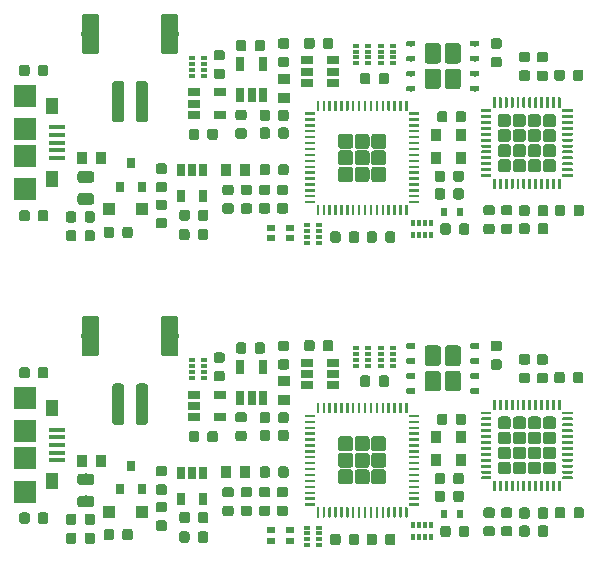
<source format=gbr>
G04 #@! TF.GenerationSoftware,KiCad,Pcbnew,(5.1.2)-1*
G04 #@! TF.CreationDate,2019-07-17T11:45:05+10:00*
G04 #@! TF.ProjectId,output.panel,6f757470-7574-42e7-9061-6e656c2e6b69,rev?*
G04 #@! TF.SameCoordinates,Original*
G04 #@! TF.FileFunction,Paste,Top*
G04 #@! TF.FilePolarity,Positive*
%FSLAX46Y46*%
G04 Gerber Fmt 4.6, Leading zero omitted, Abs format (unit mm)*
G04 Created by KiCad (PCBNEW (5.1.2)-1) date 2019-07-17 11:45:05*
%MOMM*%
%LPD*%
G04 APERTURE LIST*
%ADD10R,0.500000X0.400000*%
%ADD11R,0.500000X0.300000*%
%ADD12R,1.060000X0.650000*%
%ADD13R,0.700000X0.550000*%
%ADD14C,0.100000*%
%ADD15C,0.875000*%
%ADD16R,0.900000X1.000000*%
%ADD17C,1.370000*%
%ADD18C,0.500000*%
%ADD19R,1.900000X1.900000*%
%ADD20R,1.000000X1.350000*%
%ADD21R,1.350000X0.400000*%
%ADD22C,1.263087*%
%ADD23C,0.200000*%
%ADD24C,0.975000*%
%ADD25R,0.400000X0.500000*%
%ADD26R,0.300000X0.500000*%
%ADD27R,0.850000X1.000000*%
%ADD28C,1.000000*%
%ADD29C,1.500000*%
%ADD30R,1.000000X0.850000*%
%ADD31C,1.084435*%
%ADD32C,0.250000*%
%ADD33R,0.650000X1.220000*%
%ADD34R,1.100000X1.100000*%
%ADD35R,0.650000X1.060000*%
%ADD36R,0.800000X0.900000*%
%ADD37R,0.600000X0.700000*%
G04 APERTURE END LIST*
D10*
X51600000Y-66400000D03*
D11*
X51600000Y-66900000D03*
D10*
X51600000Y-67900000D03*
D11*
X51600000Y-67400000D03*
D10*
X52600000Y-66400000D03*
D11*
X52600000Y-67400000D03*
X52600000Y-66900000D03*
D10*
X52600000Y-67900000D03*
D12*
X51550000Y-52450000D03*
X51550000Y-53400000D03*
X51550000Y-54350000D03*
X53750000Y-54350000D03*
X53750000Y-52450000D03*
X53750000Y-53400000D03*
D13*
X48550000Y-67500000D03*
X50150000Y-67500000D03*
X48550000Y-66600000D03*
X50150000Y-66600000D03*
D14*
G36*
X42252691Y-58226053D02*
G01*
X42273926Y-58229203D01*
X42294750Y-58234419D01*
X42314962Y-58241651D01*
X42334368Y-58250830D01*
X42352781Y-58261866D01*
X42370024Y-58274654D01*
X42385930Y-58289070D01*
X42400346Y-58304976D01*
X42413134Y-58322219D01*
X42424170Y-58340632D01*
X42433349Y-58360038D01*
X42440581Y-58380250D01*
X42445797Y-58401074D01*
X42448947Y-58422309D01*
X42450000Y-58443750D01*
X42450000Y-58956250D01*
X42448947Y-58977691D01*
X42445797Y-58998926D01*
X42440581Y-59019750D01*
X42433349Y-59039962D01*
X42424170Y-59059368D01*
X42413134Y-59077781D01*
X42400346Y-59095024D01*
X42385930Y-59110930D01*
X42370024Y-59125346D01*
X42352781Y-59138134D01*
X42334368Y-59149170D01*
X42314962Y-59158349D01*
X42294750Y-59165581D01*
X42273926Y-59170797D01*
X42252691Y-59173947D01*
X42231250Y-59175000D01*
X41793750Y-59175000D01*
X41772309Y-59173947D01*
X41751074Y-59170797D01*
X41730250Y-59165581D01*
X41710038Y-59158349D01*
X41690632Y-59149170D01*
X41672219Y-59138134D01*
X41654976Y-59125346D01*
X41639070Y-59110930D01*
X41624654Y-59095024D01*
X41611866Y-59077781D01*
X41600830Y-59059368D01*
X41591651Y-59039962D01*
X41584419Y-59019750D01*
X41579203Y-58998926D01*
X41576053Y-58977691D01*
X41575000Y-58956250D01*
X41575000Y-58443750D01*
X41576053Y-58422309D01*
X41579203Y-58401074D01*
X41584419Y-58380250D01*
X41591651Y-58360038D01*
X41600830Y-58340632D01*
X41611866Y-58322219D01*
X41624654Y-58304976D01*
X41639070Y-58289070D01*
X41654976Y-58274654D01*
X41672219Y-58261866D01*
X41690632Y-58250830D01*
X41710038Y-58241651D01*
X41730250Y-58234419D01*
X41751074Y-58229203D01*
X41772309Y-58226053D01*
X41793750Y-58225000D01*
X42231250Y-58225000D01*
X42252691Y-58226053D01*
X42252691Y-58226053D01*
G37*
D15*
X42012500Y-58700000D03*
D14*
G36*
X43827691Y-58226053D02*
G01*
X43848926Y-58229203D01*
X43869750Y-58234419D01*
X43889962Y-58241651D01*
X43909368Y-58250830D01*
X43927781Y-58261866D01*
X43945024Y-58274654D01*
X43960930Y-58289070D01*
X43975346Y-58304976D01*
X43988134Y-58322219D01*
X43999170Y-58340632D01*
X44008349Y-58360038D01*
X44015581Y-58380250D01*
X44020797Y-58401074D01*
X44023947Y-58422309D01*
X44025000Y-58443750D01*
X44025000Y-58956250D01*
X44023947Y-58977691D01*
X44020797Y-58998926D01*
X44015581Y-59019750D01*
X44008349Y-59039962D01*
X43999170Y-59059368D01*
X43988134Y-59077781D01*
X43975346Y-59095024D01*
X43960930Y-59110930D01*
X43945024Y-59125346D01*
X43927781Y-59138134D01*
X43909368Y-59149170D01*
X43889962Y-59158349D01*
X43869750Y-59165581D01*
X43848926Y-59170797D01*
X43827691Y-59173947D01*
X43806250Y-59175000D01*
X43368750Y-59175000D01*
X43347309Y-59173947D01*
X43326074Y-59170797D01*
X43305250Y-59165581D01*
X43285038Y-59158349D01*
X43265632Y-59149170D01*
X43247219Y-59138134D01*
X43229976Y-59125346D01*
X43214070Y-59110930D01*
X43199654Y-59095024D01*
X43186866Y-59077781D01*
X43175830Y-59059368D01*
X43166651Y-59039962D01*
X43159419Y-59019750D01*
X43154203Y-58998926D01*
X43151053Y-58977691D01*
X43150000Y-58956250D01*
X43150000Y-58443750D01*
X43151053Y-58422309D01*
X43154203Y-58401074D01*
X43159419Y-58380250D01*
X43166651Y-58360038D01*
X43175830Y-58340632D01*
X43186866Y-58322219D01*
X43199654Y-58304976D01*
X43214070Y-58289070D01*
X43229976Y-58274654D01*
X43247219Y-58261866D01*
X43265632Y-58250830D01*
X43285038Y-58241651D01*
X43305250Y-58234419D01*
X43326074Y-58229203D01*
X43347309Y-58226053D01*
X43368750Y-58225000D01*
X43806250Y-58225000D01*
X43827691Y-58226053D01*
X43827691Y-58226053D01*
G37*
D15*
X43587500Y-58700000D03*
D14*
G36*
X39527691Y-62751053D02*
G01*
X39548926Y-62754203D01*
X39569750Y-62759419D01*
X39589962Y-62766651D01*
X39609368Y-62775830D01*
X39627781Y-62786866D01*
X39645024Y-62799654D01*
X39660930Y-62814070D01*
X39675346Y-62829976D01*
X39688134Y-62847219D01*
X39699170Y-62865632D01*
X39708349Y-62885038D01*
X39715581Y-62905250D01*
X39720797Y-62926074D01*
X39723947Y-62947309D01*
X39725000Y-62968750D01*
X39725000Y-63406250D01*
X39723947Y-63427691D01*
X39720797Y-63448926D01*
X39715581Y-63469750D01*
X39708349Y-63489962D01*
X39699170Y-63509368D01*
X39688134Y-63527781D01*
X39675346Y-63545024D01*
X39660930Y-63560930D01*
X39645024Y-63575346D01*
X39627781Y-63588134D01*
X39609368Y-63599170D01*
X39589962Y-63608349D01*
X39569750Y-63615581D01*
X39548926Y-63620797D01*
X39527691Y-63623947D01*
X39506250Y-63625000D01*
X38993750Y-63625000D01*
X38972309Y-63623947D01*
X38951074Y-63620797D01*
X38930250Y-63615581D01*
X38910038Y-63608349D01*
X38890632Y-63599170D01*
X38872219Y-63588134D01*
X38854976Y-63575346D01*
X38839070Y-63560930D01*
X38824654Y-63545024D01*
X38811866Y-63527781D01*
X38800830Y-63509368D01*
X38791651Y-63489962D01*
X38784419Y-63469750D01*
X38779203Y-63448926D01*
X38776053Y-63427691D01*
X38775000Y-63406250D01*
X38775000Y-62968750D01*
X38776053Y-62947309D01*
X38779203Y-62926074D01*
X38784419Y-62905250D01*
X38791651Y-62885038D01*
X38800830Y-62865632D01*
X38811866Y-62847219D01*
X38824654Y-62829976D01*
X38839070Y-62814070D01*
X38854976Y-62799654D01*
X38872219Y-62786866D01*
X38890632Y-62775830D01*
X38910038Y-62766651D01*
X38930250Y-62759419D01*
X38951074Y-62754203D01*
X38972309Y-62751053D01*
X38993750Y-62750000D01*
X39506250Y-62750000D01*
X39527691Y-62751053D01*
X39527691Y-62751053D01*
G37*
D15*
X39250000Y-63187500D03*
D14*
G36*
X39527691Y-61176053D02*
G01*
X39548926Y-61179203D01*
X39569750Y-61184419D01*
X39589962Y-61191651D01*
X39609368Y-61200830D01*
X39627781Y-61211866D01*
X39645024Y-61224654D01*
X39660930Y-61239070D01*
X39675346Y-61254976D01*
X39688134Y-61272219D01*
X39699170Y-61290632D01*
X39708349Y-61310038D01*
X39715581Y-61330250D01*
X39720797Y-61351074D01*
X39723947Y-61372309D01*
X39725000Y-61393750D01*
X39725000Y-61831250D01*
X39723947Y-61852691D01*
X39720797Y-61873926D01*
X39715581Y-61894750D01*
X39708349Y-61914962D01*
X39699170Y-61934368D01*
X39688134Y-61952781D01*
X39675346Y-61970024D01*
X39660930Y-61985930D01*
X39645024Y-62000346D01*
X39627781Y-62013134D01*
X39609368Y-62024170D01*
X39589962Y-62033349D01*
X39569750Y-62040581D01*
X39548926Y-62045797D01*
X39527691Y-62048947D01*
X39506250Y-62050000D01*
X38993750Y-62050000D01*
X38972309Y-62048947D01*
X38951074Y-62045797D01*
X38930250Y-62040581D01*
X38910038Y-62033349D01*
X38890632Y-62024170D01*
X38872219Y-62013134D01*
X38854976Y-62000346D01*
X38839070Y-61985930D01*
X38824654Y-61970024D01*
X38811866Y-61952781D01*
X38800830Y-61934368D01*
X38791651Y-61914962D01*
X38784419Y-61894750D01*
X38779203Y-61873926D01*
X38776053Y-61852691D01*
X38775000Y-61831250D01*
X38775000Y-61393750D01*
X38776053Y-61372309D01*
X38779203Y-61351074D01*
X38784419Y-61330250D01*
X38791651Y-61310038D01*
X38800830Y-61290632D01*
X38811866Y-61272219D01*
X38824654Y-61254976D01*
X38839070Y-61239070D01*
X38854976Y-61224654D01*
X38872219Y-61211866D01*
X38890632Y-61200830D01*
X38910038Y-61191651D01*
X38930250Y-61184419D01*
X38951074Y-61179203D01*
X38972309Y-61176053D01*
X38993750Y-61175000D01*
X39506250Y-61175000D01*
X39527691Y-61176053D01*
X39527691Y-61176053D01*
G37*
D15*
X39250000Y-61612500D03*
D14*
G36*
X73202691Y-53226053D02*
G01*
X73223926Y-53229203D01*
X73244750Y-53234419D01*
X73264962Y-53241651D01*
X73284368Y-53250830D01*
X73302781Y-53261866D01*
X73320024Y-53274654D01*
X73335930Y-53289070D01*
X73350346Y-53304976D01*
X73363134Y-53322219D01*
X73374170Y-53340632D01*
X73383349Y-53360038D01*
X73390581Y-53380250D01*
X73395797Y-53401074D01*
X73398947Y-53422309D01*
X73400000Y-53443750D01*
X73400000Y-53956250D01*
X73398947Y-53977691D01*
X73395797Y-53998926D01*
X73390581Y-54019750D01*
X73383349Y-54039962D01*
X73374170Y-54059368D01*
X73363134Y-54077781D01*
X73350346Y-54095024D01*
X73335930Y-54110930D01*
X73320024Y-54125346D01*
X73302781Y-54138134D01*
X73284368Y-54149170D01*
X73264962Y-54158349D01*
X73244750Y-54165581D01*
X73223926Y-54170797D01*
X73202691Y-54173947D01*
X73181250Y-54175000D01*
X72743750Y-54175000D01*
X72722309Y-54173947D01*
X72701074Y-54170797D01*
X72680250Y-54165581D01*
X72660038Y-54158349D01*
X72640632Y-54149170D01*
X72622219Y-54138134D01*
X72604976Y-54125346D01*
X72589070Y-54110930D01*
X72574654Y-54095024D01*
X72561866Y-54077781D01*
X72550830Y-54059368D01*
X72541651Y-54039962D01*
X72534419Y-54019750D01*
X72529203Y-53998926D01*
X72526053Y-53977691D01*
X72525000Y-53956250D01*
X72525000Y-53443750D01*
X72526053Y-53422309D01*
X72529203Y-53401074D01*
X72534419Y-53380250D01*
X72541651Y-53360038D01*
X72550830Y-53340632D01*
X72561866Y-53322219D01*
X72574654Y-53304976D01*
X72589070Y-53289070D01*
X72604976Y-53274654D01*
X72622219Y-53261866D01*
X72640632Y-53250830D01*
X72660038Y-53241651D01*
X72680250Y-53234419D01*
X72701074Y-53229203D01*
X72722309Y-53226053D01*
X72743750Y-53225000D01*
X73181250Y-53225000D01*
X73202691Y-53226053D01*
X73202691Y-53226053D01*
G37*
D15*
X72962500Y-53700000D03*
D14*
G36*
X74777691Y-53226053D02*
G01*
X74798926Y-53229203D01*
X74819750Y-53234419D01*
X74839962Y-53241651D01*
X74859368Y-53250830D01*
X74877781Y-53261866D01*
X74895024Y-53274654D01*
X74910930Y-53289070D01*
X74925346Y-53304976D01*
X74938134Y-53322219D01*
X74949170Y-53340632D01*
X74958349Y-53360038D01*
X74965581Y-53380250D01*
X74970797Y-53401074D01*
X74973947Y-53422309D01*
X74975000Y-53443750D01*
X74975000Y-53956250D01*
X74973947Y-53977691D01*
X74970797Y-53998926D01*
X74965581Y-54019750D01*
X74958349Y-54039962D01*
X74949170Y-54059368D01*
X74938134Y-54077781D01*
X74925346Y-54095024D01*
X74910930Y-54110930D01*
X74895024Y-54125346D01*
X74877781Y-54138134D01*
X74859368Y-54149170D01*
X74839962Y-54158349D01*
X74819750Y-54165581D01*
X74798926Y-54170797D01*
X74777691Y-54173947D01*
X74756250Y-54175000D01*
X74318750Y-54175000D01*
X74297309Y-54173947D01*
X74276074Y-54170797D01*
X74255250Y-54165581D01*
X74235038Y-54158349D01*
X74215632Y-54149170D01*
X74197219Y-54138134D01*
X74179976Y-54125346D01*
X74164070Y-54110930D01*
X74149654Y-54095024D01*
X74136866Y-54077781D01*
X74125830Y-54059368D01*
X74116651Y-54039962D01*
X74109419Y-54019750D01*
X74104203Y-53998926D01*
X74101053Y-53977691D01*
X74100000Y-53956250D01*
X74100000Y-53443750D01*
X74101053Y-53422309D01*
X74104203Y-53401074D01*
X74109419Y-53380250D01*
X74116651Y-53360038D01*
X74125830Y-53340632D01*
X74136866Y-53322219D01*
X74149654Y-53304976D01*
X74164070Y-53289070D01*
X74179976Y-53274654D01*
X74197219Y-53261866D01*
X74215632Y-53250830D01*
X74235038Y-53241651D01*
X74255250Y-53234419D01*
X74276074Y-53229203D01*
X74297309Y-53226053D01*
X74318750Y-53225000D01*
X74756250Y-53225000D01*
X74777691Y-53226053D01*
X74777691Y-53226053D01*
G37*
D15*
X74537500Y-53700000D03*
D14*
G36*
X31852691Y-66826053D02*
G01*
X31873926Y-66829203D01*
X31894750Y-66834419D01*
X31914962Y-66841651D01*
X31934368Y-66850830D01*
X31952781Y-66861866D01*
X31970024Y-66874654D01*
X31985930Y-66889070D01*
X32000346Y-66904976D01*
X32013134Y-66922219D01*
X32024170Y-66940632D01*
X32033349Y-66960038D01*
X32040581Y-66980250D01*
X32045797Y-67001074D01*
X32048947Y-67022309D01*
X32050000Y-67043750D01*
X32050000Y-67556250D01*
X32048947Y-67577691D01*
X32045797Y-67598926D01*
X32040581Y-67619750D01*
X32033349Y-67639962D01*
X32024170Y-67659368D01*
X32013134Y-67677781D01*
X32000346Y-67695024D01*
X31985930Y-67710930D01*
X31970024Y-67725346D01*
X31952781Y-67738134D01*
X31934368Y-67749170D01*
X31914962Y-67758349D01*
X31894750Y-67765581D01*
X31873926Y-67770797D01*
X31852691Y-67773947D01*
X31831250Y-67775000D01*
X31393750Y-67775000D01*
X31372309Y-67773947D01*
X31351074Y-67770797D01*
X31330250Y-67765581D01*
X31310038Y-67758349D01*
X31290632Y-67749170D01*
X31272219Y-67738134D01*
X31254976Y-67725346D01*
X31239070Y-67710930D01*
X31224654Y-67695024D01*
X31211866Y-67677781D01*
X31200830Y-67659368D01*
X31191651Y-67639962D01*
X31184419Y-67619750D01*
X31179203Y-67598926D01*
X31176053Y-67577691D01*
X31175000Y-67556250D01*
X31175000Y-67043750D01*
X31176053Y-67022309D01*
X31179203Y-67001074D01*
X31184419Y-66980250D01*
X31191651Y-66960038D01*
X31200830Y-66940632D01*
X31211866Y-66922219D01*
X31224654Y-66904976D01*
X31239070Y-66889070D01*
X31254976Y-66874654D01*
X31272219Y-66861866D01*
X31290632Y-66850830D01*
X31310038Y-66841651D01*
X31330250Y-66834419D01*
X31351074Y-66829203D01*
X31372309Y-66826053D01*
X31393750Y-66825000D01*
X31831250Y-66825000D01*
X31852691Y-66826053D01*
X31852691Y-66826053D01*
G37*
D15*
X31612500Y-67300000D03*
D14*
G36*
X33427691Y-66826053D02*
G01*
X33448926Y-66829203D01*
X33469750Y-66834419D01*
X33489962Y-66841651D01*
X33509368Y-66850830D01*
X33527781Y-66861866D01*
X33545024Y-66874654D01*
X33560930Y-66889070D01*
X33575346Y-66904976D01*
X33588134Y-66922219D01*
X33599170Y-66940632D01*
X33608349Y-66960038D01*
X33615581Y-66980250D01*
X33620797Y-67001074D01*
X33623947Y-67022309D01*
X33625000Y-67043750D01*
X33625000Y-67556250D01*
X33623947Y-67577691D01*
X33620797Y-67598926D01*
X33615581Y-67619750D01*
X33608349Y-67639962D01*
X33599170Y-67659368D01*
X33588134Y-67677781D01*
X33575346Y-67695024D01*
X33560930Y-67710930D01*
X33545024Y-67725346D01*
X33527781Y-67738134D01*
X33509368Y-67749170D01*
X33489962Y-67758349D01*
X33469750Y-67765581D01*
X33448926Y-67770797D01*
X33427691Y-67773947D01*
X33406250Y-67775000D01*
X32968750Y-67775000D01*
X32947309Y-67773947D01*
X32926074Y-67770797D01*
X32905250Y-67765581D01*
X32885038Y-67758349D01*
X32865632Y-67749170D01*
X32847219Y-67738134D01*
X32829976Y-67725346D01*
X32814070Y-67710930D01*
X32799654Y-67695024D01*
X32786866Y-67677781D01*
X32775830Y-67659368D01*
X32766651Y-67639962D01*
X32759419Y-67619750D01*
X32754203Y-67598926D01*
X32751053Y-67577691D01*
X32750000Y-67556250D01*
X32750000Y-67043750D01*
X32751053Y-67022309D01*
X32754203Y-67001074D01*
X32759419Y-66980250D01*
X32766651Y-66960038D01*
X32775830Y-66940632D01*
X32786866Y-66922219D01*
X32799654Y-66904976D01*
X32814070Y-66889070D01*
X32829976Y-66874654D01*
X32847219Y-66861866D01*
X32865632Y-66850830D01*
X32885038Y-66841651D01*
X32905250Y-66834419D01*
X32926074Y-66829203D01*
X32947309Y-66826053D01*
X32968750Y-66825000D01*
X33406250Y-66825000D01*
X33427691Y-66826053D01*
X33427691Y-66826053D01*
G37*
D15*
X33187500Y-67300000D03*
D14*
G36*
X31852691Y-65226053D02*
G01*
X31873926Y-65229203D01*
X31894750Y-65234419D01*
X31914962Y-65241651D01*
X31934368Y-65250830D01*
X31952781Y-65261866D01*
X31970024Y-65274654D01*
X31985930Y-65289070D01*
X32000346Y-65304976D01*
X32013134Y-65322219D01*
X32024170Y-65340632D01*
X32033349Y-65360038D01*
X32040581Y-65380250D01*
X32045797Y-65401074D01*
X32048947Y-65422309D01*
X32050000Y-65443750D01*
X32050000Y-65956250D01*
X32048947Y-65977691D01*
X32045797Y-65998926D01*
X32040581Y-66019750D01*
X32033349Y-66039962D01*
X32024170Y-66059368D01*
X32013134Y-66077781D01*
X32000346Y-66095024D01*
X31985930Y-66110930D01*
X31970024Y-66125346D01*
X31952781Y-66138134D01*
X31934368Y-66149170D01*
X31914962Y-66158349D01*
X31894750Y-66165581D01*
X31873926Y-66170797D01*
X31852691Y-66173947D01*
X31831250Y-66175000D01*
X31393750Y-66175000D01*
X31372309Y-66173947D01*
X31351074Y-66170797D01*
X31330250Y-66165581D01*
X31310038Y-66158349D01*
X31290632Y-66149170D01*
X31272219Y-66138134D01*
X31254976Y-66125346D01*
X31239070Y-66110930D01*
X31224654Y-66095024D01*
X31211866Y-66077781D01*
X31200830Y-66059368D01*
X31191651Y-66039962D01*
X31184419Y-66019750D01*
X31179203Y-65998926D01*
X31176053Y-65977691D01*
X31175000Y-65956250D01*
X31175000Y-65443750D01*
X31176053Y-65422309D01*
X31179203Y-65401074D01*
X31184419Y-65380250D01*
X31191651Y-65360038D01*
X31200830Y-65340632D01*
X31211866Y-65322219D01*
X31224654Y-65304976D01*
X31239070Y-65289070D01*
X31254976Y-65274654D01*
X31272219Y-65261866D01*
X31290632Y-65250830D01*
X31310038Y-65241651D01*
X31330250Y-65234419D01*
X31351074Y-65229203D01*
X31372309Y-65226053D01*
X31393750Y-65225000D01*
X31831250Y-65225000D01*
X31852691Y-65226053D01*
X31852691Y-65226053D01*
G37*
D15*
X31612500Y-65700000D03*
D14*
G36*
X33427691Y-65226053D02*
G01*
X33448926Y-65229203D01*
X33469750Y-65234419D01*
X33489962Y-65241651D01*
X33509368Y-65250830D01*
X33527781Y-65261866D01*
X33545024Y-65274654D01*
X33560930Y-65289070D01*
X33575346Y-65304976D01*
X33588134Y-65322219D01*
X33599170Y-65340632D01*
X33608349Y-65360038D01*
X33615581Y-65380250D01*
X33620797Y-65401074D01*
X33623947Y-65422309D01*
X33625000Y-65443750D01*
X33625000Y-65956250D01*
X33623947Y-65977691D01*
X33620797Y-65998926D01*
X33615581Y-66019750D01*
X33608349Y-66039962D01*
X33599170Y-66059368D01*
X33588134Y-66077781D01*
X33575346Y-66095024D01*
X33560930Y-66110930D01*
X33545024Y-66125346D01*
X33527781Y-66138134D01*
X33509368Y-66149170D01*
X33489962Y-66158349D01*
X33469750Y-66165581D01*
X33448926Y-66170797D01*
X33427691Y-66173947D01*
X33406250Y-66175000D01*
X32968750Y-66175000D01*
X32947309Y-66173947D01*
X32926074Y-66170797D01*
X32905250Y-66165581D01*
X32885038Y-66158349D01*
X32865632Y-66149170D01*
X32847219Y-66138134D01*
X32829976Y-66125346D01*
X32814070Y-66110930D01*
X32799654Y-66095024D01*
X32786866Y-66077781D01*
X32775830Y-66059368D01*
X32766651Y-66039962D01*
X32759419Y-66019750D01*
X32754203Y-65998926D01*
X32751053Y-65977691D01*
X32750000Y-65956250D01*
X32750000Y-65443750D01*
X32751053Y-65422309D01*
X32754203Y-65401074D01*
X32759419Y-65380250D01*
X32766651Y-65360038D01*
X32775830Y-65340632D01*
X32786866Y-65322219D01*
X32799654Y-65304976D01*
X32814070Y-65289070D01*
X32829976Y-65274654D01*
X32847219Y-65261866D01*
X32865632Y-65250830D01*
X32885038Y-65241651D01*
X32905250Y-65234419D01*
X32926074Y-65229203D01*
X32947309Y-65226053D01*
X32968750Y-65225000D01*
X33406250Y-65225000D01*
X33427691Y-65226053D01*
X33427691Y-65226053D01*
G37*
D15*
X33187500Y-65700000D03*
D12*
X42000000Y-55150000D03*
X42000000Y-56100000D03*
X42000000Y-57050000D03*
X44200000Y-57050000D03*
X44200000Y-55150000D03*
D14*
G36*
X63552691Y-66251053D02*
G01*
X63573926Y-66254203D01*
X63594750Y-66259419D01*
X63614962Y-66266651D01*
X63634368Y-66275830D01*
X63652781Y-66286866D01*
X63670024Y-66299654D01*
X63685930Y-66314070D01*
X63700346Y-66329976D01*
X63713134Y-66347219D01*
X63724170Y-66365632D01*
X63733349Y-66385038D01*
X63740581Y-66405250D01*
X63745797Y-66426074D01*
X63748947Y-66447309D01*
X63750000Y-66468750D01*
X63750000Y-66981250D01*
X63748947Y-67002691D01*
X63745797Y-67023926D01*
X63740581Y-67044750D01*
X63733349Y-67064962D01*
X63724170Y-67084368D01*
X63713134Y-67102781D01*
X63700346Y-67120024D01*
X63685930Y-67135930D01*
X63670024Y-67150346D01*
X63652781Y-67163134D01*
X63634368Y-67174170D01*
X63614962Y-67183349D01*
X63594750Y-67190581D01*
X63573926Y-67195797D01*
X63552691Y-67198947D01*
X63531250Y-67200000D01*
X63093750Y-67200000D01*
X63072309Y-67198947D01*
X63051074Y-67195797D01*
X63030250Y-67190581D01*
X63010038Y-67183349D01*
X62990632Y-67174170D01*
X62972219Y-67163134D01*
X62954976Y-67150346D01*
X62939070Y-67135930D01*
X62924654Y-67120024D01*
X62911866Y-67102781D01*
X62900830Y-67084368D01*
X62891651Y-67064962D01*
X62884419Y-67044750D01*
X62879203Y-67023926D01*
X62876053Y-67002691D01*
X62875000Y-66981250D01*
X62875000Y-66468750D01*
X62876053Y-66447309D01*
X62879203Y-66426074D01*
X62884419Y-66405250D01*
X62891651Y-66385038D01*
X62900830Y-66365632D01*
X62911866Y-66347219D01*
X62924654Y-66329976D01*
X62939070Y-66314070D01*
X62954976Y-66299654D01*
X62972219Y-66286866D01*
X62990632Y-66275830D01*
X63010038Y-66266651D01*
X63030250Y-66259419D01*
X63051074Y-66254203D01*
X63072309Y-66251053D01*
X63093750Y-66250000D01*
X63531250Y-66250000D01*
X63552691Y-66251053D01*
X63552691Y-66251053D01*
G37*
D15*
X63312500Y-66725000D03*
D14*
G36*
X65127691Y-66251053D02*
G01*
X65148926Y-66254203D01*
X65169750Y-66259419D01*
X65189962Y-66266651D01*
X65209368Y-66275830D01*
X65227781Y-66286866D01*
X65245024Y-66299654D01*
X65260930Y-66314070D01*
X65275346Y-66329976D01*
X65288134Y-66347219D01*
X65299170Y-66365632D01*
X65308349Y-66385038D01*
X65315581Y-66405250D01*
X65320797Y-66426074D01*
X65323947Y-66447309D01*
X65325000Y-66468750D01*
X65325000Y-66981250D01*
X65323947Y-67002691D01*
X65320797Y-67023926D01*
X65315581Y-67044750D01*
X65308349Y-67064962D01*
X65299170Y-67084368D01*
X65288134Y-67102781D01*
X65275346Y-67120024D01*
X65260930Y-67135930D01*
X65245024Y-67150346D01*
X65227781Y-67163134D01*
X65209368Y-67174170D01*
X65189962Y-67183349D01*
X65169750Y-67190581D01*
X65148926Y-67195797D01*
X65127691Y-67198947D01*
X65106250Y-67200000D01*
X64668750Y-67200000D01*
X64647309Y-67198947D01*
X64626074Y-67195797D01*
X64605250Y-67190581D01*
X64585038Y-67183349D01*
X64565632Y-67174170D01*
X64547219Y-67163134D01*
X64529976Y-67150346D01*
X64514070Y-67135930D01*
X64499654Y-67120024D01*
X64486866Y-67102781D01*
X64475830Y-67084368D01*
X64466651Y-67064962D01*
X64459419Y-67044750D01*
X64454203Y-67023926D01*
X64451053Y-67002691D01*
X64450000Y-66981250D01*
X64450000Y-66468750D01*
X64451053Y-66447309D01*
X64454203Y-66426074D01*
X64459419Y-66405250D01*
X64466651Y-66385038D01*
X64475830Y-66365632D01*
X64486866Y-66347219D01*
X64499654Y-66329976D01*
X64514070Y-66314070D01*
X64529976Y-66299654D01*
X64547219Y-66286866D01*
X64565632Y-66275830D01*
X64585038Y-66266651D01*
X64605250Y-66259419D01*
X64626074Y-66254203D01*
X64647309Y-66251053D01*
X64668750Y-66250000D01*
X65106250Y-66250000D01*
X65127691Y-66251053D01*
X65127691Y-66251053D01*
G37*
D15*
X64887500Y-66725000D03*
D14*
G36*
X45177691Y-62976053D02*
G01*
X45198926Y-62979203D01*
X45219750Y-62984419D01*
X45239962Y-62991651D01*
X45259368Y-63000830D01*
X45277781Y-63011866D01*
X45295024Y-63024654D01*
X45310930Y-63039070D01*
X45325346Y-63054976D01*
X45338134Y-63072219D01*
X45349170Y-63090632D01*
X45358349Y-63110038D01*
X45365581Y-63130250D01*
X45370797Y-63151074D01*
X45373947Y-63172309D01*
X45375000Y-63193750D01*
X45375000Y-63631250D01*
X45373947Y-63652691D01*
X45370797Y-63673926D01*
X45365581Y-63694750D01*
X45358349Y-63714962D01*
X45349170Y-63734368D01*
X45338134Y-63752781D01*
X45325346Y-63770024D01*
X45310930Y-63785930D01*
X45295024Y-63800346D01*
X45277781Y-63813134D01*
X45259368Y-63824170D01*
X45239962Y-63833349D01*
X45219750Y-63840581D01*
X45198926Y-63845797D01*
X45177691Y-63848947D01*
X45156250Y-63850000D01*
X44643750Y-63850000D01*
X44622309Y-63848947D01*
X44601074Y-63845797D01*
X44580250Y-63840581D01*
X44560038Y-63833349D01*
X44540632Y-63824170D01*
X44522219Y-63813134D01*
X44504976Y-63800346D01*
X44489070Y-63785930D01*
X44474654Y-63770024D01*
X44461866Y-63752781D01*
X44450830Y-63734368D01*
X44441651Y-63714962D01*
X44434419Y-63694750D01*
X44429203Y-63673926D01*
X44426053Y-63652691D01*
X44425000Y-63631250D01*
X44425000Y-63193750D01*
X44426053Y-63172309D01*
X44429203Y-63151074D01*
X44434419Y-63130250D01*
X44441651Y-63110038D01*
X44450830Y-63090632D01*
X44461866Y-63072219D01*
X44474654Y-63054976D01*
X44489070Y-63039070D01*
X44504976Y-63024654D01*
X44522219Y-63011866D01*
X44540632Y-63000830D01*
X44560038Y-62991651D01*
X44580250Y-62984419D01*
X44601074Y-62979203D01*
X44622309Y-62976053D01*
X44643750Y-62975000D01*
X45156250Y-62975000D01*
X45177691Y-62976053D01*
X45177691Y-62976053D01*
G37*
D15*
X44900000Y-63412500D03*
D14*
G36*
X45177691Y-64551053D02*
G01*
X45198926Y-64554203D01*
X45219750Y-64559419D01*
X45239962Y-64566651D01*
X45259368Y-64575830D01*
X45277781Y-64586866D01*
X45295024Y-64599654D01*
X45310930Y-64614070D01*
X45325346Y-64629976D01*
X45338134Y-64647219D01*
X45349170Y-64665632D01*
X45358349Y-64685038D01*
X45365581Y-64705250D01*
X45370797Y-64726074D01*
X45373947Y-64747309D01*
X45375000Y-64768750D01*
X45375000Y-65206250D01*
X45373947Y-65227691D01*
X45370797Y-65248926D01*
X45365581Y-65269750D01*
X45358349Y-65289962D01*
X45349170Y-65309368D01*
X45338134Y-65327781D01*
X45325346Y-65345024D01*
X45310930Y-65360930D01*
X45295024Y-65375346D01*
X45277781Y-65388134D01*
X45259368Y-65399170D01*
X45239962Y-65408349D01*
X45219750Y-65415581D01*
X45198926Y-65420797D01*
X45177691Y-65423947D01*
X45156250Y-65425000D01*
X44643750Y-65425000D01*
X44622309Y-65423947D01*
X44601074Y-65420797D01*
X44580250Y-65415581D01*
X44560038Y-65408349D01*
X44540632Y-65399170D01*
X44522219Y-65388134D01*
X44504976Y-65375346D01*
X44489070Y-65360930D01*
X44474654Y-65345024D01*
X44461866Y-65327781D01*
X44450830Y-65309368D01*
X44441651Y-65289962D01*
X44434419Y-65269750D01*
X44429203Y-65248926D01*
X44426053Y-65227691D01*
X44425000Y-65206250D01*
X44425000Y-64768750D01*
X44426053Y-64747309D01*
X44429203Y-64726074D01*
X44434419Y-64705250D01*
X44441651Y-64685038D01*
X44450830Y-64665632D01*
X44461866Y-64647219D01*
X44474654Y-64629976D01*
X44489070Y-64614070D01*
X44504976Y-64599654D01*
X44522219Y-64586866D01*
X44540632Y-64575830D01*
X44560038Y-64566651D01*
X44580250Y-64559419D01*
X44601074Y-64554203D01*
X44622309Y-64551053D01*
X44643750Y-64550000D01*
X45156250Y-64550000D01*
X45177691Y-64551053D01*
X45177691Y-64551053D01*
G37*
D15*
X44900000Y-64987500D03*
D16*
X64625000Y-58775000D03*
X62525000Y-58775000D03*
X64625000Y-60675000D03*
X62525000Y-60675000D03*
D14*
G36*
X62684504Y-50986204D02*
G01*
X62708773Y-50989804D01*
X62732571Y-50995765D01*
X62755671Y-51004030D01*
X62777849Y-51014520D01*
X62798893Y-51027133D01*
X62818598Y-51041747D01*
X62836777Y-51058223D01*
X62853253Y-51076402D01*
X62867867Y-51096107D01*
X62880480Y-51117151D01*
X62890970Y-51139329D01*
X62899235Y-51162429D01*
X62905196Y-51186227D01*
X62908796Y-51210496D01*
X62910000Y-51235000D01*
X62910000Y-52465000D01*
X62908796Y-52489504D01*
X62905196Y-52513773D01*
X62899235Y-52537571D01*
X62890970Y-52560671D01*
X62880480Y-52582849D01*
X62867867Y-52603893D01*
X62853253Y-52623598D01*
X62836777Y-52641777D01*
X62818598Y-52658253D01*
X62798893Y-52672867D01*
X62777849Y-52685480D01*
X62755671Y-52695970D01*
X62732571Y-52704235D01*
X62708773Y-52710196D01*
X62684504Y-52713796D01*
X62660000Y-52715000D01*
X61790000Y-52715000D01*
X61765496Y-52713796D01*
X61741227Y-52710196D01*
X61717429Y-52704235D01*
X61694329Y-52695970D01*
X61672151Y-52685480D01*
X61651107Y-52672867D01*
X61631402Y-52658253D01*
X61613223Y-52641777D01*
X61596747Y-52623598D01*
X61582133Y-52603893D01*
X61569520Y-52582849D01*
X61559030Y-52560671D01*
X61550765Y-52537571D01*
X61544804Y-52513773D01*
X61541204Y-52489504D01*
X61540000Y-52465000D01*
X61540000Y-51235000D01*
X61541204Y-51210496D01*
X61544804Y-51186227D01*
X61550765Y-51162429D01*
X61559030Y-51139329D01*
X61569520Y-51117151D01*
X61582133Y-51096107D01*
X61596747Y-51076402D01*
X61613223Y-51058223D01*
X61631402Y-51041747D01*
X61651107Y-51027133D01*
X61672151Y-51014520D01*
X61694329Y-51004030D01*
X61717429Y-50995765D01*
X61741227Y-50989804D01*
X61765496Y-50986204D01*
X61790000Y-50985000D01*
X62660000Y-50985000D01*
X62684504Y-50986204D01*
X62684504Y-50986204D01*
G37*
D17*
X62225000Y-51850000D03*
D14*
G36*
X62684504Y-53136204D02*
G01*
X62708773Y-53139804D01*
X62732571Y-53145765D01*
X62755671Y-53154030D01*
X62777849Y-53164520D01*
X62798893Y-53177133D01*
X62818598Y-53191747D01*
X62836777Y-53208223D01*
X62853253Y-53226402D01*
X62867867Y-53246107D01*
X62880480Y-53267151D01*
X62890970Y-53289329D01*
X62899235Y-53312429D01*
X62905196Y-53336227D01*
X62908796Y-53360496D01*
X62910000Y-53385000D01*
X62910000Y-54615000D01*
X62908796Y-54639504D01*
X62905196Y-54663773D01*
X62899235Y-54687571D01*
X62890970Y-54710671D01*
X62880480Y-54732849D01*
X62867867Y-54753893D01*
X62853253Y-54773598D01*
X62836777Y-54791777D01*
X62818598Y-54808253D01*
X62798893Y-54822867D01*
X62777849Y-54835480D01*
X62755671Y-54845970D01*
X62732571Y-54854235D01*
X62708773Y-54860196D01*
X62684504Y-54863796D01*
X62660000Y-54865000D01*
X61790000Y-54865000D01*
X61765496Y-54863796D01*
X61741227Y-54860196D01*
X61717429Y-54854235D01*
X61694329Y-54845970D01*
X61672151Y-54835480D01*
X61651107Y-54822867D01*
X61631402Y-54808253D01*
X61613223Y-54791777D01*
X61596747Y-54773598D01*
X61582133Y-54753893D01*
X61569520Y-54732849D01*
X61559030Y-54710671D01*
X61550765Y-54687571D01*
X61544804Y-54663773D01*
X61541204Y-54639504D01*
X61540000Y-54615000D01*
X61540000Y-53385000D01*
X61541204Y-53360496D01*
X61544804Y-53336227D01*
X61550765Y-53312429D01*
X61559030Y-53289329D01*
X61569520Y-53267151D01*
X61582133Y-53246107D01*
X61596747Y-53226402D01*
X61613223Y-53208223D01*
X61631402Y-53191747D01*
X61651107Y-53177133D01*
X61672151Y-53164520D01*
X61694329Y-53154030D01*
X61717429Y-53145765D01*
X61741227Y-53139804D01*
X61765496Y-53136204D01*
X61790000Y-53135000D01*
X62660000Y-53135000D01*
X62684504Y-53136204D01*
X62684504Y-53136204D01*
G37*
D17*
X62225000Y-54000000D03*
D14*
G36*
X64384504Y-50986204D02*
G01*
X64408773Y-50989804D01*
X64432571Y-50995765D01*
X64455671Y-51004030D01*
X64477849Y-51014520D01*
X64498893Y-51027133D01*
X64518598Y-51041747D01*
X64536777Y-51058223D01*
X64553253Y-51076402D01*
X64567867Y-51096107D01*
X64580480Y-51117151D01*
X64590970Y-51139329D01*
X64599235Y-51162429D01*
X64605196Y-51186227D01*
X64608796Y-51210496D01*
X64610000Y-51235000D01*
X64610000Y-52465000D01*
X64608796Y-52489504D01*
X64605196Y-52513773D01*
X64599235Y-52537571D01*
X64590970Y-52560671D01*
X64580480Y-52582849D01*
X64567867Y-52603893D01*
X64553253Y-52623598D01*
X64536777Y-52641777D01*
X64518598Y-52658253D01*
X64498893Y-52672867D01*
X64477849Y-52685480D01*
X64455671Y-52695970D01*
X64432571Y-52704235D01*
X64408773Y-52710196D01*
X64384504Y-52713796D01*
X64360000Y-52715000D01*
X63490000Y-52715000D01*
X63465496Y-52713796D01*
X63441227Y-52710196D01*
X63417429Y-52704235D01*
X63394329Y-52695970D01*
X63372151Y-52685480D01*
X63351107Y-52672867D01*
X63331402Y-52658253D01*
X63313223Y-52641777D01*
X63296747Y-52623598D01*
X63282133Y-52603893D01*
X63269520Y-52582849D01*
X63259030Y-52560671D01*
X63250765Y-52537571D01*
X63244804Y-52513773D01*
X63241204Y-52489504D01*
X63240000Y-52465000D01*
X63240000Y-51235000D01*
X63241204Y-51210496D01*
X63244804Y-51186227D01*
X63250765Y-51162429D01*
X63259030Y-51139329D01*
X63269520Y-51117151D01*
X63282133Y-51096107D01*
X63296747Y-51076402D01*
X63313223Y-51058223D01*
X63331402Y-51041747D01*
X63351107Y-51027133D01*
X63372151Y-51014520D01*
X63394329Y-51004030D01*
X63417429Y-50995765D01*
X63441227Y-50989804D01*
X63465496Y-50986204D01*
X63490000Y-50985000D01*
X64360000Y-50985000D01*
X64384504Y-50986204D01*
X64384504Y-50986204D01*
G37*
D17*
X63925000Y-51850000D03*
D14*
G36*
X64384504Y-53136204D02*
G01*
X64408773Y-53139804D01*
X64432571Y-53145765D01*
X64455671Y-53154030D01*
X64477849Y-53164520D01*
X64498893Y-53177133D01*
X64518598Y-53191747D01*
X64536777Y-53208223D01*
X64553253Y-53226402D01*
X64567867Y-53246107D01*
X64580480Y-53267151D01*
X64590970Y-53289329D01*
X64599235Y-53312429D01*
X64605196Y-53336227D01*
X64608796Y-53360496D01*
X64610000Y-53385000D01*
X64610000Y-54615000D01*
X64608796Y-54639504D01*
X64605196Y-54663773D01*
X64599235Y-54687571D01*
X64590970Y-54710671D01*
X64580480Y-54732849D01*
X64567867Y-54753893D01*
X64553253Y-54773598D01*
X64536777Y-54791777D01*
X64518598Y-54808253D01*
X64498893Y-54822867D01*
X64477849Y-54835480D01*
X64455671Y-54845970D01*
X64432571Y-54854235D01*
X64408773Y-54860196D01*
X64384504Y-54863796D01*
X64360000Y-54865000D01*
X63490000Y-54865000D01*
X63465496Y-54863796D01*
X63441227Y-54860196D01*
X63417429Y-54854235D01*
X63394329Y-54845970D01*
X63372151Y-54835480D01*
X63351107Y-54822867D01*
X63331402Y-54808253D01*
X63313223Y-54791777D01*
X63296747Y-54773598D01*
X63282133Y-54753893D01*
X63269520Y-54732849D01*
X63259030Y-54710671D01*
X63250765Y-54687571D01*
X63244804Y-54663773D01*
X63241204Y-54639504D01*
X63240000Y-54615000D01*
X63240000Y-53385000D01*
X63241204Y-53360496D01*
X63244804Y-53336227D01*
X63250765Y-53312429D01*
X63259030Y-53289329D01*
X63269520Y-53267151D01*
X63282133Y-53246107D01*
X63296747Y-53226402D01*
X63313223Y-53208223D01*
X63331402Y-53191747D01*
X63351107Y-53177133D01*
X63372151Y-53164520D01*
X63394329Y-53154030D01*
X63417429Y-53145765D01*
X63441227Y-53139804D01*
X63465496Y-53136204D01*
X63490000Y-53135000D01*
X64360000Y-53135000D01*
X64384504Y-53136204D01*
X64384504Y-53136204D01*
G37*
D17*
X63925000Y-54000000D03*
D14*
G36*
X60637252Y-50770602D02*
G01*
X60649386Y-50772402D01*
X60661286Y-50775382D01*
X60672835Y-50779515D01*
X60683925Y-50784760D01*
X60694446Y-50791066D01*
X60704299Y-50798374D01*
X60713388Y-50806612D01*
X60721626Y-50815701D01*
X60728934Y-50825554D01*
X60735240Y-50836075D01*
X60740485Y-50847165D01*
X60744618Y-50858714D01*
X60747598Y-50870614D01*
X60749398Y-50882748D01*
X60750000Y-50895000D01*
X60750000Y-51145000D01*
X60749398Y-51157252D01*
X60747598Y-51169386D01*
X60744618Y-51181286D01*
X60740485Y-51192835D01*
X60735240Y-51203925D01*
X60728934Y-51214446D01*
X60721626Y-51224299D01*
X60713388Y-51233388D01*
X60704299Y-51241626D01*
X60694446Y-51248934D01*
X60683925Y-51255240D01*
X60672835Y-51260485D01*
X60661286Y-51264618D01*
X60649386Y-51267598D01*
X60637252Y-51269398D01*
X60625000Y-51270000D01*
X60125000Y-51270000D01*
X60112748Y-51269398D01*
X60100614Y-51267598D01*
X60088714Y-51264618D01*
X60077165Y-51260485D01*
X60066075Y-51255240D01*
X60055554Y-51248934D01*
X60045701Y-51241626D01*
X60036612Y-51233388D01*
X60028374Y-51224299D01*
X60021066Y-51214446D01*
X60014760Y-51203925D01*
X60009515Y-51192835D01*
X60005382Y-51181286D01*
X60002402Y-51169386D01*
X60000602Y-51157252D01*
X60000000Y-51145000D01*
X60000000Y-50895000D01*
X60000602Y-50882748D01*
X60002402Y-50870614D01*
X60005382Y-50858714D01*
X60009515Y-50847165D01*
X60014760Y-50836075D01*
X60021066Y-50825554D01*
X60028374Y-50815701D01*
X60036612Y-50806612D01*
X60045701Y-50798374D01*
X60055554Y-50791066D01*
X60066075Y-50784760D01*
X60077165Y-50779515D01*
X60088714Y-50775382D01*
X60100614Y-50772402D01*
X60112748Y-50770602D01*
X60125000Y-50770000D01*
X60625000Y-50770000D01*
X60637252Y-50770602D01*
X60637252Y-50770602D01*
G37*
D18*
X60375000Y-51020000D03*
D14*
G36*
X60637252Y-52040602D02*
G01*
X60649386Y-52042402D01*
X60661286Y-52045382D01*
X60672835Y-52049515D01*
X60683925Y-52054760D01*
X60694446Y-52061066D01*
X60704299Y-52068374D01*
X60713388Y-52076612D01*
X60721626Y-52085701D01*
X60728934Y-52095554D01*
X60735240Y-52106075D01*
X60740485Y-52117165D01*
X60744618Y-52128714D01*
X60747598Y-52140614D01*
X60749398Y-52152748D01*
X60750000Y-52165000D01*
X60750000Y-52415000D01*
X60749398Y-52427252D01*
X60747598Y-52439386D01*
X60744618Y-52451286D01*
X60740485Y-52462835D01*
X60735240Y-52473925D01*
X60728934Y-52484446D01*
X60721626Y-52494299D01*
X60713388Y-52503388D01*
X60704299Y-52511626D01*
X60694446Y-52518934D01*
X60683925Y-52525240D01*
X60672835Y-52530485D01*
X60661286Y-52534618D01*
X60649386Y-52537598D01*
X60637252Y-52539398D01*
X60625000Y-52540000D01*
X60125000Y-52540000D01*
X60112748Y-52539398D01*
X60100614Y-52537598D01*
X60088714Y-52534618D01*
X60077165Y-52530485D01*
X60066075Y-52525240D01*
X60055554Y-52518934D01*
X60045701Y-52511626D01*
X60036612Y-52503388D01*
X60028374Y-52494299D01*
X60021066Y-52484446D01*
X60014760Y-52473925D01*
X60009515Y-52462835D01*
X60005382Y-52451286D01*
X60002402Y-52439386D01*
X60000602Y-52427252D01*
X60000000Y-52415000D01*
X60000000Y-52165000D01*
X60000602Y-52152748D01*
X60002402Y-52140614D01*
X60005382Y-52128714D01*
X60009515Y-52117165D01*
X60014760Y-52106075D01*
X60021066Y-52095554D01*
X60028374Y-52085701D01*
X60036612Y-52076612D01*
X60045701Y-52068374D01*
X60055554Y-52061066D01*
X60066075Y-52054760D01*
X60077165Y-52049515D01*
X60088714Y-52045382D01*
X60100614Y-52042402D01*
X60112748Y-52040602D01*
X60125000Y-52040000D01*
X60625000Y-52040000D01*
X60637252Y-52040602D01*
X60637252Y-52040602D01*
G37*
D18*
X60375000Y-52290000D03*
D14*
G36*
X60637252Y-53310602D02*
G01*
X60649386Y-53312402D01*
X60661286Y-53315382D01*
X60672835Y-53319515D01*
X60683925Y-53324760D01*
X60694446Y-53331066D01*
X60704299Y-53338374D01*
X60713388Y-53346612D01*
X60721626Y-53355701D01*
X60728934Y-53365554D01*
X60735240Y-53376075D01*
X60740485Y-53387165D01*
X60744618Y-53398714D01*
X60747598Y-53410614D01*
X60749398Y-53422748D01*
X60750000Y-53435000D01*
X60750000Y-53685000D01*
X60749398Y-53697252D01*
X60747598Y-53709386D01*
X60744618Y-53721286D01*
X60740485Y-53732835D01*
X60735240Y-53743925D01*
X60728934Y-53754446D01*
X60721626Y-53764299D01*
X60713388Y-53773388D01*
X60704299Y-53781626D01*
X60694446Y-53788934D01*
X60683925Y-53795240D01*
X60672835Y-53800485D01*
X60661286Y-53804618D01*
X60649386Y-53807598D01*
X60637252Y-53809398D01*
X60625000Y-53810000D01*
X60125000Y-53810000D01*
X60112748Y-53809398D01*
X60100614Y-53807598D01*
X60088714Y-53804618D01*
X60077165Y-53800485D01*
X60066075Y-53795240D01*
X60055554Y-53788934D01*
X60045701Y-53781626D01*
X60036612Y-53773388D01*
X60028374Y-53764299D01*
X60021066Y-53754446D01*
X60014760Y-53743925D01*
X60009515Y-53732835D01*
X60005382Y-53721286D01*
X60002402Y-53709386D01*
X60000602Y-53697252D01*
X60000000Y-53685000D01*
X60000000Y-53435000D01*
X60000602Y-53422748D01*
X60002402Y-53410614D01*
X60005382Y-53398714D01*
X60009515Y-53387165D01*
X60014760Y-53376075D01*
X60021066Y-53365554D01*
X60028374Y-53355701D01*
X60036612Y-53346612D01*
X60045701Y-53338374D01*
X60055554Y-53331066D01*
X60066075Y-53324760D01*
X60077165Y-53319515D01*
X60088714Y-53315382D01*
X60100614Y-53312402D01*
X60112748Y-53310602D01*
X60125000Y-53310000D01*
X60625000Y-53310000D01*
X60637252Y-53310602D01*
X60637252Y-53310602D01*
G37*
D18*
X60375000Y-53560000D03*
D14*
G36*
X60637252Y-54580602D02*
G01*
X60649386Y-54582402D01*
X60661286Y-54585382D01*
X60672835Y-54589515D01*
X60683925Y-54594760D01*
X60694446Y-54601066D01*
X60704299Y-54608374D01*
X60713388Y-54616612D01*
X60721626Y-54625701D01*
X60728934Y-54635554D01*
X60735240Y-54646075D01*
X60740485Y-54657165D01*
X60744618Y-54668714D01*
X60747598Y-54680614D01*
X60749398Y-54692748D01*
X60750000Y-54705000D01*
X60750000Y-54955000D01*
X60749398Y-54967252D01*
X60747598Y-54979386D01*
X60744618Y-54991286D01*
X60740485Y-55002835D01*
X60735240Y-55013925D01*
X60728934Y-55024446D01*
X60721626Y-55034299D01*
X60713388Y-55043388D01*
X60704299Y-55051626D01*
X60694446Y-55058934D01*
X60683925Y-55065240D01*
X60672835Y-55070485D01*
X60661286Y-55074618D01*
X60649386Y-55077598D01*
X60637252Y-55079398D01*
X60625000Y-55080000D01*
X60125000Y-55080000D01*
X60112748Y-55079398D01*
X60100614Y-55077598D01*
X60088714Y-55074618D01*
X60077165Y-55070485D01*
X60066075Y-55065240D01*
X60055554Y-55058934D01*
X60045701Y-55051626D01*
X60036612Y-55043388D01*
X60028374Y-55034299D01*
X60021066Y-55024446D01*
X60014760Y-55013925D01*
X60009515Y-55002835D01*
X60005382Y-54991286D01*
X60002402Y-54979386D01*
X60000602Y-54967252D01*
X60000000Y-54955000D01*
X60000000Y-54705000D01*
X60000602Y-54692748D01*
X60002402Y-54680614D01*
X60005382Y-54668714D01*
X60009515Y-54657165D01*
X60014760Y-54646075D01*
X60021066Y-54635554D01*
X60028374Y-54625701D01*
X60036612Y-54616612D01*
X60045701Y-54608374D01*
X60055554Y-54601066D01*
X60066075Y-54594760D01*
X60077165Y-54589515D01*
X60088714Y-54585382D01*
X60100614Y-54582402D01*
X60112748Y-54580602D01*
X60125000Y-54580000D01*
X60625000Y-54580000D01*
X60637252Y-54580602D01*
X60637252Y-54580602D01*
G37*
D18*
X60375000Y-54830000D03*
D14*
G36*
X66037252Y-54580602D02*
G01*
X66049386Y-54582402D01*
X66061286Y-54585382D01*
X66072835Y-54589515D01*
X66083925Y-54594760D01*
X66094446Y-54601066D01*
X66104299Y-54608374D01*
X66113388Y-54616612D01*
X66121626Y-54625701D01*
X66128934Y-54635554D01*
X66135240Y-54646075D01*
X66140485Y-54657165D01*
X66144618Y-54668714D01*
X66147598Y-54680614D01*
X66149398Y-54692748D01*
X66150000Y-54705000D01*
X66150000Y-54955000D01*
X66149398Y-54967252D01*
X66147598Y-54979386D01*
X66144618Y-54991286D01*
X66140485Y-55002835D01*
X66135240Y-55013925D01*
X66128934Y-55024446D01*
X66121626Y-55034299D01*
X66113388Y-55043388D01*
X66104299Y-55051626D01*
X66094446Y-55058934D01*
X66083925Y-55065240D01*
X66072835Y-55070485D01*
X66061286Y-55074618D01*
X66049386Y-55077598D01*
X66037252Y-55079398D01*
X66025000Y-55080000D01*
X65525000Y-55080000D01*
X65512748Y-55079398D01*
X65500614Y-55077598D01*
X65488714Y-55074618D01*
X65477165Y-55070485D01*
X65466075Y-55065240D01*
X65455554Y-55058934D01*
X65445701Y-55051626D01*
X65436612Y-55043388D01*
X65428374Y-55034299D01*
X65421066Y-55024446D01*
X65414760Y-55013925D01*
X65409515Y-55002835D01*
X65405382Y-54991286D01*
X65402402Y-54979386D01*
X65400602Y-54967252D01*
X65400000Y-54955000D01*
X65400000Y-54705000D01*
X65400602Y-54692748D01*
X65402402Y-54680614D01*
X65405382Y-54668714D01*
X65409515Y-54657165D01*
X65414760Y-54646075D01*
X65421066Y-54635554D01*
X65428374Y-54625701D01*
X65436612Y-54616612D01*
X65445701Y-54608374D01*
X65455554Y-54601066D01*
X65466075Y-54594760D01*
X65477165Y-54589515D01*
X65488714Y-54585382D01*
X65500614Y-54582402D01*
X65512748Y-54580602D01*
X65525000Y-54580000D01*
X66025000Y-54580000D01*
X66037252Y-54580602D01*
X66037252Y-54580602D01*
G37*
D18*
X65775000Y-54830000D03*
D14*
G36*
X66037252Y-53310602D02*
G01*
X66049386Y-53312402D01*
X66061286Y-53315382D01*
X66072835Y-53319515D01*
X66083925Y-53324760D01*
X66094446Y-53331066D01*
X66104299Y-53338374D01*
X66113388Y-53346612D01*
X66121626Y-53355701D01*
X66128934Y-53365554D01*
X66135240Y-53376075D01*
X66140485Y-53387165D01*
X66144618Y-53398714D01*
X66147598Y-53410614D01*
X66149398Y-53422748D01*
X66150000Y-53435000D01*
X66150000Y-53685000D01*
X66149398Y-53697252D01*
X66147598Y-53709386D01*
X66144618Y-53721286D01*
X66140485Y-53732835D01*
X66135240Y-53743925D01*
X66128934Y-53754446D01*
X66121626Y-53764299D01*
X66113388Y-53773388D01*
X66104299Y-53781626D01*
X66094446Y-53788934D01*
X66083925Y-53795240D01*
X66072835Y-53800485D01*
X66061286Y-53804618D01*
X66049386Y-53807598D01*
X66037252Y-53809398D01*
X66025000Y-53810000D01*
X65525000Y-53810000D01*
X65512748Y-53809398D01*
X65500614Y-53807598D01*
X65488714Y-53804618D01*
X65477165Y-53800485D01*
X65466075Y-53795240D01*
X65455554Y-53788934D01*
X65445701Y-53781626D01*
X65436612Y-53773388D01*
X65428374Y-53764299D01*
X65421066Y-53754446D01*
X65414760Y-53743925D01*
X65409515Y-53732835D01*
X65405382Y-53721286D01*
X65402402Y-53709386D01*
X65400602Y-53697252D01*
X65400000Y-53685000D01*
X65400000Y-53435000D01*
X65400602Y-53422748D01*
X65402402Y-53410614D01*
X65405382Y-53398714D01*
X65409515Y-53387165D01*
X65414760Y-53376075D01*
X65421066Y-53365554D01*
X65428374Y-53355701D01*
X65436612Y-53346612D01*
X65445701Y-53338374D01*
X65455554Y-53331066D01*
X65466075Y-53324760D01*
X65477165Y-53319515D01*
X65488714Y-53315382D01*
X65500614Y-53312402D01*
X65512748Y-53310602D01*
X65525000Y-53310000D01*
X66025000Y-53310000D01*
X66037252Y-53310602D01*
X66037252Y-53310602D01*
G37*
D18*
X65775000Y-53560000D03*
D14*
G36*
X66037252Y-52040602D02*
G01*
X66049386Y-52042402D01*
X66061286Y-52045382D01*
X66072835Y-52049515D01*
X66083925Y-52054760D01*
X66094446Y-52061066D01*
X66104299Y-52068374D01*
X66113388Y-52076612D01*
X66121626Y-52085701D01*
X66128934Y-52095554D01*
X66135240Y-52106075D01*
X66140485Y-52117165D01*
X66144618Y-52128714D01*
X66147598Y-52140614D01*
X66149398Y-52152748D01*
X66150000Y-52165000D01*
X66150000Y-52415000D01*
X66149398Y-52427252D01*
X66147598Y-52439386D01*
X66144618Y-52451286D01*
X66140485Y-52462835D01*
X66135240Y-52473925D01*
X66128934Y-52484446D01*
X66121626Y-52494299D01*
X66113388Y-52503388D01*
X66104299Y-52511626D01*
X66094446Y-52518934D01*
X66083925Y-52525240D01*
X66072835Y-52530485D01*
X66061286Y-52534618D01*
X66049386Y-52537598D01*
X66037252Y-52539398D01*
X66025000Y-52540000D01*
X65525000Y-52540000D01*
X65512748Y-52539398D01*
X65500614Y-52537598D01*
X65488714Y-52534618D01*
X65477165Y-52530485D01*
X65466075Y-52525240D01*
X65455554Y-52518934D01*
X65445701Y-52511626D01*
X65436612Y-52503388D01*
X65428374Y-52494299D01*
X65421066Y-52484446D01*
X65414760Y-52473925D01*
X65409515Y-52462835D01*
X65405382Y-52451286D01*
X65402402Y-52439386D01*
X65400602Y-52427252D01*
X65400000Y-52415000D01*
X65400000Y-52165000D01*
X65400602Y-52152748D01*
X65402402Y-52140614D01*
X65405382Y-52128714D01*
X65409515Y-52117165D01*
X65414760Y-52106075D01*
X65421066Y-52095554D01*
X65428374Y-52085701D01*
X65436612Y-52076612D01*
X65445701Y-52068374D01*
X65455554Y-52061066D01*
X65466075Y-52054760D01*
X65477165Y-52049515D01*
X65488714Y-52045382D01*
X65500614Y-52042402D01*
X65512748Y-52040602D01*
X65525000Y-52040000D01*
X66025000Y-52040000D01*
X66037252Y-52040602D01*
X66037252Y-52040602D01*
G37*
D18*
X65775000Y-52290000D03*
D14*
G36*
X66037252Y-50770602D02*
G01*
X66049386Y-50772402D01*
X66061286Y-50775382D01*
X66072835Y-50779515D01*
X66083925Y-50784760D01*
X66094446Y-50791066D01*
X66104299Y-50798374D01*
X66113388Y-50806612D01*
X66121626Y-50815701D01*
X66128934Y-50825554D01*
X66135240Y-50836075D01*
X66140485Y-50847165D01*
X66144618Y-50858714D01*
X66147598Y-50870614D01*
X66149398Y-50882748D01*
X66150000Y-50895000D01*
X66150000Y-51145000D01*
X66149398Y-51157252D01*
X66147598Y-51169386D01*
X66144618Y-51181286D01*
X66140485Y-51192835D01*
X66135240Y-51203925D01*
X66128934Y-51214446D01*
X66121626Y-51224299D01*
X66113388Y-51233388D01*
X66104299Y-51241626D01*
X66094446Y-51248934D01*
X66083925Y-51255240D01*
X66072835Y-51260485D01*
X66061286Y-51264618D01*
X66049386Y-51267598D01*
X66037252Y-51269398D01*
X66025000Y-51270000D01*
X65525000Y-51270000D01*
X65512748Y-51269398D01*
X65500614Y-51267598D01*
X65488714Y-51264618D01*
X65477165Y-51260485D01*
X65466075Y-51255240D01*
X65455554Y-51248934D01*
X65445701Y-51241626D01*
X65436612Y-51233388D01*
X65428374Y-51224299D01*
X65421066Y-51214446D01*
X65414760Y-51203925D01*
X65409515Y-51192835D01*
X65405382Y-51181286D01*
X65402402Y-51169386D01*
X65400602Y-51157252D01*
X65400000Y-51145000D01*
X65400000Y-50895000D01*
X65400602Y-50882748D01*
X65402402Y-50870614D01*
X65405382Y-50858714D01*
X65409515Y-50847165D01*
X65414760Y-50836075D01*
X65421066Y-50825554D01*
X65428374Y-50815701D01*
X65436612Y-50806612D01*
X65445701Y-50798374D01*
X65455554Y-50791066D01*
X65466075Y-50784760D01*
X65477165Y-50779515D01*
X65488714Y-50775382D01*
X65500614Y-50772402D01*
X65512748Y-50770602D01*
X65525000Y-50770000D01*
X66025000Y-50770000D01*
X66037252Y-50770602D01*
X66037252Y-50770602D01*
G37*
D18*
X65775000Y-51020000D03*
D19*
X27750000Y-60550000D03*
X27750000Y-58250000D03*
X27750000Y-55450000D03*
X27750000Y-63350000D03*
D20*
X30000000Y-62500000D03*
X30000000Y-56300000D03*
D21*
X30425000Y-59400000D03*
X30425000Y-60700000D03*
X30425000Y-60050000D03*
X30425000Y-58100000D03*
X30425000Y-58750000D03*
D14*
G36*
X55256047Y-58669661D02*
G01*
X55280316Y-58673261D01*
X55304114Y-58679222D01*
X55327214Y-58687487D01*
X55349392Y-58697977D01*
X55370436Y-58710590D01*
X55390141Y-58725204D01*
X55408320Y-58741680D01*
X55424796Y-58759859D01*
X55439410Y-58779564D01*
X55452023Y-58800608D01*
X55462513Y-58822786D01*
X55470778Y-58845886D01*
X55476739Y-58869684D01*
X55480339Y-58893953D01*
X55481543Y-58918457D01*
X55481543Y-59681543D01*
X55480339Y-59706047D01*
X55476739Y-59730316D01*
X55470778Y-59754114D01*
X55462513Y-59777214D01*
X55452023Y-59799392D01*
X55439410Y-59820436D01*
X55424796Y-59840141D01*
X55408320Y-59858320D01*
X55390141Y-59874796D01*
X55370436Y-59889410D01*
X55349392Y-59902023D01*
X55327214Y-59912513D01*
X55304114Y-59920778D01*
X55280316Y-59926739D01*
X55256047Y-59930339D01*
X55231543Y-59931543D01*
X54468457Y-59931543D01*
X54443953Y-59930339D01*
X54419684Y-59926739D01*
X54395886Y-59920778D01*
X54372786Y-59912513D01*
X54350608Y-59902023D01*
X54329564Y-59889410D01*
X54309859Y-59874796D01*
X54291680Y-59858320D01*
X54275204Y-59840141D01*
X54260590Y-59820436D01*
X54247977Y-59799392D01*
X54237487Y-59777214D01*
X54229222Y-59754114D01*
X54223261Y-59730316D01*
X54219661Y-59706047D01*
X54218457Y-59681543D01*
X54218457Y-58918457D01*
X54219661Y-58893953D01*
X54223261Y-58869684D01*
X54229222Y-58845886D01*
X54237487Y-58822786D01*
X54247977Y-58800608D01*
X54260590Y-58779564D01*
X54275204Y-58759859D01*
X54291680Y-58741680D01*
X54309859Y-58725204D01*
X54329564Y-58710590D01*
X54350608Y-58697977D01*
X54372786Y-58687487D01*
X54395886Y-58679222D01*
X54419684Y-58673261D01*
X54443953Y-58669661D01*
X54468457Y-58668457D01*
X55231543Y-58668457D01*
X55256047Y-58669661D01*
X55256047Y-58669661D01*
G37*
D22*
X54850000Y-59300000D03*
D14*
G36*
X55256047Y-60069661D02*
G01*
X55280316Y-60073261D01*
X55304114Y-60079222D01*
X55327214Y-60087487D01*
X55349392Y-60097977D01*
X55370436Y-60110590D01*
X55390141Y-60125204D01*
X55408320Y-60141680D01*
X55424796Y-60159859D01*
X55439410Y-60179564D01*
X55452023Y-60200608D01*
X55462513Y-60222786D01*
X55470778Y-60245886D01*
X55476739Y-60269684D01*
X55480339Y-60293953D01*
X55481543Y-60318457D01*
X55481543Y-61081543D01*
X55480339Y-61106047D01*
X55476739Y-61130316D01*
X55470778Y-61154114D01*
X55462513Y-61177214D01*
X55452023Y-61199392D01*
X55439410Y-61220436D01*
X55424796Y-61240141D01*
X55408320Y-61258320D01*
X55390141Y-61274796D01*
X55370436Y-61289410D01*
X55349392Y-61302023D01*
X55327214Y-61312513D01*
X55304114Y-61320778D01*
X55280316Y-61326739D01*
X55256047Y-61330339D01*
X55231543Y-61331543D01*
X54468457Y-61331543D01*
X54443953Y-61330339D01*
X54419684Y-61326739D01*
X54395886Y-61320778D01*
X54372786Y-61312513D01*
X54350608Y-61302023D01*
X54329564Y-61289410D01*
X54309859Y-61274796D01*
X54291680Y-61258320D01*
X54275204Y-61240141D01*
X54260590Y-61220436D01*
X54247977Y-61199392D01*
X54237487Y-61177214D01*
X54229222Y-61154114D01*
X54223261Y-61130316D01*
X54219661Y-61106047D01*
X54218457Y-61081543D01*
X54218457Y-60318457D01*
X54219661Y-60293953D01*
X54223261Y-60269684D01*
X54229222Y-60245886D01*
X54237487Y-60222786D01*
X54247977Y-60200608D01*
X54260590Y-60179564D01*
X54275204Y-60159859D01*
X54291680Y-60141680D01*
X54309859Y-60125204D01*
X54329564Y-60110590D01*
X54350608Y-60097977D01*
X54372786Y-60087487D01*
X54395886Y-60079222D01*
X54419684Y-60073261D01*
X54443953Y-60069661D01*
X54468457Y-60068457D01*
X55231543Y-60068457D01*
X55256047Y-60069661D01*
X55256047Y-60069661D01*
G37*
D22*
X54850000Y-60700000D03*
D14*
G36*
X55256047Y-61469661D02*
G01*
X55280316Y-61473261D01*
X55304114Y-61479222D01*
X55327214Y-61487487D01*
X55349392Y-61497977D01*
X55370436Y-61510590D01*
X55390141Y-61525204D01*
X55408320Y-61541680D01*
X55424796Y-61559859D01*
X55439410Y-61579564D01*
X55452023Y-61600608D01*
X55462513Y-61622786D01*
X55470778Y-61645886D01*
X55476739Y-61669684D01*
X55480339Y-61693953D01*
X55481543Y-61718457D01*
X55481543Y-62481543D01*
X55480339Y-62506047D01*
X55476739Y-62530316D01*
X55470778Y-62554114D01*
X55462513Y-62577214D01*
X55452023Y-62599392D01*
X55439410Y-62620436D01*
X55424796Y-62640141D01*
X55408320Y-62658320D01*
X55390141Y-62674796D01*
X55370436Y-62689410D01*
X55349392Y-62702023D01*
X55327214Y-62712513D01*
X55304114Y-62720778D01*
X55280316Y-62726739D01*
X55256047Y-62730339D01*
X55231543Y-62731543D01*
X54468457Y-62731543D01*
X54443953Y-62730339D01*
X54419684Y-62726739D01*
X54395886Y-62720778D01*
X54372786Y-62712513D01*
X54350608Y-62702023D01*
X54329564Y-62689410D01*
X54309859Y-62674796D01*
X54291680Y-62658320D01*
X54275204Y-62640141D01*
X54260590Y-62620436D01*
X54247977Y-62599392D01*
X54237487Y-62577214D01*
X54229222Y-62554114D01*
X54223261Y-62530316D01*
X54219661Y-62506047D01*
X54218457Y-62481543D01*
X54218457Y-61718457D01*
X54219661Y-61693953D01*
X54223261Y-61669684D01*
X54229222Y-61645886D01*
X54237487Y-61622786D01*
X54247977Y-61600608D01*
X54260590Y-61579564D01*
X54275204Y-61559859D01*
X54291680Y-61541680D01*
X54309859Y-61525204D01*
X54329564Y-61510590D01*
X54350608Y-61497977D01*
X54372786Y-61487487D01*
X54395886Y-61479222D01*
X54419684Y-61473261D01*
X54443953Y-61469661D01*
X54468457Y-61468457D01*
X55231543Y-61468457D01*
X55256047Y-61469661D01*
X55256047Y-61469661D01*
G37*
D22*
X54850000Y-62100000D03*
D14*
G36*
X56656047Y-58669661D02*
G01*
X56680316Y-58673261D01*
X56704114Y-58679222D01*
X56727214Y-58687487D01*
X56749392Y-58697977D01*
X56770436Y-58710590D01*
X56790141Y-58725204D01*
X56808320Y-58741680D01*
X56824796Y-58759859D01*
X56839410Y-58779564D01*
X56852023Y-58800608D01*
X56862513Y-58822786D01*
X56870778Y-58845886D01*
X56876739Y-58869684D01*
X56880339Y-58893953D01*
X56881543Y-58918457D01*
X56881543Y-59681543D01*
X56880339Y-59706047D01*
X56876739Y-59730316D01*
X56870778Y-59754114D01*
X56862513Y-59777214D01*
X56852023Y-59799392D01*
X56839410Y-59820436D01*
X56824796Y-59840141D01*
X56808320Y-59858320D01*
X56790141Y-59874796D01*
X56770436Y-59889410D01*
X56749392Y-59902023D01*
X56727214Y-59912513D01*
X56704114Y-59920778D01*
X56680316Y-59926739D01*
X56656047Y-59930339D01*
X56631543Y-59931543D01*
X55868457Y-59931543D01*
X55843953Y-59930339D01*
X55819684Y-59926739D01*
X55795886Y-59920778D01*
X55772786Y-59912513D01*
X55750608Y-59902023D01*
X55729564Y-59889410D01*
X55709859Y-59874796D01*
X55691680Y-59858320D01*
X55675204Y-59840141D01*
X55660590Y-59820436D01*
X55647977Y-59799392D01*
X55637487Y-59777214D01*
X55629222Y-59754114D01*
X55623261Y-59730316D01*
X55619661Y-59706047D01*
X55618457Y-59681543D01*
X55618457Y-58918457D01*
X55619661Y-58893953D01*
X55623261Y-58869684D01*
X55629222Y-58845886D01*
X55637487Y-58822786D01*
X55647977Y-58800608D01*
X55660590Y-58779564D01*
X55675204Y-58759859D01*
X55691680Y-58741680D01*
X55709859Y-58725204D01*
X55729564Y-58710590D01*
X55750608Y-58697977D01*
X55772786Y-58687487D01*
X55795886Y-58679222D01*
X55819684Y-58673261D01*
X55843953Y-58669661D01*
X55868457Y-58668457D01*
X56631543Y-58668457D01*
X56656047Y-58669661D01*
X56656047Y-58669661D01*
G37*
D22*
X56250000Y-59300000D03*
D14*
G36*
X56656047Y-60069661D02*
G01*
X56680316Y-60073261D01*
X56704114Y-60079222D01*
X56727214Y-60087487D01*
X56749392Y-60097977D01*
X56770436Y-60110590D01*
X56790141Y-60125204D01*
X56808320Y-60141680D01*
X56824796Y-60159859D01*
X56839410Y-60179564D01*
X56852023Y-60200608D01*
X56862513Y-60222786D01*
X56870778Y-60245886D01*
X56876739Y-60269684D01*
X56880339Y-60293953D01*
X56881543Y-60318457D01*
X56881543Y-61081543D01*
X56880339Y-61106047D01*
X56876739Y-61130316D01*
X56870778Y-61154114D01*
X56862513Y-61177214D01*
X56852023Y-61199392D01*
X56839410Y-61220436D01*
X56824796Y-61240141D01*
X56808320Y-61258320D01*
X56790141Y-61274796D01*
X56770436Y-61289410D01*
X56749392Y-61302023D01*
X56727214Y-61312513D01*
X56704114Y-61320778D01*
X56680316Y-61326739D01*
X56656047Y-61330339D01*
X56631543Y-61331543D01*
X55868457Y-61331543D01*
X55843953Y-61330339D01*
X55819684Y-61326739D01*
X55795886Y-61320778D01*
X55772786Y-61312513D01*
X55750608Y-61302023D01*
X55729564Y-61289410D01*
X55709859Y-61274796D01*
X55691680Y-61258320D01*
X55675204Y-61240141D01*
X55660590Y-61220436D01*
X55647977Y-61199392D01*
X55637487Y-61177214D01*
X55629222Y-61154114D01*
X55623261Y-61130316D01*
X55619661Y-61106047D01*
X55618457Y-61081543D01*
X55618457Y-60318457D01*
X55619661Y-60293953D01*
X55623261Y-60269684D01*
X55629222Y-60245886D01*
X55637487Y-60222786D01*
X55647977Y-60200608D01*
X55660590Y-60179564D01*
X55675204Y-60159859D01*
X55691680Y-60141680D01*
X55709859Y-60125204D01*
X55729564Y-60110590D01*
X55750608Y-60097977D01*
X55772786Y-60087487D01*
X55795886Y-60079222D01*
X55819684Y-60073261D01*
X55843953Y-60069661D01*
X55868457Y-60068457D01*
X56631543Y-60068457D01*
X56656047Y-60069661D01*
X56656047Y-60069661D01*
G37*
D22*
X56250000Y-60700000D03*
D14*
G36*
X56656047Y-61469661D02*
G01*
X56680316Y-61473261D01*
X56704114Y-61479222D01*
X56727214Y-61487487D01*
X56749392Y-61497977D01*
X56770436Y-61510590D01*
X56790141Y-61525204D01*
X56808320Y-61541680D01*
X56824796Y-61559859D01*
X56839410Y-61579564D01*
X56852023Y-61600608D01*
X56862513Y-61622786D01*
X56870778Y-61645886D01*
X56876739Y-61669684D01*
X56880339Y-61693953D01*
X56881543Y-61718457D01*
X56881543Y-62481543D01*
X56880339Y-62506047D01*
X56876739Y-62530316D01*
X56870778Y-62554114D01*
X56862513Y-62577214D01*
X56852023Y-62599392D01*
X56839410Y-62620436D01*
X56824796Y-62640141D01*
X56808320Y-62658320D01*
X56790141Y-62674796D01*
X56770436Y-62689410D01*
X56749392Y-62702023D01*
X56727214Y-62712513D01*
X56704114Y-62720778D01*
X56680316Y-62726739D01*
X56656047Y-62730339D01*
X56631543Y-62731543D01*
X55868457Y-62731543D01*
X55843953Y-62730339D01*
X55819684Y-62726739D01*
X55795886Y-62720778D01*
X55772786Y-62712513D01*
X55750608Y-62702023D01*
X55729564Y-62689410D01*
X55709859Y-62674796D01*
X55691680Y-62658320D01*
X55675204Y-62640141D01*
X55660590Y-62620436D01*
X55647977Y-62599392D01*
X55637487Y-62577214D01*
X55629222Y-62554114D01*
X55623261Y-62530316D01*
X55619661Y-62506047D01*
X55618457Y-62481543D01*
X55618457Y-61718457D01*
X55619661Y-61693953D01*
X55623261Y-61669684D01*
X55629222Y-61645886D01*
X55637487Y-61622786D01*
X55647977Y-61600608D01*
X55660590Y-61579564D01*
X55675204Y-61559859D01*
X55691680Y-61541680D01*
X55709859Y-61525204D01*
X55729564Y-61510590D01*
X55750608Y-61497977D01*
X55772786Y-61487487D01*
X55795886Y-61479222D01*
X55819684Y-61473261D01*
X55843953Y-61469661D01*
X55868457Y-61468457D01*
X56631543Y-61468457D01*
X56656047Y-61469661D01*
X56656047Y-61469661D01*
G37*
D22*
X56250000Y-62100000D03*
D14*
G36*
X58056047Y-58669661D02*
G01*
X58080316Y-58673261D01*
X58104114Y-58679222D01*
X58127214Y-58687487D01*
X58149392Y-58697977D01*
X58170436Y-58710590D01*
X58190141Y-58725204D01*
X58208320Y-58741680D01*
X58224796Y-58759859D01*
X58239410Y-58779564D01*
X58252023Y-58800608D01*
X58262513Y-58822786D01*
X58270778Y-58845886D01*
X58276739Y-58869684D01*
X58280339Y-58893953D01*
X58281543Y-58918457D01*
X58281543Y-59681543D01*
X58280339Y-59706047D01*
X58276739Y-59730316D01*
X58270778Y-59754114D01*
X58262513Y-59777214D01*
X58252023Y-59799392D01*
X58239410Y-59820436D01*
X58224796Y-59840141D01*
X58208320Y-59858320D01*
X58190141Y-59874796D01*
X58170436Y-59889410D01*
X58149392Y-59902023D01*
X58127214Y-59912513D01*
X58104114Y-59920778D01*
X58080316Y-59926739D01*
X58056047Y-59930339D01*
X58031543Y-59931543D01*
X57268457Y-59931543D01*
X57243953Y-59930339D01*
X57219684Y-59926739D01*
X57195886Y-59920778D01*
X57172786Y-59912513D01*
X57150608Y-59902023D01*
X57129564Y-59889410D01*
X57109859Y-59874796D01*
X57091680Y-59858320D01*
X57075204Y-59840141D01*
X57060590Y-59820436D01*
X57047977Y-59799392D01*
X57037487Y-59777214D01*
X57029222Y-59754114D01*
X57023261Y-59730316D01*
X57019661Y-59706047D01*
X57018457Y-59681543D01*
X57018457Y-58918457D01*
X57019661Y-58893953D01*
X57023261Y-58869684D01*
X57029222Y-58845886D01*
X57037487Y-58822786D01*
X57047977Y-58800608D01*
X57060590Y-58779564D01*
X57075204Y-58759859D01*
X57091680Y-58741680D01*
X57109859Y-58725204D01*
X57129564Y-58710590D01*
X57150608Y-58697977D01*
X57172786Y-58687487D01*
X57195886Y-58679222D01*
X57219684Y-58673261D01*
X57243953Y-58669661D01*
X57268457Y-58668457D01*
X58031543Y-58668457D01*
X58056047Y-58669661D01*
X58056047Y-58669661D01*
G37*
D22*
X57650000Y-59300000D03*
D14*
G36*
X58056047Y-60069661D02*
G01*
X58080316Y-60073261D01*
X58104114Y-60079222D01*
X58127214Y-60087487D01*
X58149392Y-60097977D01*
X58170436Y-60110590D01*
X58190141Y-60125204D01*
X58208320Y-60141680D01*
X58224796Y-60159859D01*
X58239410Y-60179564D01*
X58252023Y-60200608D01*
X58262513Y-60222786D01*
X58270778Y-60245886D01*
X58276739Y-60269684D01*
X58280339Y-60293953D01*
X58281543Y-60318457D01*
X58281543Y-61081543D01*
X58280339Y-61106047D01*
X58276739Y-61130316D01*
X58270778Y-61154114D01*
X58262513Y-61177214D01*
X58252023Y-61199392D01*
X58239410Y-61220436D01*
X58224796Y-61240141D01*
X58208320Y-61258320D01*
X58190141Y-61274796D01*
X58170436Y-61289410D01*
X58149392Y-61302023D01*
X58127214Y-61312513D01*
X58104114Y-61320778D01*
X58080316Y-61326739D01*
X58056047Y-61330339D01*
X58031543Y-61331543D01*
X57268457Y-61331543D01*
X57243953Y-61330339D01*
X57219684Y-61326739D01*
X57195886Y-61320778D01*
X57172786Y-61312513D01*
X57150608Y-61302023D01*
X57129564Y-61289410D01*
X57109859Y-61274796D01*
X57091680Y-61258320D01*
X57075204Y-61240141D01*
X57060590Y-61220436D01*
X57047977Y-61199392D01*
X57037487Y-61177214D01*
X57029222Y-61154114D01*
X57023261Y-61130316D01*
X57019661Y-61106047D01*
X57018457Y-61081543D01*
X57018457Y-60318457D01*
X57019661Y-60293953D01*
X57023261Y-60269684D01*
X57029222Y-60245886D01*
X57037487Y-60222786D01*
X57047977Y-60200608D01*
X57060590Y-60179564D01*
X57075204Y-60159859D01*
X57091680Y-60141680D01*
X57109859Y-60125204D01*
X57129564Y-60110590D01*
X57150608Y-60097977D01*
X57172786Y-60087487D01*
X57195886Y-60079222D01*
X57219684Y-60073261D01*
X57243953Y-60069661D01*
X57268457Y-60068457D01*
X58031543Y-60068457D01*
X58056047Y-60069661D01*
X58056047Y-60069661D01*
G37*
D22*
X57650000Y-60700000D03*
D14*
G36*
X58056047Y-61469661D02*
G01*
X58080316Y-61473261D01*
X58104114Y-61479222D01*
X58127214Y-61487487D01*
X58149392Y-61497977D01*
X58170436Y-61510590D01*
X58190141Y-61525204D01*
X58208320Y-61541680D01*
X58224796Y-61559859D01*
X58239410Y-61579564D01*
X58252023Y-61600608D01*
X58262513Y-61622786D01*
X58270778Y-61645886D01*
X58276739Y-61669684D01*
X58280339Y-61693953D01*
X58281543Y-61718457D01*
X58281543Y-62481543D01*
X58280339Y-62506047D01*
X58276739Y-62530316D01*
X58270778Y-62554114D01*
X58262513Y-62577214D01*
X58252023Y-62599392D01*
X58239410Y-62620436D01*
X58224796Y-62640141D01*
X58208320Y-62658320D01*
X58190141Y-62674796D01*
X58170436Y-62689410D01*
X58149392Y-62702023D01*
X58127214Y-62712513D01*
X58104114Y-62720778D01*
X58080316Y-62726739D01*
X58056047Y-62730339D01*
X58031543Y-62731543D01*
X57268457Y-62731543D01*
X57243953Y-62730339D01*
X57219684Y-62726739D01*
X57195886Y-62720778D01*
X57172786Y-62712513D01*
X57150608Y-62702023D01*
X57129564Y-62689410D01*
X57109859Y-62674796D01*
X57091680Y-62658320D01*
X57075204Y-62640141D01*
X57060590Y-62620436D01*
X57047977Y-62599392D01*
X57037487Y-62577214D01*
X57029222Y-62554114D01*
X57023261Y-62530316D01*
X57019661Y-62506047D01*
X57018457Y-62481543D01*
X57018457Y-61718457D01*
X57019661Y-61693953D01*
X57023261Y-61669684D01*
X57029222Y-61645886D01*
X57037487Y-61622786D01*
X57047977Y-61600608D01*
X57060590Y-61579564D01*
X57075204Y-61559859D01*
X57091680Y-61541680D01*
X57109859Y-61525204D01*
X57129564Y-61510590D01*
X57150608Y-61497977D01*
X57172786Y-61487487D01*
X57195886Y-61479222D01*
X57219684Y-61473261D01*
X57243953Y-61469661D01*
X57268457Y-61468457D01*
X58031543Y-61468457D01*
X58056047Y-61469661D01*
X58056047Y-61469661D01*
G37*
D22*
X57650000Y-62100000D03*
D14*
G36*
X52229901Y-56850241D02*
G01*
X52234755Y-56850961D01*
X52239514Y-56852153D01*
X52244134Y-56853806D01*
X52248570Y-56855904D01*
X52252779Y-56858427D01*
X52256720Y-56861349D01*
X52260355Y-56864645D01*
X52263651Y-56868280D01*
X52266573Y-56872221D01*
X52269096Y-56876430D01*
X52271194Y-56880866D01*
X52272847Y-56885486D01*
X52274039Y-56890245D01*
X52274759Y-56895099D01*
X52275000Y-56900000D01*
X52275000Y-57000000D01*
X52274759Y-57004901D01*
X52274039Y-57009755D01*
X52272847Y-57014514D01*
X52271194Y-57019134D01*
X52269096Y-57023570D01*
X52266573Y-57027779D01*
X52263651Y-57031720D01*
X52260355Y-57035355D01*
X52256720Y-57038651D01*
X52252779Y-57041573D01*
X52248570Y-57044096D01*
X52244134Y-57046194D01*
X52239514Y-57047847D01*
X52234755Y-57049039D01*
X52229901Y-57049759D01*
X52225000Y-57050000D01*
X51450000Y-57050000D01*
X51445099Y-57049759D01*
X51440245Y-57049039D01*
X51435486Y-57047847D01*
X51430866Y-57046194D01*
X51426430Y-57044096D01*
X51422221Y-57041573D01*
X51418280Y-57038651D01*
X51414645Y-57035355D01*
X51411349Y-57031720D01*
X51408427Y-57027779D01*
X51405904Y-57023570D01*
X51403806Y-57019134D01*
X51402153Y-57014514D01*
X51400961Y-57009755D01*
X51400241Y-57004901D01*
X51400000Y-57000000D01*
X51400000Y-56900000D01*
X51400241Y-56895099D01*
X51400961Y-56890245D01*
X51402153Y-56885486D01*
X51403806Y-56880866D01*
X51405904Y-56876430D01*
X51408427Y-56872221D01*
X51411349Y-56868280D01*
X51414645Y-56864645D01*
X51418280Y-56861349D01*
X51422221Y-56858427D01*
X51426430Y-56855904D01*
X51430866Y-56853806D01*
X51435486Y-56852153D01*
X51440245Y-56850961D01*
X51445099Y-56850241D01*
X51450000Y-56850000D01*
X52225000Y-56850000D01*
X52229901Y-56850241D01*
X52229901Y-56850241D01*
G37*
D23*
X51837500Y-56950000D03*
D14*
G36*
X52229901Y-57350241D02*
G01*
X52234755Y-57350961D01*
X52239514Y-57352153D01*
X52244134Y-57353806D01*
X52248570Y-57355904D01*
X52252779Y-57358427D01*
X52256720Y-57361349D01*
X52260355Y-57364645D01*
X52263651Y-57368280D01*
X52266573Y-57372221D01*
X52269096Y-57376430D01*
X52271194Y-57380866D01*
X52272847Y-57385486D01*
X52274039Y-57390245D01*
X52274759Y-57395099D01*
X52275000Y-57400000D01*
X52275000Y-57500000D01*
X52274759Y-57504901D01*
X52274039Y-57509755D01*
X52272847Y-57514514D01*
X52271194Y-57519134D01*
X52269096Y-57523570D01*
X52266573Y-57527779D01*
X52263651Y-57531720D01*
X52260355Y-57535355D01*
X52256720Y-57538651D01*
X52252779Y-57541573D01*
X52248570Y-57544096D01*
X52244134Y-57546194D01*
X52239514Y-57547847D01*
X52234755Y-57549039D01*
X52229901Y-57549759D01*
X52225000Y-57550000D01*
X51450000Y-57550000D01*
X51445099Y-57549759D01*
X51440245Y-57549039D01*
X51435486Y-57547847D01*
X51430866Y-57546194D01*
X51426430Y-57544096D01*
X51422221Y-57541573D01*
X51418280Y-57538651D01*
X51414645Y-57535355D01*
X51411349Y-57531720D01*
X51408427Y-57527779D01*
X51405904Y-57523570D01*
X51403806Y-57519134D01*
X51402153Y-57514514D01*
X51400961Y-57509755D01*
X51400241Y-57504901D01*
X51400000Y-57500000D01*
X51400000Y-57400000D01*
X51400241Y-57395099D01*
X51400961Y-57390245D01*
X51402153Y-57385486D01*
X51403806Y-57380866D01*
X51405904Y-57376430D01*
X51408427Y-57372221D01*
X51411349Y-57368280D01*
X51414645Y-57364645D01*
X51418280Y-57361349D01*
X51422221Y-57358427D01*
X51426430Y-57355904D01*
X51430866Y-57353806D01*
X51435486Y-57352153D01*
X51440245Y-57350961D01*
X51445099Y-57350241D01*
X51450000Y-57350000D01*
X52225000Y-57350000D01*
X52229901Y-57350241D01*
X52229901Y-57350241D01*
G37*
D23*
X51837500Y-57450000D03*
D14*
G36*
X52229901Y-57850241D02*
G01*
X52234755Y-57850961D01*
X52239514Y-57852153D01*
X52244134Y-57853806D01*
X52248570Y-57855904D01*
X52252779Y-57858427D01*
X52256720Y-57861349D01*
X52260355Y-57864645D01*
X52263651Y-57868280D01*
X52266573Y-57872221D01*
X52269096Y-57876430D01*
X52271194Y-57880866D01*
X52272847Y-57885486D01*
X52274039Y-57890245D01*
X52274759Y-57895099D01*
X52275000Y-57900000D01*
X52275000Y-58000000D01*
X52274759Y-58004901D01*
X52274039Y-58009755D01*
X52272847Y-58014514D01*
X52271194Y-58019134D01*
X52269096Y-58023570D01*
X52266573Y-58027779D01*
X52263651Y-58031720D01*
X52260355Y-58035355D01*
X52256720Y-58038651D01*
X52252779Y-58041573D01*
X52248570Y-58044096D01*
X52244134Y-58046194D01*
X52239514Y-58047847D01*
X52234755Y-58049039D01*
X52229901Y-58049759D01*
X52225000Y-58050000D01*
X51450000Y-58050000D01*
X51445099Y-58049759D01*
X51440245Y-58049039D01*
X51435486Y-58047847D01*
X51430866Y-58046194D01*
X51426430Y-58044096D01*
X51422221Y-58041573D01*
X51418280Y-58038651D01*
X51414645Y-58035355D01*
X51411349Y-58031720D01*
X51408427Y-58027779D01*
X51405904Y-58023570D01*
X51403806Y-58019134D01*
X51402153Y-58014514D01*
X51400961Y-58009755D01*
X51400241Y-58004901D01*
X51400000Y-58000000D01*
X51400000Y-57900000D01*
X51400241Y-57895099D01*
X51400961Y-57890245D01*
X51402153Y-57885486D01*
X51403806Y-57880866D01*
X51405904Y-57876430D01*
X51408427Y-57872221D01*
X51411349Y-57868280D01*
X51414645Y-57864645D01*
X51418280Y-57861349D01*
X51422221Y-57858427D01*
X51426430Y-57855904D01*
X51430866Y-57853806D01*
X51435486Y-57852153D01*
X51440245Y-57850961D01*
X51445099Y-57850241D01*
X51450000Y-57850000D01*
X52225000Y-57850000D01*
X52229901Y-57850241D01*
X52229901Y-57850241D01*
G37*
D23*
X51837500Y-57950000D03*
D14*
G36*
X52229901Y-58350241D02*
G01*
X52234755Y-58350961D01*
X52239514Y-58352153D01*
X52244134Y-58353806D01*
X52248570Y-58355904D01*
X52252779Y-58358427D01*
X52256720Y-58361349D01*
X52260355Y-58364645D01*
X52263651Y-58368280D01*
X52266573Y-58372221D01*
X52269096Y-58376430D01*
X52271194Y-58380866D01*
X52272847Y-58385486D01*
X52274039Y-58390245D01*
X52274759Y-58395099D01*
X52275000Y-58400000D01*
X52275000Y-58500000D01*
X52274759Y-58504901D01*
X52274039Y-58509755D01*
X52272847Y-58514514D01*
X52271194Y-58519134D01*
X52269096Y-58523570D01*
X52266573Y-58527779D01*
X52263651Y-58531720D01*
X52260355Y-58535355D01*
X52256720Y-58538651D01*
X52252779Y-58541573D01*
X52248570Y-58544096D01*
X52244134Y-58546194D01*
X52239514Y-58547847D01*
X52234755Y-58549039D01*
X52229901Y-58549759D01*
X52225000Y-58550000D01*
X51450000Y-58550000D01*
X51445099Y-58549759D01*
X51440245Y-58549039D01*
X51435486Y-58547847D01*
X51430866Y-58546194D01*
X51426430Y-58544096D01*
X51422221Y-58541573D01*
X51418280Y-58538651D01*
X51414645Y-58535355D01*
X51411349Y-58531720D01*
X51408427Y-58527779D01*
X51405904Y-58523570D01*
X51403806Y-58519134D01*
X51402153Y-58514514D01*
X51400961Y-58509755D01*
X51400241Y-58504901D01*
X51400000Y-58500000D01*
X51400000Y-58400000D01*
X51400241Y-58395099D01*
X51400961Y-58390245D01*
X51402153Y-58385486D01*
X51403806Y-58380866D01*
X51405904Y-58376430D01*
X51408427Y-58372221D01*
X51411349Y-58368280D01*
X51414645Y-58364645D01*
X51418280Y-58361349D01*
X51422221Y-58358427D01*
X51426430Y-58355904D01*
X51430866Y-58353806D01*
X51435486Y-58352153D01*
X51440245Y-58350961D01*
X51445099Y-58350241D01*
X51450000Y-58350000D01*
X52225000Y-58350000D01*
X52229901Y-58350241D01*
X52229901Y-58350241D01*
G37*
D23*
X51837500Y-58450000D03*
D14*
G36*
X52229901Y-58850241D02*
G01*
X52234755Y-58850961D01*
X52239514Y-58852153D01*
X52244134Y-58853806D01*
X52248570Y-58855904D01*
X52252779Y-58858427D01*
X52256720Y-58861349D01*
X52260355Y-58864645D01*
X52263651Y-58868280D01*
X52266573Y-58872221D01*
X52269096Y-58876430D01*
X52271194Y-58880866D01*
X52272847Y-58885486D01*
X52274039Y-58890245D01*
X52274759Y-58895099D01*
X52275000Y-58900000D01*
X52275000Y-59000000D01*
X52274759Y-59004901D01*
X52274039Y-59009755D01*
X52272847Y-59014514D01*
X52271194Y-59019134D01*
X52269096Y-59023570D01*
X52266573Y-59027779D01*
X52263651Y-59031720D01*
X52260355Y-59035355D01*
X52256720Y-59038651D01*
X52252779Y-59041573D01*
X52248570Y-59044096D01*
X52244134Y-59046194D01*
X52239514Y-59047847D01*
X52234755Y-59049039D01*
X52229901Y-59049759D01*
X52225000Y-59050000D01*
X51450000Y-59050000D01*
X51445099Y-59049759D01*
X51440245Y-59049039D01*
X51435486Y-59047847D01*
X51430866Y-59046194D01*
X51426430Y-59044096D01*
X51422221Y-59041573D01*
X51418280Y-59038651D01*
X51414645Y-59035355D01*
X51411349Y-59031720D01*
X51408427Y-59027779D01*
X51405904Y-59023570D01*
X51403806Y-59019134D01*
X51402153Y-59014514D01*
X51400961Y-59009755D01*
X51400241Y-59004901D01*
X51400000Y-59000000D01*
X51400000Y-58900000D01*
X51400241Y-58895099D01*
X51400961Y-58890245D01*
X51402153Y-58885486D01*
X51403806Y-58880866D01*
X51405904Y-58876430D01*
X51408427Y-58872221D01*
X51411349Y-58868280D01*
X51414645Y-58864645D01*
X51418280Y-58861349D01*
X51422221Y-58858427D01*
X51426430Y-58855904D01*
X51430866Y-58853806D01*
X51435486Y-58852153D01*
X51440245Y-58850961D01*
X51445099Y-58850241D01*
X51450000Y-58850000D01*
X52225000Y-58850000D01*
X52229901Y-58850241D01*
X52229901Y-58850241D01*
G37*
D23*
X51837500Y-58950000D03*
D14*
G36*
X52229901Y-59350241D02*
G01*
X52234755Y-59350961D01*
X52239514Y-59352153D01*
X52244134Y-59353806D01*
X52248570Y-59355904D01*
X52252779Y-59358427D01*
X52256720Y-59361349D01*
X52260355Y-59364645D01*
X52263651Y-59368280D01*
X52266573Y-59372221D01*
X52269096Y-59376430D01*
X52271194Y-59380866D01*
X52272847Y-59385486D01*
X52274039Y-59390245D01*
X52274759Y-59395099D01*
X52275000Y-59400000D01*
X52275000Y-59500000D01*
X52274759Y-59504901D01*
X52274039Y-59509755D01*
X52272847Y-59514514D01*
X52271194Y-59519134D01*
X52269096Y-59523570D01*
X52266573Y-59527779D01*
X52263651Y-59531720D01*
X52260355Y-59535355D01*
X52256720Y-59538651D01*
X52252779Y-59541573D01*
X52248570Y-59544096D01*
X52244134Y-59546194D01*
X52239514Y-59547847D01*
X52234755Y-59549039D01*
X52229901Y-59549759D01*
X52225000Y-59550000D01*
X51450000Y-59550000D01*
X51445099Y-59549759D01*
X51440245Y-59549039D01*
X51435486Y-59547847D01*
X51430866Y-59546194D01*
X51426430Y-59544096D01*
X51422221Y-59541573D01*
X51418280Y-59538651D01*
X51414645Y-59535355D01*
X51411349Y-59531720D01*
X51408427Y-59527779D01*
X51405904Y-59523570D01*
X51403806Y-59519134D01*
X51402153Y-59514514D01*
X51400961Y-59509755D01*
X51400241Y-59504901D01*
X51400000Y-59500000D01*
X51400000Y-59400000D01*
X51400241Y-59395099D01*
X51400961Y-59390245D01*
X51402153Y-59385486D01*
X51403806Y-59380866D01*
X51405904Y-59376430D01*
X51408427Y-59372221D01*
X51411349Y-59368280D01*
X51414645Y-59364645D01*
X51418280Y-59361349D01*
X51422221Y-59358427D01*
X51426430Y-59355904D01*
X51430866Y-59353806D01*
X51435486Y-59352153D01*
X51440245Y-59350961D01*
X51445099Y-59350241D01*
X51450000Y-59350000D01*
X52225000Y-59350000D01*
X52229901Y-59350241D01*
X52229901Y-59350241D01*
G37*
D23*
X51837500Y-59450000D03*
D14*
G36*
X52229901Y-59850241D02*
G01*
X52234755Y-59850961D01*
X52239514Y-59852153D01*
X52244134Y-59853806D01*
X52248570Y-59855904D01*
X52252779Y-59858427D01*
X52256720Y-59861349D01*
X52260355Y-59864645D01*
X52263651Y-59868280D01*
X52266573Y-59872221D01*
X52269096Y-59876430D01*
X52271194Y-59880866D01*
X52272847Y-59885486D01*
X52274039Y-59890245D01*
X52274759Y-59895099D01*
X52275000Y-59900000D01*
X52275000Y-60000000D01*
X52274759Y-60004901D01*
X52274039Y-60009755D01*
X52272847Y-60014514D01*
X52271194Y-60019134D01*
X52269096Y-60023570D01*
X52266573Y-60027779D01*
X52263651Y-60031720D01*
X52260355Y-60035355D01*
X52256720Y-60038651D01*
X52252779Y-60041573D01*
X52248570Y-60044096D01*
X52244134Y-60046194D01*
X52239514Y-60047847D01*
X52234755Y-60049039D01*
X52229901Y-60049759D01*
X52225000Y-60050000D01*
X51450000Y-60050000D01*
X51445099Y-60049759D01*
X51440245Y-60049039D01*
X51435486Y-60047847D01*
X51430866Y-60046194D01*
X51426430Y-60044096D01*
X51422221Y-60041573D01*
X51418280Y-60038651D01*
X51414645Y-60035355D01*
X51411349Y-60031720D01*
X51408427Y-60027779D01*
X51405904Y-60023570D01*
X51403806Y-60019134D01*
X51402153Y-60014514D01*
X51400961Y-60009755D01*
X51400241Y-60004901D01*
X51400000Y-60000000D01*
X51400000Y-59900000D01*
X51400241Y-59895099D01*
X51400961Y-59890245D01*
X51402153Y-59885486D01*
X51403806Y-59880866D01*
X51405904Y-59876430D01*
X51408427Y-59872221D01*
X51411349Y-59868280D01*
X51414645Y-59864645D01*
X51418280Y-59861349D01*
X51422221Y-59858427D01*
X51426430Y-59855904D01*
X51430866Y-59853806D01*
X51435486Y-59852153D01*
X51440245Y-59850961D01*
X51445099Y-59850241D01*
X51450000Y-59850000D01*
X52225000Y-59850000D01*
X52229901Y-59850241D01*
X52229901Y-59850241D01*
G37*
D23*
X51837500Y-59950000D03*
D14*
G36*
X52229901Y-60350241D02*
G01*
X52234755Y-60350961D01*
X52239514Y-60352153D01*
X52244134Y-60353806D01*
X52248570Y-60355904D01*
X52252779Y-60358427D01*
X52256720Y-60361349D01*
X52260355Y-60364645D01*
X52263651Y-60368280D01*
X52266573Y-60372221D01*
X52269096Y-60376430D01*
X52271194Y-60380866D01*
X52272847Y-60385486D01*
X52274039Y-60390245D01*
X52274759Y-60395099D01*
X52275000Y-60400000D01*
X52275000Y-60500000D01*
X52274759Y-60504901D01*
X52274039Y-60509755D01*
X52272847Y-60514514D01*
X52271194Y-60519134D01*
X52269096Y-60523570D01*
X52266573Y-60527779D01*
X52263651Y-60531720D01*
X52260355Y-60535355D01*
X52256720Y-60538651D01*
X52252779Y-60541573D01*
X52248570Y-60544096D01*
X52244134Y-60546194D01*
X52239514Y-60547847D01*
X52234755Y-60549039D01*
X52229901Y-60549759D01*
X52225000Y-60550000D01*
X51450000Y-60550000D01*
X51445099Y-60549759D01*
X51440245Y-60549039D01*
X51435486Y-60547847D01*
X51430866Y-60546194D01*
X51426430Y-60544096D01*
X51422221Y-60541573D01*
X51418280Y-60538651D01*
X51414645Y-60535355D01*
X51411349Y-60531720D01*
X51408427Y-60527779D01*
X51405904Y-60523570D01*
X51403806Y-60519134D01*
X51402153Y-60514514D01*
X51400961Y-60509755D01*
X51400241Y-60504901D01*
X51400000Y-60500000D01*
X51400000Y-60400000D01*
X51400241Y-60395099D01*
X51400961Y-60390245D01*
X51402153Y-60385486D01*
X51403806Y-60380866D01*
X51405904Y-60376430D01*
X51408427Y-60372221D01*
X51411349Y-60368280D01*
X51414645Y-60364645D01*
X51418280Y-60361349D01*
X51422221Y-60358427D01*
X51426430Y-60355904D01*
X51430866Y-60353806D01*
X51435486Y-60352153D01*
X51440245Y-60350961D01*
X51445099Y-60350241D01*
X51450000Y-60350000D01*
X52225000Y-60350000D01*
X52229901Y-60350241D01*
X52229901Y-60350241D01*
G37*
D23*
X51837500Y-60450000D03*
D14*
G36*
X52229901Y-60850241D02*
G01*
X52234755Y-60850961D01*
X52239514Y-60852153D01*
X52244134Y-60853806D01*
X52248570Y-60855904D01*
X52252779Y-60858427D01*
X52256720Y-60861349D01*
X52260355Y-60864645D01*
X52263651Y-60868280D01*
X52266573Y-60872221D01*
X52269096Y-60876430D01*
X52271194Y-60880866D01*
X52272847Y-60885486D01*
X52274039Y-60890245D01*
X52274759Y-60895099D01*
X52275000Y-60900000D01*
X52275000Y-61000000D01*
X52274759Y-61004901D01*
X52274039Y-61009755D01*
X52272847Y-61014514D01*
X52271194Y-61019134D01*
X52269096Y-61023570D01*
X52266573Y-61027779D01*
X52263651Y-61031720D01*
X52260355Y-61035355D01*
X52256720Y-61038651D01*
X52252779Y-61041573D01*
X52248570Y-61044096D01*
X52244134Y-61046194D01*
X52239514Y-61047847D01*
X52234755Y-61049039D01*
X52229901Y-61049759D01*
X52225000Y-61050000D01*
X51450000Y-61050000D01*
X51445099Y-61049759D01*
X51440245Y-61049039D01*
X51435486Y-61047847D01*
X51430866Y-61046194D01*
X51426430Y-61044096D01*
X51422221Y-61041573D01*
X51418280Y-61038651D01*
X51414645Y-61035355D01*
X51411349Y-61031720D01*
X51408427Y-61027779D01*
X51405904Y-61023570D01*
X51403806Y-61019134D01*
X51402153Y-61014514D01*
X51400961Y-61009755D01*
X51400241Y-61004901D01*
X51400000Y-61000000D01*
X51400000Y-60900000D01*
X51400241Y-60895099D01*
X51400961Y-60890245D01*
X51402153Y-60885486D01*
X51403806Y-60880866D01*
X51405904Y-60876430D01*
X51408427Y-60872221D01*
X51411349Y-60868280D01*
X51414645Y-60864645D01*
X51418280Y-60861349D01*
X51422221Y-60858427D01*
X51426430Y-60855904D01*
X51430866Y-60853806D01*
X51435486Y-60852153D01*
X51440245Y-60850961D01*
X51445099Y-60850241D01*
X51450000Y-60850000D01*
X52225000Y-60850000D01*
X52229901Y-60850241D01*
X52229901Y-60850241D01*
G37*
D23*
X51837500Y-60950000D03*
D14*
G36*
X52229901Y-61350241D02*
G01*
X52234755Y-61350961D01*
X52239514Y-61352153D01*
X52244134Y-61353806D01*
X52248570Y-61355904D01*
X52252779Y-61358427D01*
X52256720Y-61361349D01*
X52260355Y-61364645D01*
X52263651Y-61368280D01*
X52266573Y-61372221D01*
X52269096Y-61376430D01*
X52271194Y-61380866D01*
X52272847Y-61385486D01*
X52274039Y-61390245D01*
X52274759Y-61395099D01*
X52275000Y-61400000D01*
X52275000Y-61500000D01*
X52274759Y-61504901D01*
X52274039Y-61509755D01*
X52272847Y-61514514D01*
X52271194Y-61519134D01*
X52269096Y-61523570D01*
X52266573Y-61527779D01*
X52263651Y-61531720D01*
X52260355Y-61535355D01*
X52256720Y-61538651D01*
X52252779Y-61541573D01*
X52248570Y-61544096D01*
X52244134Y-61546194D01*
X52239514Y-61547847D01*
X52234755Y-61549039D01*
X52229901Y-61549759D01*
X52225000Y-61550000D01*
X51450000Y-61550000D01*
X51445099Y-61549759D01*
X51440245Y-61549039D01*
X51435486Y-61547847D01*
X51430866Y-61546194D01*
X51426430Y-61544096D01*
X51422221Y-61541573D01*
X51418280Y-61538651D01*
X51414645Y-61535355D01*
X51411349Y-61531720D01*
X51408427Y-61527779D01*
X51405904Y-61523570D01*
X51403806Y-61519134D01*
X51402153Y-61514514D01*
X51400961Y-61509755D01*
X51400241Y-61504901D01*
X51400000Y-61500000D01*
X51400000Y-61400000D01*
X51400241Y-61395099D01*
X51400961Y-61390245D01*
X51402153Y-61385486D01*
X51403806Y-61380866D01*
X51405904Y-61376430D01*
X51408427Y-61372221D01*
X51411349Y-61368280D01*
X51414645Y-61364645D01*
X51418280Y-61361349D01*
X51422221Y-61358427D01*
X51426430Y-61355904D01*
X51430866Y-61353806D01*
X51435486Y-61352153D01*
X51440245Y-61350961D01*
X51445099Y-61350241D01*
X51450000Y-61350000D01*
X52225000Y-61350000D01*
X52229901Y-61350241D01*
X52229901Y-61350241D01*
G37*
D23*
X51837500Y-61450000D03*
D14*
G36*
X52229901Y-61850241D02*
G01*
X52234755Y-61850961D01*
X52239514Y-61852153D01*
X52244134Y-61853806D01*
X52248570Y-61855904D01*
X52252779Y-61858427D01*
X52256720Y-61861349D01*
X52260355Y-61864645D01*
X52263651Y-61868280D01*
X52266573Y-61872221D01*
X52269096Y-61876430D01*
X52271194Y-61880866D01*
X52272847Y-61885486D01*
X52274039Y-61890245D01*
X52274759Y-61895099D01*
X52275000Y-61900000D01*
X52275000Y-62000000D01*
X52274759Y-62004901D01*
X52274039Y-62009755D01*
X52272847Y-62014514D01*
X52271194Y-62019134D01*
X52269096Y-62023570D01*
X52266573Y-62027779D01*
X52263651Y-62031720D01*
X52260355Y-62035355D01*
X52256720Y-62038651D01*
X52252779Y-62041573D01*
X52248570Y-62044096D01*
X52244134Y-62046194D01*
X52239514Y-62047847D01*
X52234755Y-62049039D01*
X52229901Y-62049759D01*
X52225000Y-62050000D01*
X51450000Y-62050000D01*
X51445099Y-62049759D01*
X51440245Y-62049039D01*
X51435486Y-62047847D01*
X51430866Y-62046194D01*
X51426430Y-62044096D01*
X51422221Y-62041573D01*
X51418280Y-62038651D01*
X51414645Y-62035355D01*
X51411349Y-62031720D01*
X51408427Y-62027779D01*
X51405904Y-62023570D01*
X51403806Y-62019134D01*
X51402153Y-62014514D01*
X51400961Y-62009755D01*
X51400241Y-62004901D01*
X51400000Y-62000000D01*
X51400000Y-61900000D01*
X51400241Y-61895099D01*
X51400961Y-61890245D01*
X51402153Y-61885486D01*
X51403806Y-61880866D01*
X51405904Y-61876430D01*
X51408427Y-61872221D01*
X51411349Y-61868280D01*
X51414645Y-61864645D01*
X51418280Y-61861349D01*
X51422221Y-61858427D01*
X51426430Y-61855904D01*
X51430866Y-61853806D01*
X51435486Y-61852153D01*
X51440245Y-61850961D01*
X51445099Y-61850241D01*
X51450000Y-61850000D01*
X52225000Y-61850000D01*
X52229901Y-61850241D01*
X52229901Y-61850241D01*
G37*
D23*
X51837500Y-61950000D03*
D14*
G36*
X52229901Y-62350241D02*
G01*
X52234755Y-62350961D01*
X52239514Y-62352153D01*
X52244134Y-62353806D01*
X52248570Y-62355904D01*
X52252779Y-62358427D01*
X52256720Y-62361349D01*
X52260355Y-62364645D01*
X52263651Y-62368280D01*
X52266573Y-62372221D01*
X52269096Y-62376430D01*
X52271194Y-62380866D01*
X52272847Y-62385486D01*
X52274039Y-62390245D01*
X52274759Y-62395099D01*
X52275000Y-62400000D01*
X52275000Y-62500000D01*
X52274759Y-62504901D01*
X52274039Y-62509755D01*
X52272847Y-62514514D01*
X52271194Y-62519134D01*
X52269096Y-62523570D01*
X52266573Y-62527779D01*
X52263651Y-62531720D01*
X52260355Y-62535355D01*
X52256720Y-62538651D01*
X52252779Y-62541573D01*
X52248570Y-62544096D01*
X52244134Y-62546194D01*
X52239514Y-62547847D01*
X52234755Y-62549039D01*
X52229901Y-62549759D01*
X52225000Y-62550000D01*
X51450000Y-62550000D01*
X51445099Y-62549759D01*
X51440245Y-62549039D01*
X51435486Y-62547847D01*
X51430866Y-62546194D01*
X51426430Y-62544096D01*
X51422221Y-62541573D01*
X51418280Y-62538651D01*
X51414645Y-62535355D01*
X51411349Y-62531720D01*
X51408427Y-62527779D01*
X51405904Y-62523570D01*
X51403806Y-62519134D01*
X51402153Y-62514514D01*
X51400961Y-62509755D01*
X51400241Y-62504901D01*
X51400000Y-62500000D01*
X51400000Y-62400000D01*
X51400241Y-62395099D01*
X51400961Y-62390245D01*
X51402153Y-62385486D01*
X51403806Y-62380866D01*
X51405904Y-62376430D01*
X51408427Y-62372221D01*
X51411349Y-62368280D01*
X51414645Y-62364645D01*
X51418280Y-62361349D01*
X51422221Y-62358427D01*
X51426430Y-62355904D01*
X51430866Y-62353806D01*
X51435486Y-62352153D01*
X51440245Y-62350961D01*
X51445099Y-62350241D01*
X51450000Y-62350000D01*
X52225000Y-62350000D01*
X52229901Y-62350241D01*
X52229901Y-62350241D01*
G37*
D23*
X51837500Y-62450000D03*
D14*
G36*
X52229901Y-62850241D02*
G01*
X52234755Y-62850961D01*
X52239514Y-62852153D01*
X52244134Y-62853806D01*
X52248570Y-62855904D01*
X52252779Y-62858427D01*
X52256720Y-62861349D01*
X52260355Y-62864645D01*
X52263651Y-62868280D01*
X52266573Y-62872221D01*
X52269096Y-62876430D01*
X52271194Y-62880866D01*
X52272847Y-62885486D01*
X52274039Y-62890245D01*
X52274759Y-62895099D01*
X52275000Y-62900000D01*
X52275000Y-63000000D01*
X52274759Y-63004901D01*
X52274039Y-63009755D01*
X52272847Y-63014514D01*
X52271194Y-63019134D01*
X52269096Y-63023570D01*
X52266573Y-63027779D01*
X52263651Y-63031720D01*
X52260355Y-63035355D01*
X52256720Y-63038651D01*
X52252779Y-63041573D01*
X52248570Y-63044096D01*
X52244134Y-63046194D01*
X52239514Y-63047847D01*
X52234755Y-63049039D01*
X52229901Y-63049759D01*
X52225000Y-63050000D01*
X51450000Y-63050000D01*
X51445099Y-63049759D01*
X51440245Y-63049039D01*
X51435486Y-63047847D01*
X51430866Y-63046194D01*
X51426430Y-63044096D01*
X51422221Y-63041573D01*
X51418280Y-63038651D01*
X51414645Y-63035355D01*
X51411349Y-63031720D01*
X51408427Y-63027779D01*
X51405904Y-63023570D01*
X51403806Y-63019134D01*
X51402153Y-63014514D01*
X51400961Y-63009755D01*
X51400241Y-63004901D01*
X51400000Y-63000000D01*
X51400000Y-62900000D01*
X51400241Y-62895099D01*
X51400961Y-62890245D01*
X51402153Y-62885486D01*
X51403806Y-62880866D01*
X51405904Y-62876430D01*
X51408427Y-62872221D01*
X51411349Y-62868280D01*
X51414645Y-62864645D01*
X51418280Y-62861349D01*
X51422221Y-62858427D01*
X51426430Y-62855904D01*
X51430866Y-62853806D01*
X51435486Y-62852153D01*
X51440245Y-62850961D01*
X51445099Y-62850241D01*
X51450000Y-62850000D01*
X52225000Y-62850000D01*
X52229901Y-62850241D01*
X52229901Y-62850241D01*
G37*
D23*
X51837500Y-62950000D03*
D14*
G36*
X52229901Y-63350241D02*
G01*
X52234755Y-63350961D01*
X52239514Y-63352153D01*
X52244134Y-63353806D01*
X52248570Y-63355904D01*
X52252779Y-63358427D01*
X52256720Y-63361349D01*
X52260355Y-63364645D01*
X52263651Y-63368280D01*
X52266573Y-63372221D01*
X52269096Y-63376430D01*
X52271194Y-63380866D01*
X52272847Y-63385486D01*
X52274039Y-63390245D01*
X52274759Y-63395099D01*
X52275000Y-63400000D01*
X52275000Y-63500000D01*
X52274759Y-63504901D01*
X52274039Y-63509755D01*
X52272847Y-63514514D01*
X52271194Y-63519134D01*
X52269096Y-63523570D01*
X52266573Y-63527779D01*
X52263651Y-63531720D01*
X52260355Y-63535355D01*
X52256720Y-63538651D01*
X52252779Y-63541573D01*
X52248570Y-63544096D01*
X52244134Y-63546194D01*
X52239514Y-63547847D01*
X52234755Y-63549039D01*
X52229901Y-63549759D01*
X52225000Y-63550000D01*
X51450000Y-63550000D01*
X51445099Y-63549759D01*
X51440245Y-63549039D01*
X51435486Y-63547847D01*
X51430866Y-63546194D01*
X51426430Y-63544096D01*
X51422221Y-63541573D01*
X51418280Y-63538651D01*
X51414645Y-63535355D01*
X51411349Y-63531720D01*
X51408427Y-63527779D01*
X51405904Y-63523570D01*
X51403806Y-63519134D01*
X51402153Y-63514514D01*
X51400961Y-63509755D01*
X51400241Y-63504901D01*
X51400000Y-63500000D01*
X51400000Y-63400000D01*
X51400241Y-63395099D01*
X51400961Y-63390245D01*
X51402153Y-63385486D01*
X51403806Y-63380866D01*
X51405904Y-63376430D01*
X51408427Y-63372221D01*
X51411349Y-63368280D01*
X51414645Y-63364645D01*
X51418280Y-63361349D01*
X51422221Y-63358427D01*
X51426430Y-63355904D01*
X51430866Y-63353806D01*
X51435486Y-63352153D01*
X51440245Y-63350961D01*
X51445099Y-63350241D01*
X51450000Y-63350000D01*
X52225000Y-63350000D01*
X52229901Y-63350241D01*
X52229901Y-63350241D01*
G37*
D23*
X51837500Y-63450000D03*
D14*
G36*
X52229901Y-63850241D02*
G01*
X52234755Y-63850961D01*
X52239514Y-63852153D01*
X52244134Y-63853806D01*
X52248570Y-63855904D01*
X52252779Y-63858427D01*
X52256720Y-63861349D01*
X52260355Y-63864645D01*
X52263651Y-63868280D01*
X52266573Y-63872221D01*
X52269096Y-63876430D01*
X52271194Y-63880866D01*
X52272847Y-63885486D01*
X52274039Y-63890245D01*
X52274759Y-63895099D01*
X52275000Y-63900000D01*
X52275000Y-64000000D01*
X52274759Y-64004901D01*
X52274039Y-64009755D01*
X52272847Y-64014514D01*
X52271194Y-64019134D01*
X52269096Y-64023570D01*
X52266573Y-64027779D01*
X52263651Y-64031720D01*
X52260355Y-64035355D01*
X52256720Y-64038651D01*
X52252779Y-64041573D01*
X52248570Y-64044096D01*
X52244134Y-64046194D01*
X52239514Y-64047847D01*
X52234755Y-64049039D01*
X52229901Y-64049759D01*
X52225000Y-64050000D01*
X51450000Y-64050000D01*
X51445099Y-64049759D01*
X51440245Y-64049039D01*
X51435486Y-64047847D01*
X51430866Y-64046194D01*
X51426430Y-64044096D01*
X51422221Y-64041573D01*
X51418280Y-64038651D01*
X51414645Y-64035355D01*
X51411349Y-64031720D01*
X51408427Y-64027779D01*
X51405904Y-64023570D01*
X51403806Y-64019134D01*
X51402153Y-64014514D01*
X51400961Y-64009755D01*
X51400241Y-64004901D01*
X51400000Y-64000000D01*
X51400000Y-63900000D01*
X51400241Y-63895099D01*
X51400961Y-63890245D01*
X51402153Y-63885486D01*
X51403806Y-63880866D01*
X51405904Y-63876430D01*
X51408427Y-63872221D01*
X51411349Y-63868280D01*
X51414645Y-63864645D01*
X51418280Y-63861349D01*
X51422221Y-63858427D01*
X51426430Y-63855904D01*
X51430866Y-63853806D01*
X51435486Y-63852153D01*
X51440245Y-63850961D01*
X51445099Y-63850241D01*
X51450000Y-63850000D01*
X52225000Y-63850000D01*
X52229901Y-63850241D01*
X52229901Y-63850241D01*
G37*
D23*
X51837500Y-63950000D03*
D14*
G36*
X52229901Y-64350241D02*
G01*
X52234755Y-64350961D01*
X52239514Y-64352153D01*
X52244134Y-64353806D01*
X52248570Y-64355904D01*
X52252779Y-64358427D01*
X52256720Y-64361349D01*
X52260355Y-64364645D01*
X52263651Y-64368280D01*
X52266573Y-64372221D01*
X52269096Y-64376430D01*
X52271194Y-64380866D01*
X52272847Y-64385486D01*
X52274039Y-64390245D01*
X52274759Y-64395099D01*
X52275000Y-64400000D01*
X52275000Y-64500000D01*
X52274759Y-64504901D01*
X52274039Y-64509755D01*
X52272847Y-64514514D01*
X52271194Y-64519134D01*
X52269096Y-64523570D01*
X52266573Y-64527779D01*
X52263651Y-64531720D01*
X52260355Y-64535355D01*
X52256720Y-64538651D01*
X52252779Y-64541573D01*
X52248570Y-64544096D01*
X52244134Y-64546194D01*
X52239514Y-64547847D01*
X52234755Y-64549039D01*
X52229901Y-64549759D01*
X52225000Y-64550000D01*
X51450000Y-64550000D01*
X51445099Y-64549759D01*
X51440245Y-64549039D01*
X51435486Y-64547847D01*
X51430866Y-64546194D01*
X51426430Y-64544096D01*
X51422221Y-64541573D01*
X51418280Y-64538651D01*
X51414645Y-64535355D01*
X51411349Y-64531720D01*
X51408427Y-64527779D01*
X51405904Y-64523570D01*
X51403806Y-64519134D01*
X51402153Y-64514514D01*
X51400961Y-64509755D01*
X51400241Y-64504901D01*
X51400000Y-64500000D01*
X51400000Y-64400000D01*
X51400241Y-64395099D01*
X51400961Y-64390245D01*
X51402153Y-64385486D01*
X51403806Y-64380866D01*
X51405904Y-64376430D01*
X51408427Y-64372221D01*
X51411349Y-64368280D01*
X51414645Y-64364645D01*
X51418280Y-64361349D01*
X51422221Y-64358427D01*
X51426430Y-64355904D01*
X51430866Y-64353806D01*
X51435486Y-64352153D01*
X51440245Y-64350961D01*
X51445099Y-64350241D01*
X51450000Y-64350000D01*
X52225000Y-64350000D01*
X52229901Y-64350241D01*
X52229901Y-64350241D01*
G37*
D23*
X51837500Y-64450000D03*
D14*
G36*
X52554901Y-64675241D02*
G01*
X52559755Y-64675961D01*
X52564514Y-64677153D01*
X52569134Y-64678806D01*
X52573570Y-64680904D01*
X52577779Y-64683427D01*
X52581720Y-64686349D01*
X52585355Y-64689645D01*
X52588651Y-64693280D01*
X52591573Y-64697221D01*
X52594096Y-64701430D01*
X52596194Y-64705866D01*
X52597847Y-64710486D01*
X52599039Y-64715245D01*
X52599759Y-64720099D01*
X52600000Y-64725000D01*
X52600000Y-65500000D01*
X52599759Y-65504901D01*
X52599039Y-65509755D01*
X52597847Y-65514514D01*
X52596194Y-65519134D01*
X52594096Y-65523570D01*
X52591573Y-65527779D01*
X52588651Y-65531720D01*
X52585355Y-65535355D01*
X52581720Y-65538651D01*
X52577779Y-65541573D01*
X52573570Y-65544096D01*
X52569134Y-65546194D01*
X52564514Y-65547847D01*
X52559755Y-65549039D01*
X52554901Y-65549759D01*
X52550000Y-65550000D01*
X52450000Y-65550000D01*
X52445099Y-65549759D01*
X52440245Y-65549039D01*
X52435486Y-65547847D01*
X52430866Y-65546194D01*
X52426430Y-65544096D01*
X52422221Y-65541573D01*
X52418280Y-65538651D01*
X52414645Y-65535355D01*
X52411349Y-65531720D01*
X52408427Y-65527779D01*
X52405904Y-65523570D01*
X52403806Y-65519134D01*
X52402153Y-65514514D01*
X52400961Y-65509755D01*
X52400241Y-65504901D01*
X52400000Y-65500000D01*
X52400000Y-64725000D01*
X52400241Y-64720099D01*
X52400961Y-64715245D01*
X52402153Y-64710486D01*
X52403806Y-64705866D01*
X52405904Y-64701430D01*
X52408427Y-64697221D01*
X52411349Y-64693280D01*
X52414645Y-64689645D01*
X52418280Y-64686349D01*
X52422221Y-64683427D01*
X52426430Y-64680904D01*
X52430866Y-64678806D01*
X52435486Y-64677153D01*
X52440245Y-64675961D01*
X52445099Y-64675241D01*
X52450000Y-64675000D01*
X52550000Y-64675000D01*
X52554901Y-64675241D01*
X52554901Y-64675241D01*
G37*
D23*
X52500000Y-65112500D03*
D14*
G36*
X53054901Y-64675241D02*
G01*
X53059755Y-64675961D01*
X53064514Y-64677153D01*
X53069134Y-64678806D01*
X53073570Y-64680904D01*
X53077779Y-64683427D01*
X53081720Y-64686349D01*
X53085355Y-64689645D01*
X53088651Y-64693280D01*
X53091573Y-64697221D01*
X53094096Y-64701430D01*
X53096194Y-64705866D01*
X53097847Y-64710486D01*
X53099039Y-64715245D01*
X53099759Y-64720099D01*
X53100000Y-64725000D01*
X53100000Y-65500000D01*
X53099759Y-65504901D01*
X53099039Y-65509755D01*
X53097847Y-65514514D01*
X53096194Y-65519134D01*
X53094096Y-65523570D01*
X53091573Y-65527779D01*
X53088651Y-65531720D01*
X53085355Y-65535355D01*
X53081720Y-65538651D01*
X53077779Y-65541573D01*
X53073570Y-65544096D01*
X53069134Y-65546194D01*
X53064514Y-65547847D01*
X53059755Y-65549039D01*
X53054901Y-65549759D01*
X53050000Y-65550000D01*
X52950000Y-65550000D01*
X52945099Y-65549759D01*
X52940245Y-65549039D01*
X52935486Y-65547847D01*
X52930866Y-65546194D01*
X52926430Y-65544096D01*
X52922221Y-65541573D01*
X52918280Y-65538651D01*
X52914645Y-65535355D01*
X52911349Y-65531720D01*
X52908427Y-65527779D01*
X52905904Y-65523570D01*
X52903806Y-65519134D01*
X52902153Y-65514514D01*
X52900961Y-65509755D01*
X52900241Y-65504901D01*
X52900000Y-65500000D01*
X52900000Y-64725000D01*
X52900241Y-64720099D01*
X52900961Y-64715245D01*
X52902153Y-64710486D01*
X52903806Y-64705866D01*
X52905904Y-64701430D01*
X52908427Y-64697221D01*
X52911349Y-64693280D01*
X52914645Y-64689645D01*
X52918280Y-64686349D01*
X52922221Y-64683427D01*
X52926430Y-64680904D01*
X52930866Y-64678806D01*
X52935486Y-64677153D01*
X52940245Y-64675961D01*
X52945099Y-64675241D01*
X52950000Y-64675000D01*
X53050000Y-64675000D01*
X53054901Y-64675241D01*
X53054901Y-64675241D01*
G37*
D23*
X53000000Y-65112500D03*
D14*
G36*
X53554901Y-64675241D02*
G01*
X53559755Y-64675961D01*
X53564514Y-64677153D01*
X53569134Y-64678806D01*
X53573570Y-64680904D01*
X53577779Y-64683427D01*
X53581720Y-64686349D01*
X53585355Y-64689645D01*
X53588651Y-64693280D01*
X53591573Y-64697221D01*
X53594096Y-64701430D01*
X53596194Y-64705866D01*
X53597847Y-64710486D01*
X53599039Y-64715245D01*
X53599759Y-64720099D01*
X53600000Y-64725000D01*
X53600000Y-65500000D01*
X53599759Y-65504901D01*
X53599039Y-65509755D01*
X53597847Y-65514514D01*
X53596194Y-65519134D01*
X53594096Y-65523570D01*
X53591573Y-65527779D01*
X53588651Y-65531720D01*
X53585355Y-65535355D01*
X53581720Y-65538651D01*
X53577779Y-65541573D01*
X53573570Y-65544096D01*
X53569134Y-65546194D01*
X53564514Y-65547847D01*
X53559755Y-65549039D01*
X53554901Y-65549759D01*
X53550000Y-65550000D01*
X53450000Y-65550000D01*
X53445099Y-65549759D01*
X53440245Y-65549039D01*
X53435486Y-65547847D01*
X53430866Y-65546194D01*
X53426430Y-65544096D01*
X53422221Y-65541573D01*
X53418280Y-65538651D01*
X53414645Y-65535355D01*
X53411349Y-65531720D01*
X53408427Y-65527779D01*
X53405904Y-65523570D01*
X53403806Y-65519134D01*
X53402153Y-65514514D01*
X53400961Y-65509755D01*
X53400241Y-65504901D01*
X53400000Y-65500000D01*
X53400000Y-64725000D01*
X53400241Y-64720099D01*
X53400961Y-64715245D01*
X53402153Y-64710486D01*
X53403806Y-64705866D01*
X53405904Y-64701430D01*
X53408427Y-64697221D01*
X53411349Y-64693280D01*
X53414645Y-64689645D01*
X53418280Y-64686349D01*
X53422221Y-64683427D01*
X53426430Y-64680904D01*
X53430866Y-64678806D01*
X53435486Y-64677153D01*
X53440245Y-64675961D01*
X53445099Y-64675241D01*
X53450000Y-64675000D01*
X53550000Y-64675000D01*
X53554901Y-64675241D01*
X53554901Y-64675241D01*
G37*
D23*
X53500000Y-65112500D03*
D14*
G36*
X54054901Y-64675241D02*
G01*
X54059755Y-64675961D01*
X54064514Y-64677153D01*
X54069134Y-64678806D01*
X54073570Y-64680904D01*
X54077779Y-64683427D01*
X54081720Y-64686349D01*
X54085355Y-64689645D01*
X54088651Y-64693280D01*
X54091573Y-64697221D01*
X54094096Y-64701430D01*
X54096194Y-64705866D01*
X54097847Y-64710486D01*
X54099039Y-64715245D01*
X54099759Y-64720099D01*
X54100000Y-64725000D01*
X54100000Y-65500000D01*
X54099759Y-65504901D01*
X54099039Y-65509755D01*
X54097847Y-65514514D01*
X54096194Y-65519134D01*
X54094096Y-65523570D01*
X54091573Y-65527779D01*
X54088651Y-65531720D01*
X54085355Y-65535355D01*
X54081720Y-65538651D01*
X54077779Y-65541573D01*
X54073570Y-65544096D01*
X54069134Y-65546194D01*
X54064514Y-65547847D01*
X54059755Y-65549039D01*
X54054901Y-65549759D01*
X54050000Y-65550000D01*
X53950000Y-65550000D01*
X53945099Y-65549759D01*
X53940245Y-65549039D01*
X53935486Y-65547847D01*
X53930866Y-65546194D01*
X53926430Y-65544096D01*
X53922221Y-65541573D01*
X53918280Y-65538651D01*
X53914645Y-65535355D01*
X53911349Y-65531720D01*
X53908427Y-65527779D01*
X53905904Y-65523570D01*
X53903806Y-65519134D01*
X53902153Y-65514514D01*
X53900961Y-65509755D01*
X53900241Y-65504901D01*
X53900000Y-65500000D01*
X53900000Y-64725000D01*
X53900241Y-64720099D01*
X53900961Y-64715245D01*
X53902153Y-64710486D01*
X53903806Y-64705866D01*
X53905904Y-64701430D01*
X53908427Y-64697221D01*
X53911349Y-64693280D01*
X53914645Y-64689645D01*
X53918280Y-64686349D01*
X53922221Y-64683427D01*
X53926430Y-64680904D01*
X53930866Y-64678806D01*
X53935486Y-64677153D01*
X53940245Y-64675961D01*
X53945099Y-64675241D01*
X53950000Y-64675000D01*
X54050000Y-64675000D01*
X54054901Y-64675241D01*
X54054901Y-64675241D01*
G37*
D23*
X54000000Y-65112500D03*
D14*
G36*
X54554901Y-64675241D02*
G01*
X54559755Y-64675961D01*
X54564514Y-64677153D01*
X54569134Y-64678806D01*
X54573570Y-64680904D01*
X54577779Y-64683427D01*
X54581720Y-64686349D01*
X54585355Y-64689645D01*
X54588651Y-64693280D01*
X54591573Y-64697221D01*
X54594096Y-64701430D01*
X54596194Y-64705866D01*
X54597847Y-64710486D01*
X54599039Y-64715245D01*
X54599759Y-64720099D01*
X54600000Y-64725000D01*
X54600000Y-65500000D01*
X54599759Y-65504901D01*
X54599039Y-65509755D01*
X54597847Y-65514514D01*
X54596194Y-65519134D01*
X54594096Y-65523570D01*
X54591573Y-65527779D01*
X54588651Y-65531720D01*
X54585355Y-65535355D01*
X54581720Y-65538651D01*
X54577779Y-65541573D01*
X54573570Y-65544096D01*
X54569134Y-65546194D01*
X54564514Y-65547847D01*
X54559755Y-65549039D01*
X54554901Y-65549759D01*
X54550000Y-65550000D01*
X54450000Y-65550000D01*
X54445099Y-65549759D01*
X54440245Y-65549039D01*
X54435486Y-65547847D01*
X54430866Y-65546194D01*
X54426430Y-65544096D01*
X54422221Y-65541573D01*
X54418280Y-65538651D01*
X54414645Y-65535355D01*
X54411349Y-65531720D01*
X54408427Y-65527779D01*
X54405904Y-65523570D01*
X54403806Y-65519134D01*
X54402153Y-65514514D01*
X54400961Y-65509755D01*
X54400241Y-65504901D01*
X54400000Y-65500000D01*
X54400000Y-64725000D01*
X54400241Y-64720099D01*
X54400961Y-64715245D01*
X54402153Y-64710486D01*
X54403806Y-64705866D01*
X54405904Y-64701430D01*
X54408427Y-64697221D01*
X54411349Y-64693280D01*
X54414645Y-64689645D01*
X54418280Y-64686349D01*
X54422221Y-64683427D01*
X54426430Y-64680904D01*
X54430866Y-64678806D01*
X54435486Y-64677153D01*
X54440245Y-64675961D01*
X54445099Y-64675241D01*
X54450000Y-64675000D01*
X54550000Y-64675000D01*
X54554901Y-64675241D01*
X54554901Y-64675241D01*
G37*
D23*
X54500000Y-65112500D03*
D14*
G36*
X55054901Y-64675241D02*
G01*
X55059755Y-64675961D01*
X55064514Y-64677153D01*
X55069134Y-64678806D01*
X55073570Y-64680904D01*
X55077779Y-64683427D01*
X55081720Y-64686349D01*
X55085355Y-64689645D01*
X55088651Y-64693280D01*
X55091573Y-64697221D01*
X55094096Y-64701430D01*
X55096194Y-64705866D01*
X55097847Y-64710486D01*
X55099039Y-64715245D01*
X55099759Y-64720099D01*
X55100000Y-64725000D01*
X55100000Y-65500000D01*
X55099759Y-65504901D01*
X55099039Y-65509755D01*
X55097847Y-65514514D01*
X55096194Y-65519134D01*
X55094096Y-65523570D01*
X55091573Y-65527779D01*
X55088651Y-65531720D01*
X55085355Y-65535355D01*
X55081720Y-65538651D01*
X55077779Y-65541573D01*
X55073570Y-65544096D01*
X55069134Y-65546194D01*
X55064514Y-65547847D01*
X55059755Y-65549039D01*
X55054901Y-65549759D01*
X55050000Y-65550000D01*
X54950000Y-65550000D01*
X54945099Y-65549759D01*
X54940245Y-65549039D01*
X54935486Y-65547847D01*
X54930866Y-65546194D01*
X54926430Y-65544096D01*
X54922221Y-65541573D01*
X54918280Y-65538651D01*
X54914645Y-65535355D01*
X54911349Y-65531720D01*
X54908427Y-65527779D01*
X54905904Y-65523570D01*
X54903806Y-65519134D01*
X54902153Y-65514514D01*
X54900961Y-65509755D01*
X54900241Y-65504901D01*
X54900000Y-65500000D01*
X54900000Y-64725000D01*
X54900241Y-64720099D01*
X54900961Y-64715245D01*
X54902153Y-64710486D01*
X54903806Y-64705866D01*
X54905904Y-64701430D01*
X54908427Y-64697221D01*
X54911349Y-64693280D01*
X54914645Y-64689645D01*
X54918280Y-64686349D01*
X54922221Y-64683427D01*
X54926430Y-64680904D01*
X54930866Y-64678806D01*
X54935486Y-64677153D01*
X54940245Y-64675961D01*
X54945099Y-64675241D01*
X54950000Y-64675000D01*
X55050000Y-64675000D01*
X55054901Y-64675241D01*
X55054901Y-64675241D01*
G37*
D23*
X55000000Y-65112500D03*
D14*
G36*
X55554901Y-64675241D02*
G01*
X55559755Y-64675961D01*
X55564514Y-64677153D01*
X55569134Y-64678806D01*
X55573570Y-64680904D01*
X55577779Y-64683427D01*
X55581720Y-64686349D01*
X55585355Y-64689645D01*
X55588651Y-64693280D01*
X55591573Y-64697221D01*
X55594096Y-64701430D01*
X55596194Y-64705866D01*
X55597847Y-64710486D01*
X55599039Y-64715245D01*
X55599759Y-64720099D01*
X55600000Y-64725000D01*
X55600000Y-65500000D01*
X55599759Y-65504901D01*
X55599039Y-65509755D01*
X55597847Y-65514514D01*
X55596194Y-65519134D01*
X55594096Y-65523570D01*
X55591573Y-65527779D01*
X55588651Y-65531720D01*
X55585355Y-65535355D01*
X55581720Y-65538651D01*
X55577779Y-65541573D01*
X55573570Y-65544096D01*
X55569134Y-65546194D01*
X55564514Y-65547847D01*
X55559755Y-65549039D01*
X55554901Y-65549759D01*
X55550000Y-65550000D01*
X55450000Y-65550000D01*
X55445099Y-65549759D01*
X55440245Y-65549039D01*
X55435486Y-65547847D01*
X55430866Y-65546194D01*
X55426430Y-65544096D01*
X55422221Y-65541573D01*
X55418280Y-65538651D01*
X55414645Y-65535355D01*
X55411349Y-65531720D01*
X55408427Y-65527779D01*
X55405904Y-65523570D01*
X55403806Y-65519134D01*
X55402153Y-65514514D01*
X55400961Y-65509755D01*
X55400241Y-65504901D01*
X55400000Y-65500000D01*
X55400000Y-64725000D01*
X55400241Y-64720099D01*
X55400961Y-64715245D01*
X55402153Y-64710486D01*
X55403806Y-64705866D01*
X55405904Y-64701430D01*
X55408427Y-64697221D01*
X55411349Y-64693280D01*
X55414645Y-64689645D01*
X55418280Y-64686349D01*
X55422221Y-64683427D01*
X55426430Y-64680904D01*
X55430866Y-64678806D01*
X55435486Y-64677153D01*
X55440245Y-64675961D01*
X55445099Y-64675241D01*
X55450000Y-64675000D01*
X55550000Y-64675000D01*
X55554901Y-64675241D01*
X55554901Y-64675241D01*
G37*
D23*
X55500000Y-65112500D03*
D14*
G36*
X56054901Y-64675241D02*
G01*
X56059755Y-64675961D01*
X56064514Y-64677153D01*
X56069134Y-64678806D01*
X56073570Y-64680904D01*
X56077779Y-64683427D01*
X56081720Y-64686349D01*
X56085355Y-64689645D01*
X56088651Y-64693280D01*
X56091573Y-64697221D01*
X56094096Y-64701430D01*
X56096194Y-64705866D01*
X56097847Y-64710486D01*
X56099039Y-64715245D01*
X56099759Y-64720099D01*
X56100000Y-64725000D01*
X56100000Y-65500000D01*
X56099759Y-65504901D01*
X56099039Y-65509755D01*
X56097847Y-65514514D01*
X56096194Y-65519134D01*
X56094096Y-65523570D01*
X56091573Y-65527779D01*
X56088651Y-65531720D01*
X56085355Y-65535355D01*
X56081720Y-65538651D01*
X56077779Y-65541573D01*
X56073570Y-65544096D01*
X56069134Y-65546194D01*
X56064514Y-65547847D01*
X56059755Y-65549039D01*
X56054901Y-65549759D01*
X56050000Y-65550000D01*
X55950000Y-65550000D01*
X55945099Y-65549759D01*
X55940245Y-65549039D01*
X55935486Y-65547847D01*
X55930866Y-65546194D01*
X55926430Y-65544096D01*
X55922221Y-65541573D01*
X55918280Y-65538651D01*
X55914645Y-65535355D01*
X55911349Y-65531720D01*
X55908427Y-65527779D01*
X55905904Y-65523570D01*
X55903806Y-65519134D01*
X55902153Y-65514514D01*
X55900961Y-65509755D01*
X55900241Y-65504901D01*
X55900000Y-65500000D01*
X55900000Y-64725000D01*
X55900241Y-64720099D01*
X55900961Y-64715245D01*
X55902153Y-64710486D01*
X55903806Y-64705866D01*
X55905904Y-64701430D01*
X55908427Y-64697221D01*
X55911349Y-64693280D01*
X55914645Y-64689645D01*
X55918280Y-64686349D01*
X55922221Y-64683427D01*
X55926430Y-64680904D01*
X55930866Y-64678806D01*
X55935486Y-64677153D01*
X55940245Y-64675961D01*
X55945099Y-64675241D01*
X55950000Y-64675000D01*
X56050000Y-64675000D01*
X56054901Y-64675241D01*
X56054901Y-64675241D01*
G37*
D23*
X56000000Y-65112500D03*
D14*
G36*
X56554901Y-64675241D02*
G01*
X56559755Y-64675961D01*
X56564514Y-64677153D01*
X56569134Y-64678806D01*
X56573570Y-64680904D01*
X56577779Y-64683427D01*
X56581720Y-64686349D01*
X56585355Y-64689645D01*
X56588651Y-64693280D01*
X56591573Y-64697221D01*
X56594096Y-64701430D01*
X56596194Y-64705866D01*
X56597847Y-64710486D01*
X56599039Y-64715245D01*
X56599759Y-64720099D01*
X56600000Y-64725000D01*
X56600000Y-65500000D01*
X56599759Y-65504901D01*
X56599039Y-65509755D01*
X56597847Y-65514514D01*
X56596194Y-65519134D01*
X56594096Y-65523570D01*
X56591573Y-65527779D01*
X56588651Y-65531720D01*
X56585355Y-65535355D01*
X56581720Y-65538651D01*
X56577779Y-65541573D01*
X56573570Y-65544096D01*
X56569134Y-65546194D01*
X56564514Y-65547847D01*
X56559755Y-65549039D01*
X56554901Y-65549759D01*
X56550000Y-65550000D01*
X56450000Y-65550000D01*
X56445099Y-65549759D01*
X56440245Y-65549039D01*
X56435486Y-65547847D01*
X56430866Y-65546194D01*
X56426430Y-65544096D01*
X56422221Y-65541573D01*
X56418280Y-65538651D01*
X56414645Y-65535355D01*
X56411349Y-65531720D01*
X56408427Y-65527779D01*
X56405904Y-65523570D01*
X56403806Y-65519134D01*
X56402153Y-65514514D01*
X56400961Y-65509755D01*
X56400241Y-65504901D01*
X56400000Y-65500000D01*
X56400000Y-64725000D01*
X56400241Y-64720099D01*
X56400961Y-64715245D01*
X56402153Y-64710486D01*
X56403806Y-64705866D01*
X56405904Y-64701430D01*
X56408427Y-64697221D01*
X56411349Y-64693280D01*
X56414645Y-64689645D01*
X56418280Y-64686349D01*
X56422221Y-64683427D01*
X56426430Y-64680904D01*
X56430866Y-64678806D01*
X56435486Y-64677153D01*
X56440245Y-64675961D01*
X56445099Y-64675241D01*
X56450000Y-64675000D01*
X56550000Y-64675000D01*
X56554901Y-64675241D01*
X56554901Y-64675241D01*
G37*
D23*
X56500000Y-65112500D03*
D14*
G36*
X57054901Y-64675241D02*
G01*
X57059755Y-64675961D01*
X57064514Y-64677153D01*
X57069134Y-64678806D01*
X57073570Y-64680904D01*
X57077779Y-64683427D01*
X57081720Y-64686349D01*
X57085355Y-64689645D01*
X57088651Y-64693280D01*
X57091573Y-64697221D01*
X57094096Y-64701430D01*
X57096194Y-64705866D01*
X57097847Y-64710486D01*
X57099039Y-64715245D01*
X57099759Y-64720099D01*
X57100000Y-64725000D01*
X57100000Y-65500000D01*
X57099759Y-65504901D01*
X57099039Y-65509755D01*
X57097847Y-65514514D01*
X57096194Y-65519134D01*
X57094096Y-65523570D01*
X57091573Y-65527779D01*
X57088651Y-65531720D01*
X57085355Y-65535355D01*
X57081720Y-65538651D01*
X57077779Y-65541573D01*
X57073570Y-65544096D01*
X57069134Y-65546194D01*
X57064514Y-65547847D01*
X57059755Y-65549039D01*
X57054901Y-65549759D01*
X57050000Y-65550000D01*
X56950000Y-65550000D01*
X56945099Y-65549759D01*
X56940245Y-65549039D01*
X56935486Y-65547847D01*
X56930866Y-65546194D01*
X56926430Y-65544096D01*
X56922221Y-65541573D01*
X56918280Y-65538651D01*
X56914645Y-65535355D01*
X56911349Y-65531720D01*
X56908427Y-65527779D01*
X56905904Y-65523570D01*
X56903806Y-65519134D01*
X56902153Y-65514514D01*
X56900961Y-65509755D01*
X56900241Y-65504901D01*
X56900000Y-65500000D01*
X56900000Y-64725000D01*
X56900241Y-64720099D01*
X56900961Y-64715245D01*
X56902153Y-64710486D01*
X56903806Y-64705866D01*
X56905904Y-64701430D01*
X56908427Y-64697221D01*
X56911349Y-64693280D01*
X56914645Y-64689645D01*
X56918280Y-64686349D01*
X56922221Y-64683427D01*
X56926430Y-64680904D01*
X56930866Y-64678806D01*
X56935486Y-64677153D01*
X56940245Y-64675961D01*
X56945099Y-64675241D01*
X56950000Y-64675000D01*
X57050000Y-64675000D01*
X57054901Y-64675241D01*
X57054901Y-64675241D01*
G37*
D23*
X57000000Y-65112500D03*
D14*
G36*
X57554901Y-64675241D02*
G01*
X57559755Y-64675961D01*
X57564514Y-64677153D01*
X57569134Y-64678806D01*
X57573570Y-64680904D01*
X57577779Y-64683427D01*
X57581720Y-64686349D01*
X57585355Y-64689645D01*
X57588651Y-64693280D01*
X57591573Y-64697221D01*
X57594096Y-64701430D01*
X57596194Y-64705866D01*
X57597847Y-64710486D01*
X57599039Y-64715245D01*
X57599759Y-64720099D01*
X57600000Y-64725000D01*
X57600000Y-65500000D01*
X57599759Y-65504901D01*
X57599039Y-65509755D01*
X57597847Y-65514514D01*
X57596194Y-65519134D01*
X57594096Y-65523570D01*
X57591573Y-65527779D01*
X57588651Y-65531720D01*
X57585355Y-65535355D01*
X57581720Y-65538651D01*
X57577779Y-65541573D01*
X57573570Y-65544096D01*
X57569134Y-65546194D01*
X57564514Y-65547847D01*
X57559755Y-65549039D01*
X57554901Y-65549759D01*
X57550000Y-65550000D01*
X57450000Y-65550000D01*
X57445099Y-65549759D01*
X57440245Y-65549039D01*
X57435486Y-65547847D01*
X57430866Y-65546194D01*
X57426430Y-65544096D01*
X57422221Y-65541573D01*
X57418280Y-65538651D01*
X57414645Y-65535355D01*
X57411349Y-65531720D01*
X57408427Y-65527779D01*
X57405904Y-65523570D01*
X57403806Y-65519134D01*
X57402153Y-65514514D01*
X57400961Y-65509755D01*
X57400241Y-65504901D01*
X57400000Y-65500000D01*
X57400000Y-64725000D01*
X57400241Y-64720099D01*
X57400961Y-64715245D01*
X57402153Y-64710486D01*
X57403806Y-64705866D01*
X57405904Y-64701430D01*
X57408427Y-64697221D01*
X57411349Y-64693280D01*
X57414645Y-64689645D01*
X57418280Y-64686349D01*
X57422221Y-64683427D01*
X57426430Y-64680904D01*
X57430866Y-64678806D01*
X57435486Y-64677153D01*
X57440245Y-64675961D01*
X57445099Y-64675241D01*
X57450000Y-64675000D01*
X57550000Y-64675000D01*
X57554901Y-64675241D01*
X57554901Y-64675241D01*
G37*
D23*
X57500000Y-65112500D03*
D14*
G36*
X58054901Y-64675241D02*
G01*
X58059755Y-64675961D01*
X58064514Y-64677153D01*
X58069134Y-64678806D01*
X58073570Y-64680904D01*
X58077779Y-64683427D01*
X58081720Y-64686349D01*
X58085355Y-64689645D01*
X58088651Y-64693280D01*
X58091573Y-64697221D01*
X58094096Y-64701430D01*
X58096194Y-64705866D01*
X58097847Y-64710486D01*
X58099039Y-64715245D01*
X58099759Y-64720099D01*
X58100000Y-64725000D01*
X58100000Y-65500000D01*
X58099759Y-65504901D01*
X58099039Y-65509755D01*
X58097847Y-65514514D01*
X58096194Y-65519134D01*
X58094096Y-65523570D01*
X58091573Y-65527779D01*
X58088651Y-65531720D01*
X58085355Y-65535355D01*
X58081720Y-65538651D01*
X58077779Y-65541573D01*
X58073570Y-65544096D01*
X58069134Y-65546194D01*
X58064514Y-65547847D01*
X58059755Y-65549039D01*
X58054901Y-65549759D01*
X58050000Y-65550000D01*
X57950000Y-65550000D01*
X57945099Y-65549759D01*
X57940245Y-65549039D01*
X57935486Y-65547847D01*
X57930866Y-65546194D01*
X57926430Y-65544096D01*
X57922221Y-65541573D01*
X57918280Y-65538651D01*
X57914645Y-65535355D01*
X57911349Y-65531720D01*
X57908427Y-65527779D01*
X57905904Y-65523570D01*
X57903806Y-65519134D01*
X57902153Y-65514514D01*
X57900961Y-65509755D01*
X57900241Y-65504901D01*
X57900000Y-65500000D01*
X57900000Y-64725000D01*
X57900241Y-64720099D01*
X57900961Y-64715245D01*
X57902153Y-64710486D01*
X57903806Y-64705866D01*
X57905904Y-64701430D01*
X57908427Y-64697221D01*
X57911349Y-64693280D01*
X57914645Y-64689645D01*
X57918280Y-64686349D01*
X57922221Y-64683427D01*
X57926430Y-64680904D01*
X57930866Y-64678806D01*
X57935486Y-64677153D01*
X57940245Y-64675961D01*
X57945099Y-64675241D01*
X57950000Y-64675000D01*
X58050000Y-64675000D01*
X58054901Y-64675241D01*
X58054901Y-64675241D01*
G37*
D23*
X58000000Y-65112500D03*
D14*
G36*
X58554901Y-64675241D02*
G01*
X58559755Y-64675961D01*
X58564514Y-64677153D01*
X58569134Y-64678806D01*
X58573570Y-64680904D01*
X58577779Y-64683427D01*
X58581720Y-64686349D01*
X58585355Y-64689645D01*
X58588651Y-64693280D01*
X58591573Y-64697221D01*
X58594096Y-64701430D01*
X58596194Y-64705866D01*
X58597847Y-64710486D01*
X58599039Y-64715245D01*
X58599759Y-64720099D01*
X58600000Y-64725000D01*
X58600000Y-65500000D01*
X58599759Y-65504901D01*
X58599039Y-65509755D01*
X58597847Y-65514514D01*
X58596194Y-65519134D01*
X58594096Y-65523570D01*
X58591573Y-65527779D01*
X58588651Y-65531720D01*
X58585355Y-65535355D01*
X58581720Y-65538651D01*
X58577779Y-65541573D01*
X58573570Y-65544096D01*
X58569134Y-65546194D01*
X58564514Y-65547847D01*
X58559755Y-65549039D01*
X58554901Y-65549759D01*
X58550000Y-65550000D01*
X58450000Y-65550000D01*
X58445099Y-65549759D01*
X58440245Y-65549039D01*
X58435486Y-65547847D01*
X58430866Y-65546194D01*
X58426430Y-65544096D01*
X58422221Y-65541573D01*
X58418280Y-65538651D01*
X58414645Y-65535355D01*
X58411349Y-65531720D01*
X58408427Y-65527779D01*
X58405904Y-65523570D01*
X58403806Y-65519134D01*
X58402153Y-65514514D01*
X58400961Y-65509755D01*
X58400241Y-65504901D01*
X58400000Y-65500000D01*
X58400000Y-64725000D01*
X58400241Y-64720099D01*
X58400961Y-64715245D01*
X58402153Y-64710486D01*
X58403806Y-64705866D01*
X58405904Y-64701430D01*
X58408427Y-64697221D01*
X58411349Y-64693280D01*
X58414645Y-64689645D01*
X58418280Y-64686349D01*
X58422221Y-64683427D01*
X58426430Y-64680904D01*
X58430866Y-64678806D01*
X58435486Y-64677153D01*
X58440245Y-64675961D01*
X58445099Y-64675241D01*
X58450000Y-64675000D01*
X58550000Y-64675000D01*
X58554901Y-64675241D01*
X58554901Y-64675241D01*
G37*
D23*
X58500000Y-65112500D03*
D14*
G36*
X59054901Y-64675241D02*
G01*
X59059755Y-64675961D01*
X59064514Y-64677153D01*
X59069134Y-64678806D01*
X59073570Y-64680904D01*
X59077779Y-64683427D01*
X59081720Y-64686349D01*
X59085355Y-64689645D01*
X59088651Y-64693280D01*
X59091573Y-64697221D01*
X59094096Y-64701430D01*
X59096194Y-64705866D01*
X59097847Y-64710486D01*
X59099039Y-64715245D01*
X59099759Y-64720099D01*
X59100000Y-64725000D01*
X59100000Y-65500000D01*
X59099759Y-65504901D01*
X59099039Y-65509755D01*
X59097847Y-65514514D01*
X59096194Y-65519134D01*
X59094096Y-65523570D01*
X59091573Y-65527779D01*
X59088651Y-65531720D01*
X59085355Y-65535355D01*
X59081720Y-65538651D01*
X59077779Y-65541573D01*
X59073570Y-65544096D01*
X59069134Y-65546194D01*
X59064514Y-65547847D01*
X59059755Y-65549039D01*
X59054901Y-65549759D01*
X59050000Y-65550000D01*
X58950000Y-65550000D01*
X58945099Y-65549759D01*
X58940245Y-65549039D01*
X58935486Y-65547847D01*
X58930866Y-65546194D01*
X58926430Y-65544096D01*
X58922221Y-65541573D01*
X58918280Y-65538651D01*
X58914645Y-65535355D01*
X58911349Y-65531720D01*
X58908427Y-65527779D01*
X58905904Y-65523570D01*
X58903806Y-65519134D01*
X58902153Y-65514514D01*
X58900961Y-65509755D01*
X58900241Y-65504901D01*
X58900000Y-65500000D01*
X58900000Y-64725000D01*
X58900241Y-64720099D01*
X58900961Y-64715245D01*
X58902153Y-64710486D01*
X58903806Y-64705866D01*
X58905904Y-64701430D01*
X58908427Y-64697221D01*
X58911349Y-64693280D01*
X58914645Y-64689645D01*
X58918280Y-64686349D01*
X58922221Y-64683427D01*
X58926430Y-64680904D01*
X58930866Y-64678806D01*
X58935486Y-64677153D01*
X58940245Y-64675961D01*
X58945099Y-64675241D01*
X58950000Y-64675000D01*
X59050000Y-64675000D01*
X59054901Y-64675241D01*
X59054901Y-64675241D01*
G37*
D23*
X59000000Y-65112500D03*
D14*
G36*
X59554901Y-64675241D02*
G01*
X59559755Y-64675961D01*
X59564514Y-64677153D01*
X59569134Y-64678806D01*
X59573570Y-64680904D01*
X59577779Y-64683427D01*
X59581720Y-64686349D01*
X59585355Y-64689645D01*
X59588651Y-64693280D01*
X59591573Y-64697221D01*
X59594096Y-64701430D01*
X59596194Y-64705866D01*
X59597847Y-64710486D01*
X59599039Y-64715245D01*
X59599759Y-64720099D01*
X59600000Y-64725000D01*
X59600000Y-65500000D01*
X59599759Y-65504901D01*
X59599039Y-65509755D01*
X59597847Y-65514514D01*
X59596194Y-65519134D01*
X59594096Y-65523570D01*
X59591573Y-65527779D01*
X59588651Y-65531720D01*
X59585355Y-65535355D01*
X59581720Y-65538651D01*
X59577779Y-65541573D01*
X59573570Y-65544096D01*
X59569134Y-65546194D01*
X59564514Y-65547847D01*
X59559755Y-65549039D01*
X59554901Y-65549759D01*
X59550000Y-65550000D01*
X59450000Y-65550000D01*
X59445099Y-65549759D01*
X59440245Y-65549039D01*
X59435486Y-65547847D01*
X59430866Y-65546194D01*
X59426430Y-65544096D01*
X59422221Y-65541573D01*
X59418280Y-65538651D01*
X59414645Y-65535355D01*
X59411349Y-65531720D01*
X59408427Y-65527779D01*
X59405904Y-65523570D01*
X59403806Y-65519134D01*
X59402153Y-65514514D01*
X59400961Y-65509755D01*
X59400241Y-65504901D01*
X59400000Y-65500000D01*
X59400000Y-64725000D01*
X59400241Y-64720099D01*
X59400961Y-64715245D01*
X59402153Y-64710486D01*
X59403806Y-64705866D01*
X59405904Y-64701430D01*
X59408427Y-64697221D01*
X59411349Y-64693280D01*
X59414645Y-64689645D01*
X59418280Y-64686349D01*
X59422221Y-64683427D01*
X59426430Y-64680904D01*
X59430866Y-64678806D01*
X59435486Y-64677153D01*
X59440245Y-64675961D01*
X59445099Y-64675241D01*
X59450000Y-64675000D01*
X59550000Y-64675000D01*
X59554901Y-64675241D01*
X59554901Y-64675241D01*
G37*
D23*
X59500000Y-65112500D03*
D14*
G36*
X60054901Y-64675241D02*
G01*
X60059755Y-64675961D01*
X60064514Y-64677153D01*
X60069134Y-64678806D01*
X60073570Y-64680904D01*
X60077779Y-64683427D01*
X60081720Y-64686349D01*
X60085355Y-64689645D01*
X60088651Y-64693280D01*
X60091573Y-64697221D01*
X60094096Y-64701430D01*
X60096194Y-64705866D01*
X60097847Y-64710486D01*
X60099039Y-64715245D01*
X60099759Y-64720099D01*
X60100000Y-64725000D01*
X60100000Y-65500000D01*
X60099759Y-65504901D01*
X60099039Y-65509755D01*
X60097847Y-65514514D01*
X60096194Y-65519134D01*
X60094096Y-65523570D01*
X60091573Y-65527779D01*
X60088651Y-65531720D01*
X60085355Y-65535355D01*
X60081720Y-65538651D01*
X60077779Y-65541573D01*
X60073570Y-65544096D01*
X60069134Y-65546194D01*
X60064514Y-65547847D01*
X60059755Y-65549039D01*
X60054901Y-65549759D01*
X60050000Y-65550000D01*
X59950000Y-65550000D01*
X59945099Y-65549759D01*
X59940245Y-65549039D01*
X59935486Y-65547847D01*
X59930866Y-65546194D01*
X59926430Y-65544096D01*
X59922221Y-65541573D01*
X59918280Y-65538651D01*
X59914645Y-65535355D01*
X59911349Y-65531720D01*
X59908427Y-65527779D01*
X59905904Y-65523570D01*
X59903806Y-65519134D01*
X59902153Y-65514514D01*
X59900961Y-65509755D01*
X59900241Y-65504901D01*
X59900000Y-65500000D01*
X59900000Y-64725000D01*
X59900241Y-64720099D01*
X59900961Y-64715245D01*
X59902153Y-64710486D01*
X59903806Y-64705866D01*
X59905904Y-64701430D01*
X59908427Y-64697221D01*
X59911349Y-64693280D01*
X59914645Y-64689645D01*
X59918280Y-64686349D01*
X59922221Y-64683427D01*
X59926430Y-64680904D01*
X59930866Y-64678806D01*
X59935486Y-64677153D01*
X59940245Y-64675961D01*
X59945099Y-64675241D01*
X59950000Y-64675000D01*
X60050000Y-64675000D01*
X60054901Y-64675241D01*
X60054901Y-64675241D01*
G37*
D23*
X60000000Y-65112500D03*
D14*
G36*
X61054901Y-64350241D02*
G01*
X61059755Y-64350961D01*
X61064514Y-64352153D01*
X61069134Y-64353806D01*
X61073570Y-64355904D01*
X61077779Y-64358427D01*
X61081720Y-64361349D01*
X61085355Y-64364645D01*
X61088651Y-64368280D01*
X61091573Y-64372221D01*
X61094096Y-64376430D01*
X61096194Y-64380866D01*
X61097847Y-64385486D01*
X61099039Y-64390245D01*
X61099759Y-64395099D01*
X61100000Y-64400000D01*
X61100000Y-64500000D01*
X61099759Y-64504901D01*
X61099039Y-64509755D01*
X61097847Y-64514514D01*
X61096194Y-64519134D01*
X61094096Y-64523570D01*
X61091573Y-64527779D01*
X61088651Y-64531720D01*
X61085355Y-64535355D01*
X61081720Y-64538651D01*
X61077779Y-64541573D01*
X61073570Y-64544096D01*
X61069134Y-64546194D01*
X61064514Y-64547847D01*
X61059755Y-64549039D01*
X61054901Y-64549759D01*
X61050000Y-64550000D01*
X60275000Y-64550000D01*
X60270099Y-64549759D01*
X60265245Y-64549039D01*
X60260486Y-64547847D01*
X60255866Y-64546194D01*
X60251430Y-64544096D01*
X60247221Y-64541573D01*
X60243280Y-64538651D01*
X60239645Y-64535355D01*
X60236349Y-64531720D01*
X60233427Y-64527779D01*
X60230904Y-64523570D01*
X60228806Y-64519134D01*
X60227153Y-64514514D01*
X60225961Y-64509755D01*
X60225241Y-64504901D01*
X60225000Y-64500000D01*
X60225000Y-64400000D01*
X60225241Y-64395099D01*
X60225961Y-64390245D01*
X60227153Y-64385486D01*
X60228806Y-64380866D01*
X60230904Y-64376430D01*
X60233427Y-64372221D01*
X60236349Y-64368280D01*
X60239645Y-64364645D01*
X60243280Y-64361349D01*
X60247221Y-64358427D01*
X60251430Y-64355904D01*
X60255866Y-64353806D01*
X60260486Y-64352153D01*
X60265245Y-64350961D01*
X60270099Y-64350241D01*
X60275000Y-64350000D01*
X61050000Y-64350000D01*
X61054901Y-64350241D01*
X61054901Y-64350241D01*
G37*
D23*
X60662500Y-64450000D03*
D14*
G36*
X61054901Y-63850241D02*
G01*
X61059755Y-63850961D01*
X61064514Y-63852153D01*
X61069134Y-63853806D01*
X61073570Y-63855904D01*
X61077779Y-63858427D01*
X61081720Y-63861349D01*
X61085355Y-63864645D01*
X61088651Y-63868280D01*
X61091573Y-63872221D01*
X61094096Y-63876430D01*
X61096194Y-63880866D01*
X61097847Y-63885486D01*
X61099039Y-63890245D01*
X61099759Y-63895099D01*
X61100000Y-63900000D01*
X61100000Y-64000000D01*
X61099759Y-64004901D01*
X61099039Y-64009755D01*
X61097847Y-64014514D01*
X61096194Y-64019134D01*
X61094096Y-64023570D01*
X61091573Y-64027779D01*
X61088651Y-64031720D01*
X61085355Y-64035355D01*
X61081720Y-64038651D01*
X61077779Y-64041573D01*
X61073570Y-64044096D01*
X61069134Y-64046194D01*
X61064514Y-64047847D01*
X61059755Y-64049039D01*
X61054901Y-64049759D01*
X61050000Y-64050000D01*
X60275000Y-64050000D01*
X60270099Y-64049759D01*
X60265245Y-64049039D01*
X60260486Y-64047847D01*
X60255866Y-64046194D01*
X60251430Y-64044096D01*
X60247221Y-64041573D01*
X60243280Y-64038651D01*
X60239645Y-64035355D01*
X60236349Y-64031720D01*
X60233427Y-64027779D01*
X60230904Y-64023570D01*
X60228806Y-64019134D01*
X60227153Y-64014514D01*
X60225961Y-64009755D01*
X60225241Y-64004901D01*
X60225000Y-64000000D01*
X60225000Y-63900000D01*
X60225241Y-63895099D01*
X60225961Y-63890245D01*
X60227153Y-63885486D01*
X60228806Y-63880866D01*
X60230904Y-63876430D01*
X60233427Y-63872221D01*
X60236349Y-63868280D01*
X60239645Y-63864645D01*
X60243280Y-63861349D01*
X60247221Y-63858427D01*
X60251430Y-63855904D01*
X60255866Y-63853806D01*
X60260486Y-63852153D01*
X60265245Y-63850961D01*
X60270099Y-63850241D01*
X60275000Y-63850000D01*
X61050000Y-63850000D01*
X61054901Y-63850241D01*
X61054901Y-63850241D01*
G37*
D23*
X60662500Y-63950000D03*
D14*
G36*
X61054901Y-63350241D02*
G01*
X61059755Y-63350961D01*
X61064514Y-63352153D01*
X61069134Y-63353806D01*
X61073570Y-63355904D01*
X61077779Y-63358427D01*
X61081720Y-63361349D01*
X61085355Y-63364645D01*
X61088651Y-63368280D01*
X61091573Y-63372221D01*
X61094096Y-63376430D01*
X61096194Y-63380866D01*
X61097847Y-63385486D01*
X61099039Y-63390245D01*
X61099759Y-63395099D01*
X61100000Y-63400000D01*
X61100000Y-63500000D01*
X61099759Y-63504901D01*
X61099039Y-63509755D01*
X61097847Y-63514514D01*
X61096194Y-63519134D01*
X61094096Y-63523570D01*
X61091573Y-63527779D01*
X61088651Y-63531720D01*
X61085355Y-63535355D01*
X61081720Y-63538651D01*
X61077779Y-63541573D01*
X61073570Y-63544096D01*
X61069134Y-63546194D01*
X61064514Y-63547847D01*
X61059755Y-63549039D01*
X61054901Y-63549759D01*
X61050000Y-63550000D01*
X60275000Y-63550000D01*
X60270099Y-63549759D01*
X60265245Y-63549039D01*
X60260486Y-63547847D01*
X60255866Y-63546194D01*
X60251430Y-63544096D01*
X60247221Y-63541573D01*
X60243280Y-63538651D01*
X60239645Y-63535355D01*
X60236349Y-63531720D01*
X60233427Y-63527779D01*
X60230904Y-63523570D01*
X60228806Y-63519134D01*
X60227153Y-63514514D01*
X60225961Y-63509755D01*
X60225241Y-63504901D01*
X60225000Y-63500000D01*
X60225000Y-63400000D01*
X60225241Y-63395099D01*
X60225961Y-63390245D01*
X60227153Y-63385486D01*
X60228806Y-63380866D01*
X60230904Y-63376430D01*
X60233427Y-63372221D01*
X60236349Y-63368280D01*
X60239645Y-63364645D01*
X60243280Y-63361349D01*
X60247221Y-63358427D01*
X60251430Y-63355904D01*
X60255866Y-63353806D01*
X60260486Y-63352153D01*
X60265245Y-63350961D01*
X60270099Y-63350241D01*
X60275000Y-63350000D01*
X61050000Y-63350000D01*
X61054901Y-63350241D01*
X61054901Y-63350241D01*
G37*
D23*
X60662500Y-63450000D03*
D14*
G36*
X61054901Y-62850241D02*
G01*
X61059755Y-62850961D01*
X61064514Y-62852153D01*
X61069134Y-62853806D01*
X61073570Y-62855904D01*
X61077779Y-62858427D01*
X61081720Y-62861349D01*
X61085355Y-62864645D01*
X61088651Y-62868280D01*
X61091573Y-62872221D01*
X61094096Y-62876430D01*
X61096194Y-62880866D01*
X61097847Y-62885486D01*
X61099039Y-62890245D01*
X61099759Y-62895099D01*
X61100000Y-62900000D01*
X61100000Y-63000000D01*
X61099759Y-63004901D01*
X61099039Y-63009755D01*
X61097847Y-63014514D01*
X61096194Y-63019134D01*
X61094096Y-63023570D01*
X61091573Y-63027779D01*
X61088651Y-63031720D01*
X61085355Y-63035355D01*
X61081720Y-63038651D01*
X61077779Y-63041573D01*
X61073570Y-63044096D01*
X61069134Y-63046194D01*
X61064514Y-63047847D01*
X61059755Y-63049039D01*
X61054901Y-63049759D01*
X61050000Y-63050000D01*
X60275000Y-63050000D01*
X60270099Y-63049759D01*
X60265245Y-63049039D01*
X60260486Y-63047847D01*
X60255866Y-63046194D01*
X60251430Y-63044096D01*
X60247221Y-63041573D01*
X60243280Y-63038651D01*
X60239645Y-63035355D01*
X60236349Y-63031720D01*
X60233427Y-63027779D01*
X60230904Y-63023570D01*
X60228806Y-63019134D01*
X60227153Y-63014514D01*
X60225961Y-63009755D01*
X60225241Y-63004901D01*
X60225000Y-63000000D01*
X60225000Y-62900000D01*
X60225241Y-62895099D01*
X60225961Y-62890245D01*
X60227153Y-62885486D01*
X60228806Y-62880866D01*
X60230904Y-62876430D01*
X60233427Y-62872221D01*
X60236349Y-62868280D01*
X60239645Y-62864645D01*
X60243280Y-62861349D01*
X60247221Y-62858427D01*
X60251430Y-62855904D01*
X60255866Y-62853806D01*
X60260486Y-62852153D01*
X60265245Y-62850961D01*
X60270099Y-62850241D01*
X60275000Y-62850000D01*
X61050000Y-62850000D01*
X61054901Y-62850241D01*
X61054901Y-62850241D01*
G37*
D23*
X60662500Y-62950000D03*
D14*
G36*
X61054901Y-62350241D02*
G01*
X61059755Y-62350961D01*
X61064514Y-62352153D01*
X61069134Y-62353806D01*
X61073570Y-62355904D01*
X61077779Y-62358427D01*
X61081720Y-62361349D01*
X61085355Y-62364645D01*
X61088651Y-62368280D01*
X61091573Y-62372221D01*
X61094096Y-62376430D01*
X61096194Y-62380866D01*
X61097847Y-62385486D01*
X61099039Y-62390245D01*
X61099759Y-62395099D01*
X61100000Y-62400000D01*
X61100000Y-62500000D01*
X61099759Y-62504901D01*
X61099039Y-62509755D01*
X61097847Y-62514514D01*
X61096194Y-62519134D01*
X61094096Y-62523570D01*
X61091573Y-62527779D01*
X61088651Y-62531720D01*
X61085355Y-62535355D01*
X61081720Y-62538651D01*
X61077779Y-62541573D01*
X61073570Y-62544096D01*
X61069134Y-62546194D01*
X61064514Y-62547847D01*
X61059755Y-62549039D01*
X61054901Y-62549759D01*
X61050000Y-62550000D01*
X60275000Y-62550000D01*
X60270099Y-62549759D01*
X60265245Y-62549039D01*
X60260486Y-62547847D01*
X60255866Y-62546194D01*
X60251430Y-62544096D01*
X60247221Y-62541573D01*
X60243280Y-62538651D01*
X60239645Y-62535355D01*
X60236349Y-62531720D01*
X60233427Y-62527779D01*
X60230904Y-62523570D01*
X60228806Y-62519134D01*
X60227153Y-62514514D01*
X60225961Y-62509755D01*
X60225241Y-62504901D01*
X60225000Y-62500000D01*
X60225000Y-62400000D01*
X60225241Y-62395099D01*
X60225961Y-62390245D01*
X60227153Y-62385486D01*
X60228806Y-62380866D01*
X60230904Y-62376430D01*
X60233427Y-62372221D01*
X60236349Y-62368280D01*
X60239645Y-62364645D01*
X60243280Y-62361349D01*
X60247221Y-62358427D01*
X60251430Y-62355904D01*
X60255866Y-62353806D01*
X60260486Y-62352153D01*
X60265245Y-62350961D01*
X60270099Y-62350241D01*
X60275000Y-62350000D01*
X61050000Y-62350000D01*
X61054901Y-62350241D01*
X61054901Y-62350241D01*
G37*
D23*
X60662500Y-62450000D03*
D14*
G36*
X61054901Y-61850241D02*
G01*
X61059755Y-61850961D01*
X61064514Y-61852153D01*
X61069134Y-61853806D01*
X61073570Y-61855904D01*
X61077779Y-61858427D01*
X61081720Y-61861349D01*
X61085355Y-61864645D01*
X61088651Y-61868280D01*
X61091573Y-61872221D01*
X61094096Y-61876430D01*
X61096194Y-61880866D01*
X61097847Y-61885486D01*
X61099039Y-61890245D01*
X61099759Y-61895099D01*
X61100000Y-61900000D01*
X61100000Y-62000000D01*
X61099759Y-62004901D01*
X61099039Y-62009755D01*
X61097847Y-62014514D01*
X61096194Y-62019134D01*
X61094096Y-62023570D01*
X61091573Y-62027779D01*
X61088651Y-62031720D01*
X61085355Y-62035355D01*
X61081720Y-62038651D01*
X61077779Y-62041573D01*
X61073570Y-62044096D01*
X61069134Y-62046194D01*
X61064514Y-62047847D01*
X61059755Y-62049039D01*
X61054901Y-62049759D01*
X61050000Y-62050000D01*
X60275000Y-62050000D01*
X60270099Y-62049759D01*
X60265245Y-62049039D01*
X60260486Y-62047847D01*
X60255866Y-62046194D01*
X60251430Y-62044096D01*
X60247221Y-62041573D01*
X60243280Y-62038651D01*
X60239645Y-62035355D01*
X60236349Y-62031720D01*
X60233427Y-62027779D01*
X60230904Y-62023570D01*
X60228806Y-62019134D01*
X60227153Y-62014514D01*
X60225961Y-62009755D01*
X60225241Y-62004901D01*
X60225000Y-62000000D01*
X60225000Y-61900000D01*
X60225241Y-61895099D01*
X60225961Y-61890245D01*
X60227153Y-61885486D01*
X60228806Y-61880866D01*
X60230904Y-61876430D01*
X60233427Y-61872221D01*
X60236349Y-61868280D01*
X60239645Y-61864645D01*
X60243280Y-61861349D01*
X60247221Y-61858427D01*
X60251430Y-61855904D01*
X60255866Y-61853806D01*
X60260486Y-61852153D01*
X60265245Y-61850961D01*
X60270099Y-61850241D01*
X60275000Y-61850000D01*
X61050000Y-61850000D01*
X61054901Y-61850241D01*
X61054901Y-61850241D01*
G37*
D23*
X60662500Y-61950000D03*
D14*
G36*
X61054901Y-61350241D02*
G01*
X61059755Y-61350961D01*
X61064514Y-61352153D01*
X61069134Y-61353806D01*
X61073570Y-61355904D01*
X61077779Y-61358427D01*
X61081720Y-61361349D01*
X61085355Y-61364645D01*
X61088651Y-61368280D01*
X61091573Y-61372221D01*
X61094096Y-61376430D01*
X61096194Y-61380866D01*
X61097847Y-61385486D01*
X61099039Y-61390245D01*
X61099759Y-61395099D01*
X61100000Y-61400000D01*
X61100000Y-61500000D01*
X61099759Y-61504901D01*
X61099039Y-61509755D01*
X61097847Y-61514514D01*
X61096194Y-61519134D01*
X61094096Y-61523570D01*
X61091573Y-61527779D01*
X61088651Y-61531720D01*
X61085355Y-61535355D01*
X61081720Y-61538651D01*
X61077779Y-61541573D01*
X61073570Y-61544096D01*
X61069134Y-61546194D01*
X61064514Y-61547847D01*
X61059755Y-61549039D01*
X61054901Y-61549759D01*
X61050000Y-61550000D01*
X60275000Y-61550000D01*
X60270099Y-61549759D01*
X60265245Y-61549039D01*
X60260486Y-61547847D01*
X60255866Y-61546194D01*
X60251430Y-61544096D01*
X60247221Y-61541573D01*
X60243280Y-61538651D01*
X60239645Y-61535355D01*
X60236349Y-61531720D01*
X60233427Y-61527779D01*
X60230904Y-61523570D01*
X60228806Y-61519134D01*
X60227153Y-61514514D01*
X60225961Y-61509755D01*
X60225241Y-61504901D01*
X60225000Y-61500000D01*
X60225000Y-61400000D01*
X60225241Y-61395099D01*
X60225961Y-61390245D01*
X60227153Y-61385486D01*
X60228806Y-61380866D01*
X60230904Y-61376430D01*
X60233427Y-61372221D01*
X60236349Y-61368280D01*
X60239645Y-61364645D01*
X60243280Y-61361349D01*
X60247221Y-61358427D01*
X60251430Y-61355904D01*
X60255866Y-61353806D01*
X60260486Y-61352153D01*
X60265245Y-61350961D01*
X60270099Y-61350241D01*
X60275000Y-61350000D01*
X61050000Y-61350000D01*
X61054901Y-61350241D01*
X61054901Y-61350241D01*
G37*
D23*
X60662500Y-61450000D03*
D14*
G36*
X61054901Y-60850241D02*
G01*
X61059755Y-60850961D01*
X61064514Y-60852153D01*
X61069134Y-60853806D01*
X61073570Y-60855904D01*
X61077779Y-60858427D01*
X61081720Y-60861349D01*
X61085355Y-60864645D01*
X61088651Y-60868280D01*
X61091573Y-60872221D01*
X61094096Y-60876430D01*
X61096194Y-60880866D01*
X61097847Y-60885486D01*
X61099039Y-60890245D01*
X61099759Y-60895099D01*
X61100000Y-60900000D01*
X61100000Y-61000000D01*
X61099759Y-61004901D01*
X61099039Y-61009755D01*
X61097847Y-61014514D01*
X61096194Y-61019134D01*
X61094096Y-61023570D01*
X61091573Y-61027779D01*
X61088651Y-61031720D01*
X61085355Y-61035355D01*
X61081720Y-61038651D01*
X61077779Y-61041573D01*
X61073570Y-61044096D01*
X61069134Y-61046194D01*
X61064514Y-61047847D01*
X61059755Y-61049039D01*
X61054901Y-61049759D01*
X61050000Y-61050000D01*
X60275000Y-61050000D01*
X60270099Y-61049759D01*
X60265245Y-61049039D01*
X60260486Y-61047847D01*
X60255866Y-61046194D01*
X60251430Y-61044096D01*
X60247221Y-61041573D01*
X60243280Y-61038651D01*
X60239645Y-61035355D01*
X60236349Y-61031720D01*
X60233427Y-61027779D01*
X60230904Y-61023570D01*
X60228806Y-61019134D01*
X60227153Y-61014514D01*
X60225961Y-61009755D01*
X60225241Y-61004901D01*
X60225000Y-61000000D01*
X60225000Y-60900000D01*
X60225241Y-60895099D01*
X60225961Y-60890245D01*
X60227153Y-60885486D01*
X60228806Y-60880866D01*
X60230904Y-60876430D01*
X60233427Y-60872221D01*
X60236349Y-60868280D01*
X60239645Y-60864645D01*
X60243280Y-60861349D01*
X60247221Y-60858427D01*
X60251430Y-60855904D01*
X60255866Y-60853806D01*
X60260486Y-60852153D01*
X60265245Y-60850961D01*
X60270099Y-60850241D01*
X60275000Y-60850000D01*
X61050000Y-60850000D01*
X61054901Y-60850241D01*
X61054901Y-60850241D01*
G37*
D23*
X60662500Y-60950000D03*
D14*
G36*
X61054901Y-60350241D02*
G01*
X61059755Y-60350961D01*
X61064514Y-60352153D01*
X61069134Y-60353806D01*
X61073570Y-60355904D01*
X61077779Y-60358427D01*
X61081720Y-60361349D01*
X61085355Y-60364645D01*
X61088651Y-60368280D01*
X61091573Y-60372221D01*
X61094096Y-60376430D01*
X61096194Y-60380866D01*
X61097847Y-60385486D01*
X61099039Y-60390245D01*
X61099759Y-60395099D01*
X61100000Y-60400000D01*
X61100000Y-60500000D01*
X61099759Y-60504901D01*
X61099039Y-60509755D01*
X61097847Y-60514514D01*
X61096194Y-60519134D01*
X61094096Y-60523570D01*
X61091573Y-60527779D01*
X61088651Y-60531720D01*
X61085355Y-60535355D01*
X61081720Y-60538651D01*
X61077779Y-60541573D01*
X61073570Y-60544096D01*
X61069134Y-60546194D01*
X61064514Y-60547847D01*
X61059755Y-60549039D01*
X61054901Y-60549759D01*
X61050000Y-60550000D01*
X60275000Y-60550000D01*
X60270099Y-60549759D01*
X60265245Y-60549039D01*
X60260486Y-60547847D01*
X60255866Y-60546194D01*
X60251430Y-60544096D01*
X60247221Y-60541573D01*
X60243280Y-60538651D01*
X60239645Y-60535355D01*
X60236349Y-60531720D01*
X60233427Y-60527779D01*
X60230904Y-60523570D01*
X60228806Y-60519134D01*
X60227153Y-60514514D01*
X60225961Y-60509755D01*
X60225241Y-60504901D01*
X60225000Y-60500000D01*
X60225000Y-60400000D01*
X60225241Y-60395099D01*
X60225961Y-60390245D01*
X60227153Y-60385486D01*
X60228806Y-60380866D01*
X60230904Y-60376430D01*
X60233427Y-60372221D01*
X60236349Y-60368280D01*
X60239645Y-60364645D01*
X60243280Y-60361349D01*
X60247221Y-60358427D01*
X60251430Y-60355904D01*
X60255866Y-60353806D01*
X60260486Y-60352153D01*
X60265245Y-60350961D01*
X60270099Y-60350241D01*
X60275000Y-60350000D01*
X61050000Y-60350000D01*
X61054901Y-60350241D01*
X61054901Y-60350241D01*
G37*
D23*
X60662500Y-60450000D03*
D14*
G36*
X61054901Y-59850241D02*
G01*
X61059755Y-59850961D01*
X61064514Y-59852153D01*
X61069134Y-59853806D01*
X61073570Y-59855904D01*
X61077779Y-59858427D01*
X61081720Y-59861349D01*
X61085355Y-59864645D01*
X61088651Y-59868280D01*
X61091573Y-59872221D01*
X61094096Y-59876430D01*
X61096194Y-59880866D01*
X61097847Y-59885486D01*
X61099039Y-59890245D01*
X61099759Y-59895099D01*
X61100000Y-59900000D01*
X61100000Y-60000000D01*
X61099759Y-60004901D01*
X61099039Y-60009755D01*
X61097847Y-60014514D01*
X61096194Y-60019134D01*
X61094096Y-60023570D01*
X61091573Y-60027779D01*
X61088651Y-60031720D01*
X61085355Y-60035355D01*
X61081720Y-60038651D01*
X61077779Y-60041573D01*
X61073570Y-60044096D01*
X61069134Y-60046194D01*
X61064514Y-60047847D01*
X61059755Y-60049039D01*
X61054901Y-60049759D01*
X61050000Y-60050000D01*
X60275000Y-60050000D01*
X60270099Y-60049759D01*
X60265245Y-60049039D01*
X60260486Y-60047847D01*
X60255866Y-60046194D01*
X60251430Y-60044096D01*
X60247221Y-60041573D01*
X60243280Y-60038651D01*
X60239645Y-60035355D01*
X60236349Y-60031720D01*
X60233427Y-60027779D01*
X60230904Y-60023570D01*
X60228806Y-60019134D01*
X60227153Y-60014514D01*
X60225961Y-60009755D01*
X60225241Y-60004901D01*
X60225000Y-60000000D01*
X60225000Y-59900000D01*
X60225241Y-59895099D01*
X60225961Y-59890245D01*
X60227153Y-59885486D01*
X60228806Y-59880866D01*
X60230904Y-59876430D01*
X60233427Y-59872221D01*
X60236349Y-59868280D01*
X60239645Y-59864645D01*
X60243280Y-59861349D01*
X60247221Y-59858427D01*
X60251430Y-59855904D01*
X60255866Y-59853806D01*
X60260486Y-59852153D01*
X60265245Y-59850961D01*
X60270099Y-59850241D01*
X60275000Y-59850000D01*
X61050000Y-59850000D01*
X61054901Y-59850241D01*
X61054901Y-59850241D01*
G37*
D23*
X60662500Y-59950000D03*
D14*
G36*
X61054901Y-59350241D02*
G01*
X61059755Y-59350961D01*
X61064514Y-59352153D01*
X61069134Y-59353806D01*
X61073570Y-59355904D01*
X61077779Y-59358427D01*
X61081720Y-59361349D01*
X61085355Y-59364645D01*
X61088651Y-59368280D01*
X61091573Y-59372221D01*
X61094096Y-59376430D01*
X61096194Y-59380866D01*
X61097847Y-59385486D01*
X61099039Y-59390245D01*
X61099759Y-59395099D01*
X61100000Y-59400000D01*
X61100000Y-59500000D01*
X61099759Y-59504901D01*
X61099039Y-59509755D01*
X61097847Y-59514514D01*
X61096194Y-59519134D01*
X61094096Y-59523570D01*
X61091573Y-59527779D01*
X61088651Y-59531720D01*
X61085355Y-59535355D01*
X61081720Y-59538651D01*
X61077779Y-59541573D01*
X61073570Y-59544096D01*
X61069134Y-59546194D01*
X61064514Y-59547847D01*
X61059755Y-59549039D01*
X61054901Y-59549759D01*
X61050000Y-59550000D01*
X60275000Y-59550000D01*
X60270099Y-59549759D01*
X60265245Y-59549039D01*
X60260486Y-59547847D01*
X60255866Y-59546194D01*
X60251430Y-59544096D01*
X60247221Y-59541573D01*
X60243280Y-59538651D01*
X60239645Y-59535355D01*
X60236349Y-59531720D01*
X60233427Y-59527779D01*
X60230904Y-59523570D01*
X60228806Y-59519134D01*
X60227153Y-59514514D01*
X60225961Y-59509755D01*
X60225241Y-59504901D01*
X60225000Y-59500000D01*
X60225000Y-59400000D01*
X60225241Y-59395099D01*
X60225961Y-59390245D01*
X60227153Y-59385486D01*
X60228806Y-59380866D01*
X60230904Y-59376430D01*
X60233427Y-59372221D01*
X60236349Y-59368280D01*
X60239645Y-59364645D01*
X60243280Y-59361349D01*
X60247221Y-59358427D01*
X60251430Y-59355904D01*
X60255866Y-59353806D01*
X60260486Y-59352153D01*
X60265245Y-59350961D01*
X60270099Y-59350241D01*
X60275000Y-59350000D01*
X61050000Y-59350000D01*
X61054901Y-59350241D01*
X61054901Y-59350241D01*
G37*
D23*
X60662500Y-59450000D03*
D14*
G36*
X61054901Y-58850241D02*
G01*
X61059755Y-58850961D01*
X61064514Y-58852153D01*
X61069134Y-58853806D01*
X61073570Y-58855904D01*
X61077779Y-58858427D01*
X61081720Y-58861349D01*
X61085355Y-58864645D01*
X61088651Y-58868280D01*
X61091573Y-58872221D01*
X61094096Y-58876430D01*
X61096194Y-58880866D01*
X61097847Y-58885486D01*
X61099039Y-58890245D01*
X61099759Y-58895099D01*
X61100000Y-58900000D01*
X61100000Y-59000000D01*
X61099759Y-59004901D01*
X61099039Y-59009755D01*
X61097847Y-59014514D01*
X61096194Y-59019134D01*
X61094096Y-59023570D01*
X61091573Y-59027779D01*
X61088651Y-59031720D01*
X61085355Y-59035355D01*
X61081720Y-59038651D01*
X61077779Y-59041573D01*
X61073570Y-59044096D01*
X61069134Y-59046194D01*
X61064514Y-59047847D01*
X61059755Y-59049039D01*
X61054901Y-59049759D01*
X61050000Y-59050000D01*
X60275000Y-59050000D01*
X60270099Y-59049759D01*
X60265245Y-59049039D01*
X60260486Y-59047847D01*
X60255866Y-59046194D01*
X60251430Y-59044096D01*
X60247221Y-59041573D01*
X60243280Y-59038651D01*
X60239645Y-59035355D01*
X60236349Y-59031720D01*
X60233427Y-59027779D01*
X60230904Y-59023570D01*
X60228806Y-59019134D01*
X60227153Y-59014514D01*
X60225961Y-59009755D01*
X60225241Y-59004901D01*
X60225000Y-59000000D01*
X60225000Y-58900000D01*
X60225241Y-58895099D01*
X60225961Y-58890245D01*
X60227153Y-58885486D01*
X60228806Y-58880866D01*
X60230904Y-58876430D01*
X60233427Y-58872221D01*
X60236349Y-58868280D01*
X60239645Y-58864645D01*
X60243280Y-58861349D01*
X60247221Y-58858427D01*
X60251430Y-58855904D01*
X60255866Y-58853806D01*
X60260486Y-58852153D01*
X60265245Y-58850961D01*
X60270099Y-58850241D01*
X60275000Y-58850000D01*
X61050000Y-58850000D01*
X61054901Y-58850241D01*
X61054901Y-58850241D01*
G37*
D23*
X60662500Y-58950000D03*
D14*
G36*
X61054901Y-58350241D02*
G01*
X61059755Y-58350961D01*
X61064514Y-58352153D01*
X61069134Y-58353806D01*
X61073570Y-58355904D01*
X61077779Y-58358427D01*
X61081720Y-58361349D01*
X61085355Y-58364645D01*
X61088651Y-58368280D01*
X61091573Y-58372221D01*
X61094096Y-58376430D01*
X61096194Y-58380866D01*
X61097847Y-58385486D01*
X61099039Y-58390245D01*
X61099759Y-58395099D01*
X61100000Y-58400000D01*
X61100000Y-58500000D01*
X61099759Y-58504901D01*
X61099039Y-58509755D01*
X61097847Y-58514514D01*
X61096194Y-58519134D01*
X61094096Y-58523570D01*
X61091573Y-58527779D01*
X61088651Y-58531720D01*
X61085355Y-58535355D01*
X61081720Y-58538651D01*
X61077779Y-58541573D01*
X61073570Y-58544096D01*
X61069134Y-58546194D01*
X61064514Y-58547847D01*
X61059755Y-58549039D01*
X61054901Y-58549759D01*
X61050000Y-58550000D01*
X60275000Y-58550000D01*
X60270099Y-58549759D01*
X60265245Y-58549039D01*
X60260486Y-58547847D01*
X60255866Y-58546194D01*
X60251430Y-58544096D01*
X60247221Y-58541573D01*
X60243280Y-58538651D01*
X60239645Y-58535355D01*
X60236349Y-58531720D01*
X60233427Y-58527779D01*
X60230904Y-58523570D01*
X60228806Y-58519134D01*
X60227153Y-58514514D01*
X60225961Y-58509755D01*
X60225241Y-58504901D01*
X60225000Y-58500000D01*
X60225000Y-58400000D01*
X60225241Y-58395099D01*
X60225961Y-58390245D01*
X60227153Y-58385486D01*
X60228806Y-58380866D01*
X60230904Y-58376430D01*
X60233427Y-58372221D01*
X60236349Y-58368280D01*
X60239645Y-58364645D01*
X60243280Y-58361349D01*
X60247221Y-58358427D01*
X60251430Y-58355904D01*
X60255866Y-58353806D01*
X60260486Y-58352153D01*
X60265245Y-58350961D01*
X60270099Y-58350241D01*
X60275000Y-58350000D01*
X61050000Y-58350000D01*
X61054901Y-58350241D01*
X61054901Y-58350241D01*
G37*
D23*
X60662500Y-58450000D03*
D14*
G36*
X61054901Y-57850241D02*
G01*
X61059755Y-57850961D01*
X61064514Y-57852153D01*
X61069134Y-57853806D01*
X61073570Y-57855904D01*
X61077779Y-57858427D01*
X61081720Y-57861349D01*
X61085355Y-57864645D01*
X61088651Y-57868280D01*
X61091573Y-57872221D01*
X61094096Y-57876430D01*
X61096194Y-57880866D01*
X61097847Y-57885486D01*
X61099039Y-57890245D01*
X61099759Y-57895099D01*
X61100000Y-57900000D01*
X61100000Y-58000000D01*
X61099759Y-58004901D01*
X61099039Y-58009755D01*
X61097847Y-58014514D01*
X61096194Y-58019134D01*
X61094096Y-58023570D01*
X61091573Y-58027779D01*
X61088651Y-58031720D01*
X61085355Y-58035355D01*
X61081720Y-58038651D01*
X61077779Y-58041573D01*
X61073570Y-58044096D01*
X61069134Y-58046194D01*
X61064514Y-58047847D01*
X61059755Y-58049039D01*
X61054901Y-58049759D01*
X61050000Y-58050000D01*
X60275000Y-58050000D01*
X60270099Y-58049759D01*
X60265245Y-58049039D01*
X60260486Y-58047847D01*
X60255866Y-58046194D01*
X60251430Y-58044096D01*
X60247221Y-58041573D01*
X60243280Y-58038651D01*
X60239645Y-58035355D01*
X60236349Y-58031720D01*
X60233427Y-58027779D01*
X60230904Y-58023570D01*
X60228806Y-58019134D01*
X60227153Y-58014514D01*
X60225961Y-58009755D01*
X60225241Y-58004901D01*
X60225000Y-58000000D01*
X60225000Y-57900000D01*
X60225241Y-57895099D01*
X60225961Y-57890245D01*
X60227153Y-57885486D01*
X60228806Y-57880866D01*
X60230904Y-57876430D01*
X60233427Y-57872221D01*
X60236349Y-57868280D01*
X60239645Y-57864645D01*
X60243280Y-57861349D01*
X60247221Y-57858427D01*
X60251430Y-57855904D01*
X60255866Y-57853806D01*
X60260486Y-57852153D01*
X60265245Y-57850961D01*
X60270099Y-57850241D01*
X60275000Y-57850000D01*
X61050000Y-57850000D01*
X61054901Y-57850241D01*
X61054901Y-57850241D01*
G37*
D23*
X60662500Y-57950000D03*
D14*
G36*
X61054901Y-57350241D02*
G01*
X61059755Y-57350961D01*
X61064514Y-57352153D01*
X61069134Y-57353806D01*
X61073570Y-57355904D01*
X61077779Y-57358427D01*
X61081720Y-57361349D01*
X61085355Y-57364645D01*
X61088651Y-57368280D01*
X61091573Y-57372221D01*
X61094096Y-57376430D01*
X61096194Y-57380866D01*
X61097847Y-57385486D01*
X61099039Y-57390245D01*
X61099759Y-57395099D01*
X61100000Y-57400000D01*
X61100000Y-57500000D01*
X61099759Y-57504901D01*
X61099039Y-57509755D01*
X61097847Y-57514514D01*
X61096194Y-57519134D01*
X61094096Y-57523570D01*
X61091573Y-57527779D01*
X61088651Y-57531720D01*
X61085355Y-57535355D01*
X61081720Y-57538651D01*
X61077779Y-57541573D01*
X61073570Y-57544096D01*
X61069134Y-57546194D01*
X61064514Y-57547847D01*
X61059755Y-57549039D01*
X61054901Y-57549759D01*
X61050000Y-57550000D01*
X60275000Y-57550000D01*
X60270099Y-57549759D01*
X60265245Y-57549039D01*
X60260486Y-57547847D01*
X60255866Y-57546194D01*
X60251430Y-57544096D01*
X60247221Y-57541573D01*
X60243280Y-57538651D01*
X60239645Y-57535355D01*
X60236349Y-57531720D01*
X60233427Y-57527779D01*
X60230904Y-57523570D01*
X60228806Y-57519134D01*
X60227153Y-57514514D01*
X60225961Y-57509755D01*
X60225241Y-57504901D01*
X60225000Y-57500000D01*
X60225000Y-57400000D01*
X60225241Y-57395099D01*
X60225961Y-57390245D01*
X60227153Y-57385486D01*
X60228806Y-57380866D01*
X60230904Y-57376430D01*
X60233427Y-57372221D01*
X60236349Y-57368280D01*
X60239645Y-57364645D01*
X60243280Y-57361349D01*
X60247221Y-57358427D01*
X60251430Y-57355904D01*
X60255866Y-57353806D01*
X60260486Y-57352153D01*
X60265245Y-57350961D01*
X60270099Y-57350241D01*
X60275000Y-57350000D01*
X61050000Y-57350000D01*
X61054901Y-57350241D01*
X61054901Y-57350241D01*
G37*
D23*
X60662500Y-57450000D03*
D14*
G36*
X61054901Y-56850241D02*
G01*
X61059755Y-56850961D01*
X61064514Y-56852153D01*
X61069134Y-56853806D01*
X61073570Y-56855904D01*
X61077779Y-56858427D01*
X61081720Y-56861349D01*
X61085355Y-56864645D01*
X61088651Y-56868280D01*
X61091573Y-56872221D01*
X61094096Y-56876430D01*
X61096194Y-56880866D01*
X61097847Y-56885486D01*
X61099039Y-56890245D01*
X61099759Y-56895099D01*
X61100000Y-56900000D01*
X61100000Y-57000000D01*
X61099759Y-57004901D01*
X61099039Y-57009755D01*
X61097847Y-57014514D01*
X61096194Y-57019134D01*
X61094096Y-57023570D01*
X61091573Y-57027779D01*
X61088651Y-57031720D01*
X61085355Y-57035355D01*
X61081720Y-57038651D01*
X61077779Y-57041573D01*
X61073570Y-57044096D01*
X61069134Y-57046194D01*
X61064514Y-57047847D01*
X61059755Y-57049039D01*
X61054901Y-57049759D01*
X61050000Y-57050000D01*
X60275000Y-57050000D01*
X60270099Y-57049759D01*
X60265245Y-57049039D01*
X60260486Y-57047847D01*
X60255866Y-57046194D01*
X60251430Y-57044096D01*
X60247221Y-57041573D01*
X60243280Y-57038651D01*
X60239645Y-57035355D01*
X60236349Y-57031720D01*
X60233427Y-57027779D01*
X60230904Y-57023570D01*
X60228806Y-57019134D01*
X60227153Y-57014514D01*
X60225961Y-57009755D01*
X60225241Y-57004901D01*
X60225000Y-57000000D01*
X60225000Y-56900000D01*
X60225241Y-56895099D01*
X60225961Y-56890245D01*
X60227153Y-56885486D01*
X60228806Y-56880866D01*
X60230904Y-56876430D01*
X60233427Y-56872221D01*
X60236349Y-56868280D01*
X60239645Y-56864645D01*
X60243280Y-56861349D01*
X60247221Y-56858427D01*
X60251430Y-56855904D01*
X60255866Y-56853806D01*
X60260486Y-56852153D01*
X60265245Y-56850961D01*
X60270099Y-56850241D01*
X60275000Y-56850000D01*
X61050000Y-56850000D01*
X61054901Y-56850241D01*
X61054901Y-56850241D01*
G37*
D23*
X60662500Y-56950000D03*
D14*
G36*
X60054901Y-55850241D02*
G01*
X60059755Y-55850961D01*
X60064514Y-55852153D01*
X60069134Y-55853806D01*
X60073570Y-55855904D01*
X60077779Y-55858427D01*
X60081720Y-55861349D01*
X60085355Y-55864645D01*
X60088651Y-55868280D01*
X60091573Y-55872221D01*
X60094096Y-55876430D01*
X60096194Y-55880866D01*
X60097847Y-55885486D01*
X60099039Y-55890245D01*
X60099759Y-55895099D01*
X60100000Y-55900000D01*
X60100000Y-56675000D01*
X60099759Y-56679901D01*
X60099039Y-56684755D01*
X60097847Y-56689514D01*
X60096194Y-56694134D01*
X60094096Y-56698570D01*
X60091573Y-56702779D01*
X60088651Y-56706720D01*
X60085355Y-56710355D01*
X60081720Y-56713651D01*
X60077779Y-56716573D01*
X60073570Y-56719096D01*
X60069134Y-56721194D01*
X60064514Y-56722847D01*
X60059755Y-56724039D01*
X60054901Y-56724759D01*
X60050000Y-56725000D01*
X59950000Y-56725000D01*
X59945099Y-56724759D01*
X59940245Y-56724039D01*
X59935486Y-56722847D01*
X59930866Y-56721194D01*
X59926430Y-56719096D01*
X59922221Y-56716573D01*
X59918280Y-56713651D01*
X59914645Y-56710355D01*
X59911349Y-56706720D01*
X59908427Y-56702779D01*
X59905904Y-56698570D01*
X59903806Y-56694134D01*
X59902153Y-56689514D01*
X59900961Y-56684755D01*
X59900241Y-56679901D01*
X59900000Y-56675000D01*
X59900000Y-55900000D01*
X59900241Y-55895099D01*
X59900961Y-55890245D01*
X59902153Y-55885486D01*
X59903806Y-55880866D01*
X59905904Y-55876430D01*
X59908427Y-55872221D01*
X59911349Y-55868280D01*
X59914645Y-55864645D01*
X59918280Y-55861349D01*
X59922221Y-55858427D01*
X59926430Y-55855904D01*
X59930866Y-55853806D01*
X59935486Y-55852153D01*
X59940245Y-55850961D01*
X59945099Y-55850241D01*
X59950000Y-55850000D01*
X60050000Y-55850000D01*
X60054901Y-55850241D01*
X60054901Y-55850241D01*
G37*
D23*
X60000000Y-56287500D03*
D14*
G36*
X59554901Y-55850241D02*
G01*
X59559755Y-55850961D01*
X59564514Y-55852153D01*
X59569134Y-55853806D01*
X59573570Y-55855904D01*
X59577779Y-55858427D01*
X59581720Y-55861349D01*
X59585355Y-55864645D01*
X59588651Y-55868280D01*
X59591573Y-55872221D01*
X59594096Y-55876430D01*
X59596194Y-55880866D01*
X59597847Y-55885486D01*
X59599039Y-55890245D01*
X59599759Y-55895099D01*
X59600000Y-55900000D01*
X59600000Y-56675000D01*
X59599759Y-56679901D01*
X59599039Y-56684755D01*
X59597847Y-56689514D01*
X59596194Y-56694134D01*
X59594096Y-56698570D01*
X59591573Y-56702779D01*
X59588651Y-56706720D01*
X59585355Y-56710355D01*
X59581720Y-56713651D01*
X59577779Y-56716573D01*
X59573570Y-56719096D01*
X59569134Y-56721194D01*
X59564514Y-56722847D01*
X59559755Y-56724039D01*
X59554901Y-56724759D01*
X59550000Y-56725000D01*
X59450000Y-56725000D01*
X59445099Y-56724759D01*
X59440245Y-56724039D01*
X59435486Y-56722847D01*
X59430866Y-56721194D01*
X59426430Y-56719096D01*
X59422221Y-56716573D01*
X59418280Y-56713651D01*
X59414645Y-56710355D01*
X59411349Y-56706720D01*
X59408427Y-56702779D01*
X59405904Y-56698570D01*
X59403806Y-56694134D01*
X59402153Y-56689514D01*
X59400961Y-56684755D01*
X59400241Y-56679901D01*
X59400000Y-56675000D01*
X59400000Y-55900000D01*
X59400241Y-55895099D01*
X59400961Y-55890245D01*
X59402153Y-55885486D01*
X59403806Y-55880866D01*
X59405904Y-55876430D01*
X59408427Y-55872221D01*
X59411349Y-55868280D01*
X59414645Y-55864645D01*
X59418280Y-55861349D01*
X59422221Y-55858427D01*
X59426430Y-55855904D01*
X59430866Y-55853806D01*
X59435486Y-55852153D01*
X59440245Y-55850961D01*
X59445099Y-55850241D01*
X59450000Y-55850000D01*
X59550000Y-55850000D01*
X59554901Y-55850241D01*
X59554901Y-55850241D01*
G37*
D23*
X59500000Y-56287500D03*
D14*
G36*
X59054901Y-55850241D02*
G01*
X59059755Y-55850961D01*
X59064514Y-55852153D01*
X59069134Y-55853806D01*
X59073570Y-55855904D01*
X59077779Y-55858427D01*
X59081720Y-55861349D01*
X59085355Y-55864645D01*
X59088651Y-55868280D01*
X59091573Y-55872221D01*
X59094096Y-55876430D01*
X59096194Y-55880866D01*
X59097847Y-55885486D01*
X59099039Y-55890245D01*
X59099759Y-55895099D01*
X59100000Y-55900000D01*
X59100000Y-56675000D01*
X59099759Y-56679901D01*
X59099039Y-56684755D01*
X59097847Y-56689514D01*
X59096194Y-56694134D01*
X59094096Y-56698570D01*
X59091573Y-56702779D01*
X59088651Y-56706720D01*
X59085355Y-56710355D01*
X59081720Y-56713651D01*
X59077779Y-56716573D01*
X59073570Y-56719096D01*
X59069134Y-56721194D01*
X59064514Y-56722847D01*
X59059755Y-56724039D01*
X59054901Y-56724759D01*
X59050000Y-56725000D01*
X58950000Y-56725000D01*
X58945099Y-56724759D01*
X58940245Y-56724039D01*
X58935486Y-56722847D01*
X58930866Y-56721194D01*
X58926430Y-56719096D01*
X58922221Y-56716573D01*
X58918280Y-56713651D01*
X58914645Y-56710355D01*
X58911349Y-56706720D01*
X58908427Y-56702779D01*
X58905904Y-56698570D01*
X58903806Y-56694134D01*
X58902153Y-56689514D01*
X58900961Y-56684755D01*
X58900241Y-56679901D01*
X58900000Y-56675000D01*
X58900000Y-55900000D01*
X58900241Y-55895099D01*
X58900961Y-55890245D01*
X58902153Y-55885486D01*
X58903806Y-55880866D01*
X58905904Y-55876430D01*
X58908427Y-55872221D01*
X58911349Y-55868280D01*
X58914645Y-55864645D01*
X58918280Y-55861349D01*
X58922221Y-55858427D01*
X58926430Y-55855904D01*
X58930866Y-55853806D01*
X58935486Y-55852153D01*
X58940245Y-55850961D01*
X58945099Y-55850241D01*
X58950000Y-55850000D01*
X59050000Y-55850000D01*
X59054901Y-55850241D01*
X59054901Y-55850241D01*
G37*
D23*
X59000000Y-56287500D03*
D14*
G36*
X58554901Y-55850241D02*
G01*
X58559755Y-55850961D01*
X58564514Y-55852153D01*
X58569134Y-55853806D01*
X58573570Y-55855904D01*
X58577779Y-55858427D01*
X58581720Y-55861349D01*
X58585355Y-55864645D01*
X58588651Y-55868280D01*
X58591573Y-55872221D01*
X58594096Y-55876430D01*
X58596194Y-55880866D01*
X58597847Y-55885486D01*
X58599039Y-55890245D01*
X58599759Y-55895099D01*
X58600000Y-55900000D01*
X58600000Y-56675000D01*
X58599759Y-56679901D01*
X58599039Y-56684755D01*
X58597847Y-56689514D01*
X58596194Y-56694134D01*
X58594096Y-56698570D01*
X58591573Y-56702779D01*
X58588651Y-56706720D01*
X58585355Y-56710355D01*
X58581720Y-56713651D01*
X58577779Y-56716573D01*
X58573570Y-56719096D01*
X58569134Y-56721194D01*
X58564514Y-56722847D01*
X58559755Y-56724039D01*
X58554901Y-56724759D01*
X58550000Y-56725000D01*
X58450000Y-56725000D01*
X58445099Y-56724759D01*
X58440245Y-56724039D01*
X58435486Y-56722847D01*
X58430866Y-56721194D01*
X58426430Y-56719096D01*
X58422221Y-56716573D01*
X58418280Y-56713651D01*
X58414645Y-56710355D01*
X58411349Y-56706720D01*
X58408427Y-56702779D01*
X58405904Y-56698570D01*
X58403806Y-56694134D01*
X58402153Y-56689514D01*
X58400961Y-56684755D01*
X58400241Y-56679901D01*
X58400000Y-56675000D01*
X58400000Y-55900000D01*
X58400241Y-55895099D01*
X58400961Y-55890245D01*
X58402153Y-55885486D01*
X58403806Y-55880866D01*
X58405904Y-55876430D01*
X58408427Y-55872221D01*
X58411349Y-55868280D01*
X58414645Y-55864645D01*
X58418280Y-55861349D01*
X58422221Y-55858427D01*
X58426430Y-55855904D01*
X58430866Y-55853806D01*
X58435486Y-55852153D01*
X58440245Y-55850961D01*
X58445099Y-55850241D01*
X58450000Y-55850000D01*
X58550000Y-55850000D01*
X58554901Y-55850241D01*
X58554901Y-55850241D01*
G37*
D23*
X58500000Y-56287500D03*
D14*
G36*
X58054901Y-55850241D02*
G01*
X58059755Y-55850961D01*
X58064514Y-55852153D01*
X58069134Y-55853806D01*
X58073570Y-55855904D01*
X58077779Y-55858427D01*
X58081720Y-55861349D01*
X58085355Y-55864645D01*
X58088651Y-55868280D01*
X58091573Y-55872221D01*
X58094096Y-55876430D01*
X58096194Y-55880866D01*
X58097847Y-55885486D01*
X58099039Y-55890245D01*
X58099759Y-55895099D01*
X58100000Y-55900000D01*
X58100000Y-56675000D01*
X58099759Y-56679901D01*
X58099039Y-56684755D01*
X58097847Y-56689514D01*
X58096194Y-56694134D01*
X58094096Y-56698570D01*
X58091573Y-56702779D01*
X58088651Y-56706720D01*
X58085355Y-56710355D01*
X58081720Y-56713651D01*
X58077779Y-56716573D01*
X58073570Y-56719096D01*
X58069134Y-56721194D01*
X58064514Y-56722847D01*
X58059755Y-56724039D01*
X58054901Y-56724759D01*
X58050000Y-56725000D01*
X57950000Y-56725000D01*
X57945099Y-56724759D01*
X57940245Y-56724039D01*
X57935486Y-56722847D01*
X57930866Y-56721194D01*
X57926430Y-56719096D01*
X57922221Y-56716573D01*
X57918280Y-56713651D01*
X57914645Y-56710355D01*
X57911349Y-56706720D01*
X57908427Y-56702779D01*
X57905904Y-56698570D01*
X57903806Y-56694134D01*
X57902153Y-56689514D01*
X57900961Y-56684755D01*
X57900241Y-56679901D01*
X57900000Y-56675000D01*
X57900000Y-55900000D01*
X57900241Y-55895099D01*
X57900961Y-55890245D01*
X57902153Y-55885486D01*
X57903806Y-55880866D01*
X57905904Y-55876430D01*
X57908427Y-55872221D01*
X57911349Y-55868280D01*
X57914645Y-55864645D01*
X57918280Y-55861349D01*
X57922221Y-55858427D01*
X57926430Y-55855904D01*
X57930866Y-55853806D01*
X57935486Y-55852153D01*
X57940245Y-55850961D01*
X57945099Y-55850241D01*
X57950000Y-55850000D01*
X58050000Y-55850000D01*
X58054901Y-55850241D01*
X58054901Y-55850241D01*
G37*
D23*
X58000000Y-56287500D03*
D14*
G36*
X57554901Y-55850241D02*
G01*
X57559755Y-55850961D01*
X57564514Y-55852153D01*
X57569134Y-55853806D01*
X57573570Y-55855904D01*
X57577779Y-55858427D01*
X57581720Y-55861349D01*
X57585355Y-55864645D01*
X57588651Y-55868280D01*
X57591573Y-55872221D01*
X57594096Y-55876430D01*
X57596194Y-55880866D01*
X57597847Y-55885486D01*
X57599039Y-55890245D01*
X57599759Y-55895099D01*
X57600000Y-55900000D01*
X57600000Y-56675000D01*
X57599759Y-56679901D01*
X57599039Y-56684755D01*
X57597847Y-56689514D01*
X57596194Y-56694134D01*
X57594096Y-56698570D01*
X57591573Y-56702779D01*
X57588651Y-56706720D01*
X57585355Y-56710355D01*
X57581720Y-56713651D01*
X57577779Y-56716573D01*
X57573570Y-56719096D01*
X57569134Y-56721194D01*
X57564514Y-56722847D01*
X57559755Y-56724039D01*
X57554901Y-56724759D01*
X57550000Y-56725000D01*
X57450000Y-56725000D01*
X57445099Y-56724759D01*
X57440245Y-56724039D01*
X57435486Y-56722847D01*
X57430866Y-56721194D01*
X57426430Y-56719096D01*
X57422221Y-56716573D01*
X57418280Y-56713651D01*
X57414645Y-56710355D01*
X57411349Y-56706720D01*
X57408427Y-56702779D01*
X57405904Y-56698570D01*
X57403806Y-56694134D01*
X57402153Y-56689514D01*
X57400961Y-56684755D01*
X57400241Y-56679901D01*
X57400000Y-56675000D01*
X57400000Y-55900000D01*
X57400241Y-55895099D01*
X57400961Y-55890245D01*
X57402153Y-55885486D01*
X57403806Y-55880866D01*
X57405904Y-55876430D01*
X57408427Y-55872221D01*
X57411349Y-55868280D01*
X57414645Y-55864645D01*
X57418280Y-55861349D01*
X57422221Y-55858427D01*
X57426430Y-55855904D01*
X57430866Y-55853806D01*
X57435486Y-55852153D01*
X57440245Y-55850961D01*
X57445099Y-55850241D01*
X57450000Y-55850000D01*
X57550000Y-55850000D01*
X57554901Y-55850241D01*
X57554901Y-55850241D01*
G37*
D23*
X57500000Y-56287500D03*
D14*
G36*
X57054901Y-55850241D02*
G01*
X57059755Y-55850961D01*
X57064514Y-55852153D01*
X57069134Y-55853806D01*
X57073570Y-55855904D01*
X57077779Y-55858427D01*
X57081720Y-55861349D01*
X57085355Y-55864645D01*
X57088651Y-55868280D01*
X57091573Y-55872221D01*
X57094096Y-55876430D01*
X57096194Y-55880866D01*
X57097847Y-55885486D01*
X57099039Y-55890245D01*
X57099759Y-55895099D01*
X57100000Y-55900000D01*
X57100000Y-56675000D01*
X57099759Y-56679901D01*
X57099039Y-56684755D01*
X57097847Y-56689514D01*
X57096194Y-56694134D01*
X57094096Y-56698570D01*
X57091573Y-56702779D01*
X57088651Y-56706720D01*
X57085355Y-56710355D01*
X57081720Y-56713651D01*
X57077779Y-56716573D01*
X57073570Y-56719096D01*
X57069134Y-56721194D01*
X57064514Y-56722847D01*
X57059755Y-56724039D01*
X57054901Y-56724759D01*
X57050000Y-56725000D01*
X56950000Y-56725000D01*
X56945099Y-56724759D01*
X56940245Y-56724039D01*
X56935486Y-56722847D01*
X56930866Y-56721194D01*
X56926430Y-56719096D01*
X56922221Y-56716573D01*
X56918280Y-56713651D01*
X56914645Y-56710355D01*
X56911349Y-56706720D01*
X56908427Y-56702779D01*
X56905904Y-56698570D01*
X56903806Y-56694134D01*
X56902153Y-56689514D01*
X56900961Y-56684755D01*
X56900241Y-56679901D01*
X56900000Y-56675000D01*
X56900000Y-55900000D01*
X56900241Y-55895099D01*
X56900961Y-55890245D01*
X56902153Y-55885486D01*
X56903806Y-55880866D01*
X56905904Y-55876430D01*
X56908427Y-55872221D01*
X56911349Y-55868280D01*
X56914645Y-55864645D01*
X56918280Y-55861349D01*
X56922221Y-55858427D01*
X56926430Y-55855904D01*
X56930866Y-55853806D01*
X56935486Y-55852153D01*
X56940245Y-55850961D01*
X56945099Y-55850241D01*
X56950000Y-55850000D01*
X57050000Y-55850000D01*
X57054901Y-55850241D01*
X57054901Y-55850241D01*
G37*
D23*
X57000000Y-56287500D03*
D14*
G36*
X56554901Y-55850241D02*
G01*
X56559755Y-55850961D01*
X56564514Y-55852153D01*
X56569134Y-55853806D01*
X56573570Y-55855904D01*
X56577779Y-55858427D01*
X56581720Y-55861349D01*
X56585355Y-55864645D01*
X56588651Y-55868280D01*
X56591573Y-55872221D01*
X56594096Y-55876430D01*
X56596194Y-55880866D01*
X56597847Y-55885486D01*
X56599039Y-55890245D01*
X56599759Y-55895099D01*
X56600000Y-55900000D01*
X56600000Y-56675000D01*
X56599759Y-56679901D01*
X56599039Y-56684755D01*
X56597847Y-56689514D01*
X56596194Y-56694134D01*
X56594096Y-56698570D01*
X56591573Y-56702779D01*
X56588651Y-56706720D01*
X56585355Y-56710355D01*
X56581720Y-56713651D01*
X56577779Y-56716573D01*
X56573570Y-56719096D01*
X56569134Y-56721194D01*
X56564514Y-56722847D01*
X56559755Y-56724039D01*
X56554901Y-56724759D01*
X56550000Y-56725000D01*
X56450000Y-56725000D01*
X56445099Y-56724759D01*
X56440245Y-56724039D01*
X56435486Y-56722847D01*
X56430866Y-56721194D01*
X56426430Y-56719096D01*
X56422221Y-56716573D01*
X56418280Y-56713651D01*
X56414645Y-56710355D01*
X56411349Y-56706720D01*
X56408427Y-56702779D01*
X56405904Y-56698570D01*
X56403806Y-56694134D01*
X56402153Y-56689514D01*
X56400961Y-56684755D01*
X56400241Y-56679901D01*
X56400000Y-56675000D01*
X56400000Y-55900000D01*
X56400241Y-55895099D01*
X56400961Y-55890245D01*
X56402153Y-55885486D01*
X56403806Y-55880866D01*
X56405904Y-55876430D01*
X56408427Y-55872221D01*
X56411349Y-55868280D01*
X56414645Y-55864645D01*
X56418280Y-55861349D01*
X56422221Y-55858427D01*
X56426430Y-55855904D01*
X56430866Y-55853806D01*
X56435486Y-55852153D01*
X56440245Y-55850961D01*
X56445099Y-55850241D01*
X56450000Y-55850000D01*
X56550000Y-55850000D01*
X56554901Y-55850241D01*
X56554901Y-55850241D01*
G37*
D23*
X56500000Y-56287500D03*
D14*
G36*
X56054901Y-55850241D02*
G01*
X56059755Y-55850961D01*
X56064514Y-55852153D01*
X56069134Y-55853806D01*
X56073570Y-55855904D01*
X56077779Y-55858427D01*
X56081720Y-55861349D01*
X56085355Y-55864645D01*
X56088651Y-55868280D01*
X56091573Y-55872221D01*
X56094096Y-55876430D01*
X56096194Y-55880866D01*
X56097847Y-55885486D01*
X56099039Y-55890245D01*
X56099759Y-55895099D01*
X56100000Y-55900000D01*
X56100000Y-56675000D01*
X56099759Y-56679901D01*
X56099039Y-56684755D01*
X56097847Y-56689514D01*
X56096194Y-56694134D01*
X56094096Y-56698570D01*
X56091573Y-56702779D01*
X56088651Y-56706720D01*
X56085355Y-56710355D01*
X56081720Y-56713651D01*
X56077779Y-56716573D01*
X56073570Y-56719096D01*
X56069134Y-56721194D01*
X56064514Y-56722847D01*
X56059755Y-56724039D01*
X56054901Y-56724759D01*
X56050000Y-56725000D01*
X55950000Y-56725000D01*
X55945099Y-56724759D01*
X55940245Y-56724039D01*
X55935486Y-56722847D01*
X55930866Y-56721194D01*
X55926430Y-56719096D01*
X55922221Y-56716573D01*
X55918280Y-56713651D01*
X55914645Y-56710355D01*
X55911349Y-56706720D01*
X55908427Y-56702779D01*
X55905904Y-56698570D01*
X55903806Y-56694134D01*
X55902153Y-56689514D01*
X55900961Y-56684755D01*
X55900241Y-56679901D01*
X55900000Y-56675000D01*
X55900000Y-55900000D01*
X55900241Y-55895099D01*
X55900961Y-55890245D01*
X55902153Y-55885486D01*
X55903806Y-55880866D01*
X55905904Y-55876430D01*
X55908427Y-55872221D01*
X55911349Y-55868280D01*
X55914645Y-55864645D01*
X55918280Y-55861349D01*
X55922221Y-55858427D01*
X55926430Y-55855904D01*
X55930866Y-55853806D01*
X55935486Y-55852153D01*
X55940245Y-55850961D01*
X55945099Y-55850241D01*
X55950000Y-55850000D01*
X56050000Y-55850000D01*
X56054901Y-55850241D01*
X56054901Y-55850241D01*
G37*
D23*
X56000000Y-56287500D03*
D14*
G36*
X55554901Y-55850241D02*
G01*
X55559755Y-55850961D01*
X55564514Y-55852153D01*
X55569134Y-55853806D01*
X55573570Y-55855904D01*
X55577779Y-55858427D01*
X55581720Y-55861349D01*
X55585355Y-55864645D01*
X55588651Y-55868280D01*
X55591573Y-55872221D01*
X55594096Y-55876430D01*
X55596194Y-55880866D01*
X55597847Y-55885486D01*
X55599039Y-55890245D01*
X55599759Y-55895099D01*
X55600000Y-55900000D01*
X55600000Y-56675000D01*
X55599759Y-56679901D01*
X55599039Y-56684755D01*
X55597847Y-56689514D01*
X55596194Y-56694134D01*
X55594096Y-56698570D01*
X55591573Y-56702779D01*
X55588651Y-56706720D01*
X55585355Y-56710355D01*
X55581720Y-56713651D01*
X55577779Y-56716573D01*
X55573570Y-56719096D01*
X55569134Y-56721194D01*
X55564514Y-56722847D01*
X55559755Y-56724039D01*
X55554901Y-56724759D01*
X55550000Y-56725000D01*
X55450000Y-56725000D01*
X55445099Y-56724759D01*
X55440245Y-56724039D01*
X55435486Y-56722847D01*
X55430866Y-56721194D01*
X55426430Y-56719096D01*
X55422221Y-56716573D01*
X55418280Y-56713651D01*
X55414645Y-56710355D01*
X55411349Y-56706720D01*
X55408427Y-56702779D01*
X55405904Y-56698570D01*
X55403806Y-56694134D01*
X55402153Y-56689514D01*
X55400961Y-56684755D01*
X55400241Y-56679901D01*
X55400000Y-56675000D01*
X55400000Y-55900000D01*
X55400241Y-55895099D01*
X55400961Y-55890245D01*
X55402153Y-55885486D01*
X55403806Y-55880866D01*
X55405904Y-55876430D01*
X55408427Y-55872221D01*
X55411349Y-55868280D01*
X55414645Y-55864645D01*
X55418280Y-55861349D01*
X55422221Y-55858427D01*
X55426430Y-55855904D01*
X55430866Y-55853806D01*
X55435486Y-55852153D01*
X55440245Y-55850961D01*
X55445099Y-55850241D01*
X55450000Y-55850000D01*
X55550000Y-55850000D01*
X55554901Y-55850241D01*
X55554901Y-55850241D01*
G37*
D23*
X55500000Y-56287500D03*
D14*
G36*
X55054901Y-55850241D02*
G01*
X55059755Y-55850961D01*
X55064514Y-55852153D01*
X55069134Y-55853806D01*
X55073570Y-55855904D01*
X55077779Y-55858427D01*
X55081720Y-55861349D01*
X55085355Y-55864645D01*
X55088651Y-55868280D01*
X55091573Y-55872221D01*
X55094096Y-55876430D01*
X55096194Y-55880866D01*
X55097847Y-55885486D01*
X55099039Y-55890245D01*
X55099759Y-55895099D01*
X55100000Y-55900000D01*
X55100000Y-56675000D01*
X55099759Y-56679901D01*
X55099039Y-56684755D01*
X55097847Y-56689514D01*
X55096194Y-56694134D01*
X55094096Y-56698570D01*
X55091573Y-56702779D01*
X55088651Y-56706720D01*
X55085355Y-56710355D01*
X55081720Y-56713651D01*
X55077779Y-56716573D01*
X55073570Y-56719096D01*
X55069134Y-56721194D01*
X55064514Y-56722847D01*
X55059755Y-56724039D01*
X55054901Y-56724759D01*
X55050000Y-56725000D01*
X54950000Y-56725000D01*
X54945099Y-56724759D01*
X54940245Y-56724039D01*
X54935486Y-56722847D01*
X54930866Y-56721194D01*
X54926430Y-56719096D01*
X54922221Y-56716573D01*
X54918280Y-56713651D01*
X54914645Y-56710355D01*
X54911349Y-56706720D01*
X54908427Y-56702779D01*
X54905904Y-56698570D01*
X54903806Y-56694134D01*
X54902153Y-56689514D01*
X54900961Y-56684755D01*
X54900241Y-56679901D01*
X54900000Y-56675000D01*
X54900000Y-55900000D01*
X54900241Y-55895099D01*
X54900961Y-55890245D01*
X54902153Y-55885486D01*
X54903806Y-55880866D01*
X54905904Y-55876430D01*
X54908427Y-55872221D01*
X54911349Y-55868280D01*
X54914645Y-55864645D01*
X54918280Y-55861349D01*
X54922221Y-55858427D01*
X54926430Y-55855904D01*
X54930866Y-55853806D01*
X54935486Y-55852153D01*
X54940245Y-55850961D01*
X54945099Y-55850241D01*
X54950000Y-55850000D01*
X55050000Y-55850000D01*
X55054901Y-55850241D01*
X55054901Y-55850241D01*
G37*
D23*
X55000000Y-56287500D03*
D14*
G36*
X54554901Y-55850241D02*
G01*
X54559755Y-55850961D01*
X54564514Y-55852153D01*
X54569134Y-55853806D01*
X54573570Y-55855904D01*
X54577779Y-55858427D01*
X54581720Y-55861349D01*
X54585355Y-55864645D01*
X54588651Y-55868280D01*
X54591573Y-55872221D01*
X54594096Y-55876430D01*
X54596194Y-55880866D01*
X54597847Y-55885486D01*
X54599039Y-55890245D01*
X54599759Y-55895099D01*
X54600000Y-55900000D01*
X54600000Y-56675000D01*
X54599759Y-56679901D01*
X54599039Y-56684755D01*
X54597847Y-56689514D01*
X54596194Y-56694134D01*
X54594096Y-56698570D01*
X54591573Y-56702779D01*
X54588651Y-56706720D01*
X54585355Y-56710355D01*
X54581720Y-56713651D01*
X54577779Y-56716573D01*
X54573570Y-56719096D01*
X54569134Y-56721194D01*
X54564514Y-56722847D01*
X54559755Y-56724039D01*
X54554901Y-56724759D01*
X54550000Y-56725000D01*
X54450000Y-56725000D01*
X54445099Y-56724759D01*
X54440245Y-56724039D01*
X54435486Y-56722847D01*
X54430866Y-56721194D01*
X54426430Y-56719096D01*
X54422221Y-56716573D01*
X54418280Y-56713651D01*
X54414645Y-56710355D01*
X54411349Y-56706720D01*
X54408427Y-56702779D01*
X54405904Y-56698570D01*
X54403806Y-56694134D01*
X54402153Y-56689514D01*
X54400961Y-56684755D01*
X54400241Y-56679901D01*
X54400000Y-56675000D01*
X54400000Y-55900000D01*
X54400241Y-55895099D01*
X54400961Y-55890245D01*
X54402153Y-55885486D01*
X54403806Y-55880866D01*
X54405904Y-55876430D01*
X54408427Y-55872221D01*
X54411349Y-55868280D01*
X54414645Y-55864645D01*
X54418280Y-55861349D01*
X54422221Y-55858427D01*
X54426430Y-55855904D01*
X54430866Y-55853806D01*
X54435486Y-55852153D01*
X54440245Y-55850961D01*
X54445099Y-55850241D01*
X54450000Y-55850000D01*
X54550000Y-55850000D01*
X54554901Y-55850241D01*
X54554901Y-55850241D01*
G37*
D23*
X54500000Y-56287500D03*
D14*
G36*
X54054901Y-55850241D02*
G01*
X54059755Y-55850961D01*
X54064514Y-55852153D01*
X54069134Y-55853806D01*
X54073570Y-55855904D01*
X54077779Y-55858427D01*
X54081720Y-55861349D01*
X54085355Y-55864645D01*
X54088651Y-55868280D01*
X54091573Y-55872221D01*
X54094096Y-55876430D01*
X54096194Y-55880866D01*
X54097847Y-55885486D01*
X54099039Y-55890245D01*
X54099759Y-55895099D01*
X54100000Y-55900000D01*
X54100000Y-56675000D01*
X54099759Y-56679901D01*
X54099039Y-56684755D01*
X54097847Y-56689514D01*
X54096194Y-56694134D01*
X54094096Y-56698570D01*
X54091573Y-56702779D01*
X54088651Y-56706720D01*
X54085355Y-56710355D01*
X54081720Y-56713651D01*
X54077779Y-56716573D01*
X54073570Y-56719096D01*
X54069134Y-56721194D01*
X54064514Y-56722847D01*
X54059755Y-56724039D01*
X54054901Y-56724759D01*
X54050000Y-56725000D01*
X53950000Y-56725000D01*
X53945099Y-56724759D01*
X53940245Y-56724039D01*
X53935486Y-56722847D01*
X53930866Y-56721194D01*
X53926430Y-56719096D01*
X53922221Y-56716573D01*
X53918280Y-56713651D01*
X53914645Y-56710355D01*
X53911349Y-56706720D01*
X53908427Y-56702779D01*
X53905904Y-56698570D01*
X53903806Y-56694134D01*
X53902153Y-56689514D01*
X53900961Y-56684755D01*
X53900241Y-56679901D01*
X53900000Y-56675000D01*
X53900000Y-55900000D01*
X53900241Y-55895099D01*
X53900961Y-55890245D01*
X53902153Y-55885486D01*
X53903806Y-55880866D01*
X53905904Y-55876430D01*
X53908427Y-55872221D01*
X53911349Y-55868280D01*
X53914645Y-55864645D01*
X53918280Y-55861349D01*
X53922221Y-55858427D01*
X53926430Y-55855904D01*
X53930866Y-55853806D01*
X53935486Y-55852153D01*
X53940245Y-55850961D01*
X53945099Y-55850241D01*
X53950000Y-55850000D01*
X54050000Y-55850000D01*
X54054901Y-55850241D01*
X54054901Y-55850241D01*
G37*
D23*
X54000000Y-56287500D03*
D14*
G36*
X53554901Y-55850241D02*
G01*
X53559755Y-55850961D01*
X53564514Y-55852153D01*
X53569134Y-55853806D01*
X53573570Y-55855904D01*
X53577779Y-55858427D01*
X53581720Y-55861349D01*
X53585355Y-55864645D01*
X53588651Y-55868280D01*
X53591573Y-55872221D01*
X53594096Y-55876430D01*
X53596194Y-55880866D01*
X53597847Y-55885486D01*
X53599039Y-55890245D01*
X53599759Y-55895099D01*
X53600000Y-55900000D01*
X53600000Y-56675000D01*
X53599759Y-56679901D01*
X53599039Y-56684755D01*
X53597847Y-56689514D01*
X53596194Y-56694134D01*
X53594096Y-56698570D01*
X53591573Y-56702779D01*
X53588651Y-56706720D01*
X53585355Y-56710355D01*
X53581720Y-56713651D01*
X53577779Y-56716573D01*
X53573570Y-56719096D01*
X53569134Y-56721194D01*
X53564514Y-56722847D01*
X53559755Y-56724039D01*
X53554901Y-56724759D01*
X53550000Y-56725000D01*
X53450000Y-56725000D01*
X53445099Y-56724759D01*
X53440245Y-56724039D01*
X53435486Y-56722847D01*
X53430866Y-56721194D01*
X53426430Y-56719096D01*
X53422221Y-56716573D01*
X53418280Y-56713651D01*
X53414645Y-56710355D01*
X53411349Y-56706720D01*
X53408427Y-56702779D01*
X53405904Y-56698570D01*
X53403806Y-56694134D01*
X53402153Y-56689514D01*
X53400961Y-56684755D01*
X53400241Y-56679901D01*
X53400000Y-56675000D01*
X53400000Y-55900000D01*
X53400241Y-55895099D01*
X53400961Y-55890245D01*
X53402153Y-55885486D01*
X53403806Y-55880866D01*
X53405904Y-55876430D01*
X53408427Y-55872221D01*
X53411349Y-55868280D01*
X53414645Y-55864645D01*
X53418280Y-55861349D01*
X53422221Y-55858427D01*
X53426430Y-55855904D01*
X53430866Y-55853806D01*
X53435486Y-55852153D01*
X53440245Y-55850961D01*
X53445099Y-55850241D01*
X53450000Y-55850000D01*
X53550000Y-55850000D01*
X53554901Y-55850241D01*
X53554901Y-55850241D01*
G37*
D23*
X53500000Y-56287500D03*
D14*
G36*
X53054901Y-55850241D02*
G01*
X53059755Y-55850961D01*
X53064514Y-55852153D01*
X53069134Y-55853806D01*
X53073570Y-55855904D01*
X53077779Y-55858427D01*
X53081720Y-55861349D01*
X53085355Y-55864645D01*
X53088651Y-55868280D01*
X53091573Y-55872221D01*
X53094096Y-55876430D01*
X53096194Y-55880866D01*
X53097847Y-55885486D01*
X53099039Y-55890245D01*
X53099759Y-55895099D01*
X53100000Y-55900000D01*
X53100000Y-56675000D01*
X53099759Y-56679901D01*
X53099039Y-56684755D01*
X53097847Y-56689514D01*
X53096194Y-56694134D01*
X53094096Y-56698570D01*
X53091573Y-56702779D01*
X53088651Y-56706720D01*
X53085355Y-56710355D01*
X53081720Y-56713651D01*
X53077779Y-56716573D01*
X53073570Y-56719096D01*
X53069134Y-56721194D01*
X53064514Y-56722847D01*
X53059755Y-56724039D01*
X53054901Y-56724759D01*
X53050000Y-56725000D01*
X52950000Y-56725000D01*
X52945099Y-56724759D01*
X52940245Y-56724039D01*
X52935486Y-56722847D01*
X52930866Y-56721194D01*
X52926430Y-56719096D01*
X52922221Y-56716573D01*
X52918280Y-56713651D01*
X52914645Y-56710355D01*
X52911349Y-56706720D01*
X52908427Y-56702779D01*
X52905904Y-56698570D01*
X52903806Y-56694134D01*
X52902153Y-56689514D01*
X52900961Y-56684755D01*
X52900241Y-56679901D01*
X52900000Y-56675000D01*
X52900000Y-55900000D01*
X52900241Y-55895099D01*
X52900961Y-55890245D01*
X52902153Y-55885486D01*
X52903806Y-55880866D01*
X52905904Y-55876430D01*
X52908427Y-55872221D01*
X52911349Y-55868280D01*
X52914645Y-55864645D01*
X52918280Y-55861349D01*
X52922221Y-55858427D01*
X52926430Y-55855904D01*
X52930866Y-55853806D01*
X52935486Y-55852153D01*
X52940245Y-55850961D01*
X52945099Y-55850241D01*
X52950000Y-55850000D01*
X53050000Y-55850000D01*
X53054901Y-55850241D01*
X53054901Y-55850241D01*
G37*
D23*
X53000000Y-56287500D03*
D14*
G36*
X52554901Y-55850241D02*
G01*
X52559755Y-55850961D01*
X52564514Y-55852153D01*
X52569134Y-55853806D01*
X52573570Y-55855904D01*
X52577779Y-55858427D01*
X52581720Y-55861349D01*
X52585355Y-55864645D01*
X52588651Y-55868280D01*
X52591573Y-55872221D01*
X52594096Y-55876430D01*
X52596194Y-55880866D01*
X52597847Y-55885486D01*
X52599039Y-55890245D01*
X52599759Y-55895099D01*
X52600000Y-55900000D01*
X52600000Y-56675000D01*
X52599759Y-56679901D01*
X52599039Y-56684755D01*
X52597847Y-56689514D01*
X52596194Y-56694134D01*
X52594096Y-56698570D01*
X52591573Y-56702779D01*
X52588651Y-56706720D01*
X52585355Y-56710355D01*
X52581720Y-56713651D01*
X52577779Y-56716573D01*
X52573570Y-56719096D01*
X52569134Y-56721194D01*
X52564514Y-56722847D01*
X52559755Y-56724039D01*
X52554901Y-56724759D01*
X52550000Y-56725000D01*
X52450000Y-56725000D01*
X52445099Y-56724759D01*
X52440245Y-56724039D01*
X52435486Y-56722847D01*
X52430866Y-56721194D01*
X52426430Y-56719096D01*
X52422221Y-56716573D01*
X52418280Y-56713651D01*
X52414645Y-56710355D01*
X52411349Y-56706720D01*
X52408427Y-56702779D01*
X52405904Y-56698570D01*
X52403806Y-56694134D01*
X52402153Y-56689514D01*
X52400961Y-56684755D01*
X52400241Y-56679901D01*
X52400000Y-56675000D01*
X52400000Y-55900000D01*
X52400241Y-55895099D01*
X52400961Y-55890245D01*
X52402153Y-55885486D01*
X52403806Y-55880866D01*
X52405904Y-55876430D01*
X52408427Y-55872221D01*
X52411349Y-55868280D01*
X52414645Y-55864645D01*
X52418280Y-55861349D01*
X52422221Y-55858427D01*
X52426430Y-55855904D01*
X52430866Y-55853806D01*
X52435486Y-55852153D01*
X52440245Y-55850961D01*
X52445099Y-55850241D01*
X52450000Y-55850000D01*
X52550000Y-55850000D01*
X52554901Y-55850241D01*
X52554901Y-55850241D01*
G37*
D23*
X52500000Y-56287500D03*
D14*
G36*
X33330142Y-61826174D02*
G01*
X33353803Y-61829684D01*
X33377007Y-61835496D01*
X33399529Y-61843554D01*
X33421153Y-61853782D01*
X33441670Y-61866079D01*
X33460883Y-61880329D01*
X33478607Y-61896393D01*
X33494671Y-61914117D01*
X33508921Y-61933330D01*
X33521218Y-61953847D01*
X33531446Y-61975471D01*
X33539504Y-61997993D01*
X33545316Y-62021197D01*
X33548826Y-62044858D01*
X33550000Y-62068750D01*
X33550000Y-62556250D01*
X33548826Y-62580142D01*
X33545316Y-62603803D01*
X33539504Y-62627007D01*
X33531446Y-62649529D01*
X33521218Y-62671153D01*
X33508921Y-62691670D01*
X33494671Y-62710883D01*
X33478607Y-62728607D01*
X33460883Y-62744671D01*
X33441670Y-62758921D01*
X33421153Y-62771218D01*
X33399529Y-62781446D01*
X33377007Y-62789504D01*
X33353803Y-62795316D01*
X33330142Y-62798826D01*
X33306250Y-62800000D01*
X32393750Y-62800000D01*
X32369858Y-62798826D01*
X32346197Y-62795316D01*
X32322993Y-62789504D01*
X32300471Y-62781446D01*
X32278847Y-62771218D01*
X32258330Y-62758921D01*
X32239117Y-62744671D01*
X32221393Y-62728607D01*
X32205329Y-62710883D01*
X32191079Y-62691670D01*
X32178782Y-62671153D01*
X32168554Y-62649529D01*
X32160496Y-62627007D01*
X32154684Y-62603803D01*
X32151174Y-62580142D01*
X32150000Y-62556250D01*
X32150000Y-62068750D01*
X32151174Y-62044858D01*
X32154684Y-62021197D01*
X32160496Y-61997993D01*
X32168554Y-61975471D01*
X32178782Y-61953847D01*
X32191079Y-61933330D01*
X32205329Y-61914117D01*
X32221393Y-61896393D01*
X32239117Y-61880329D01*
X32258330Y-61866079D01*
X32278847Y-61853782D01*
X32300471Y-61843554D01*
X32322993Y-61835496D01*
X32346197Y-61829684D01*
X32369858Y-61826174D01*
X32393750Y-61825000D01*
X33306250Y-61825000D01*
X33330142Y-61826174D01*
X33330142Y-61826174D01*
G37*
D24*
X32850000Y-62312500D03*
D14*
G36*
X33330142Y-63701174D02*
G01*
X33353803Y-63704684D01*
X33377007Y-63710496D01*
X33399529Y-63718554D01*
X33421153Y-63728782D01*
X33441670Y-63741079D01*
X33460883Y-63755329D01*
X33478607Y-63771393D01*
X33494671Y-63789117D01*
X33508921Y-63808330D01*
X33521218Y-63828847D01*
X33531446Y-63850471D01*
X33539504Y-63872993D01*
X33545316Y-63896197D01*
X33548826Y-63919858D01*
X33550000Y-63943750D01*
X33550000Y-64431250D01*
X33548826Y-64455142D01*
X33545316Y-64478803D01*
X33539504Y-64502007D01*
X33531446Y-64524529D01*
X33521218Y-64546153D01*
X33508921Y-64566670D01*
X33494671Y-64585883D01*
X33478607Y-64603607D01*
X33460883Y-64619671D01*
X33441670Y-64633921D01*
X33421153Y-64646218D01*
X33399529Y-64656446D01*
X33377007Y-64664504D01*
X33353803Y-64670316D01*
X33330142Y-64673826D01*
X33306250Y-64675000D01*
X32393750Y-64675000D01*
X32369858Y-64673826D01*
X32346197Y-64670316D01*
X32322993Y-64664504D01*
X32300471Y-64656446D01*
X32278847Y-64646218D01*
X32258330Y-64633921D01*
X32239117Y-64619671D01*
X32221393Y-64603607D01*
X32205329Y-64585883D01*
X32191079Y-64566670D01*
X32178782Y-64546153D01*
X32168554Y-64524529D01*
X32160496Y-64502007D01*
X32154684Y-64478803D01*
X32151174Y-64455142D01*
X32150000Y-64431250D01*
X32150000Y-63943750D01*
X32151174Y-63919858D01*
X32154684Y-63896197D01*
X32160496Y-63872993D01*
X32168554Y-63850471D01*
X32178782Y-63828847D01*
X32191079Y-63808330D01*
X32205329Y-63789117D01*
X32221393Y-63771393D01*
X32239117Y-63755329D01*
X32258330Y-63741079D01*
X32278847Y-63728782D01*
X32300471Y-63718554D01*
X32322993Y-63710496D01*
X32346197Y-63704684D01*
X32369858Y-63701174D01*
X32393750Y-63700000D01*
X33306250Y-63700000D01*
X33330142Y-63701174D01*
X33330142Y-63701174D01*
G37*
D24*
X32850000Y-64187500D03*
D14*
G36*
X70277691Y-53301053D02*
G01*
X70298926Y-53304203D01*
X70319750Y-53309419D01*
X70339962Y-53316651D01*
X70359368Y-53325830D01*
X70377781Y-53336866D01*
X70395024Y-53349654D01*
X70410930Y-53364070D01*
X70425346Y-53379976D01*
X70438134Y-53397219D01*
X70449170Y-53415632D01*
X70458349Y-53435038D01*
X70465581Y-53455250D01*
X70470797Y-53476074D01*
X70473947Y-53497309D01*
X70475000Y-53518750D01*
X70475000Y-53956250D01*
X70473947Y-53977691D01*
X70470797Y-53998926D01*
X70465581Y-54019750D01*
X70458349Y-54039962D01*
X70449170Y-54059368D01*
X70438134Y-54077781D01*
X70425346Y-54095024D01*
X70410930Y-54110930D01*
X70395024Y-54125346D01*
X70377781Y-54138134D01*
X70359368Y-54149170D01*
X70339962Y-54158349D01*
X70319750Y-54165581D01*
X70298926Y-54170797D01*
X70277691Y-54173947D01*
X70256250Y-54175000D01*
X69743750Y-54175000D01*
X69722309Y-54173947D01*
X69701074Y-54170797D01*
X69680250Y-54165581D01*
X69660038Y-54158349D01*
X69640632Y-54149170D01*
X69622219Y-54138134D01*
X69604976Y-54125346D01*
X69589070Y-54110930D01*
X69574654Y-54095024D01*
X69561866Y-54077781D01*
X69550830Y-54059368D01*
X69541651Y-54039962D01*
X69534419Y-54019750D01*
X69529203Y-53998926D01*
X69526053Y-53977691D01*
X69525000Y-53956250D01*
X69525000Y-53518750D01*
X69526053Y-53497309D01*
X69529203Y-53476074D01*
X69534419Y-53455250D01*
X69541651Y-53435038D01*
X69550830Y-53415632D01*
X69561866Y-53397219D01*
X69574654Y-53379976D01*
X69589070Y-53364070D01*
X69604976Y-53349654D01*
X69622219Y-53336866D01*
X69640632Y-53325830D01*
X69660038Y-53316651D01*
X69680250Y-53309419D01*
X69701074Y-53304203D01*
X69722309Y-53301053D01*
X69743750Y-53300000D01*
X70256250Y-53300000D01*
X70277691Y-53301053D01*
X70277691Y-53301053D01*
G37*
D15*
X70000000Y-53737500D03*
D14*
G36*
X70277691Y-51726053D02*
G01*
X70298926Y-51729203D01*
X70319750Y-51734419D01*
X70339962Y-51741651D01*
X70359368Y-51750830D01*
X70377781Y-51761866D01*
X70395024Y-51774654D01*
X70410930Y-51789070D01*
X70425346Y-51804976D01*
X70438134Y-51822219D01*
X70449170Y-51840632D01*
X70458349Y-51860038D01*
X70465581Y-51880250D01*
X70470797Y-51901074D01*
X70473947Y-51922309D01*
X70475000Y-51943750D01*
X70475000Y-52381250D01*
X70473947Y-52402691D01*
X70470797Y-52423926D01*
X70465581Y-52444750D01*
X70458349Y-52464962D01*
X70449170Y-52484368D01*
X70438134Y-52502781D01*
X70425346Y-52520024D01*
X70410930Y-52535930D01*
X70395024Y-52550346D01*
X70377781Y-52563134D01*
X70359368Y-52574170D01*
X70339962Y-52583349D01*
X70319750Y-52590581D01*
X70298926Y-52595797D01*
X70277691Y-52598947D01*
X70256250Y-52600000D01*
X69743750Y-52600000D01*
X69722309Y-52598947D01*
X69701074Y-52595797D01*
X69680250Y-52590581D01*
X69660038Y-52583349D01*
X69640632Y-52574170D01*
X69622219Y-52563134D01*
X69604976Y-52550346D01*
X69589070Y-52535930D01*
X69574654Y-52520024D01*
X69561866Y-52502781D01*
X69550830Y-52484368D01*
X69541651Y-52464962D01*
X69534419Y-52444750D01*
X69529203Y-52423926D01*
X69526053Y-52402691D01*
X69525000Y-52381250D01*
X69525000Y-51943750D01*
X69526053Y-51922309D01*
X69529203Y-51901074D01*
X69534419Y-51880250D01*
X69541651Y-51860038D01*
X69550830Y-51840632D01*
X69561866Y-51822219D01*
X69574654Y-51804976D01*
X69589070Y-51789070D01*
X69604976Y-51774654D01*
X69622219Y-51761866D01*
X69640632Y-51750830D01*
X69660038Y-51741651D01*
X69680250Y-51734419D01*
X69701074Y-51729203D01*
X69722309Y-51726053D01*
X69743750Y-51725000D01*
X70256250Y-51725000D01*
X70277691Y-51726053D01*
X70277691Y-51726053D01*
G37*
D15*
X70000000Y-52162500D03*
D25*
X60600000Y-67200000D03*
D26*
X61600000Y-67200000D03*
X61100000Y-67200000D03*
D25*
X62100000Y-67200000D03*
D26*
X61100000Y-66200000D03*
D25*
X60600000Y-66200000D03*
D26*
X61600000Y-66200000D03*
D25*
X62100000Y-66200000D03*
D27*
X32550000Y-60750000D03*
X34150000Y-60750000D03*
D10*
X42875000Y-53750000D03*
D11*
X42875000Y-52750000D03*
X42875000Y-53250000D03*
D10*
X42875000Y-52250000D03*
D11*
X41875000Y-53250000D03*
D10*
X41875000Y-53750000D03*
D11*
X41875000Y-52750000D03*
D10*
X41875000Y-52250000D03*
D27*
X46350000Y-61700000D03*
X44750000Y-61700000D03*
D14*
G36*
X37874504Y-54201204D02*
G01*
X37898773Y-54204804D01*
X37922571Y-54210765D01*
X37945671Y-54219030D01*
X37967849Y-54229520D01*
X37988893Y-54242133D01*
X38008598Y-54256747D01*
X38026777Y-54273223D01*
X38043253Y-54291402D01*
X38057867Y-54311107D01*
X38070480Y-54332151D01*
X38080970Y-54354329D01*
X38089235Y-54377429D01*
X38095196Y-54401227D01*
X38098796Y-54425496D01*
X38100000Y-54450000D01*
X38100000Y-57450000D01*
X38098796Y-57474504D01*
X38095196Y-57498773D01*
X38089235Y-57522571D01*
X38080970Y-57545671D01*
X38070480Y-57567849D01*
X38057867Y-57588893D01*
X38043253Y-57608598D01*
X38026777Y-57626777D01*
X38008598Y-57643253D01*
X37988893Y-57657867D01*
X37967849Y-57670480D01*
X37945671Y-57680970D01*
X37922571Y-57689235D01*
X37898773Y-57695196D01*
X37874504Y-57698796D01*
X37850000Y-57700000D01*
X37350000Y-57700000D01*
X37325496Y-57698796D01*
X37301227Y-57695196D01*
X37277429Y-57689235D01*
X37254329Y-57680970D01*
X37232151Y-57670480D01*
X37211107Y-57657867D01*
X37191402Y-57643253D01*
X37173223Y-57626777D01*
X37156747Y-57608598D01*
X37142133Y-57588893D01*
X37129520Y-57567849D01*
X37119030Y-57545671D01*
X37110765Y-57522571D01*
X37104804Y-57498773D01*
X37101204Y-57474504D01*
X37100000Y-57450000D01*
X37100000Y-54450000D01*
X37101204Y-54425496D01*
X37104804Y-54401227D01*
X37110765Y-54377429D01*
X37119030Y-54354329D01*
X37129520Y-54332151D01*
X37142133Y-54311107D01*
X37156747Y-54291402D01*
X37173223Y-54273223D01*
X37191402Y-54256747D01*
X37211107Y-54242133D01*
X37232151Y-54229520D01*
X37254329Y-54219030D01*
X37277429Y-54210765D01*
X37301227Y-54204804D01*
X37325496Y-54201204D01*
X37350000Y-54200000D01*
X37850000Y-54200000D01*
X37874504Y-54201204D01*
X37874504Y-54201204D01*
G37*
D28*
X37600000Y-55950000D03*
D14*
G36*
X35874504Y-54201204D02*
G01*
X35898773Y-54204804D01*
X35922571Y-54210765D01*
X35945671Y-54219030D01*
X35967849Y-54229520D01*
X35988893Y-54242133D01*
X36008598Y-54256747D01*
X36026777Y-54273223D01*
X36043253Y-54291402D01*
X36057867Y-54311107D01*
X36070480Y-54332151D01*
X36080970Y-54354329D01*
X36089235Y-54377429D01*
X36095196Y-54401227D01*
X36098796Y-54425496D01*
X36100000Y-54450000D01*
X36100000Y-57450000D01*
X36098796Y-57474504D01*
X36095196Y-57498773D01*
X36089235Y-57522571D01*
X36080970Y-57545671D01*
X36070480Y-57567849D01*
X36057867Y-57588893D01*
X36043253Y-57608598D01*
X36026777Y-57626777D01*
X36008598Y-57643253D01*
X35988893Y-57657867D01*
X35967849Y-57670480D01*
X35945671Y-57680970D01*
X35922571Y-57689235D01*
X35898773Y-57695196D01*
X35874504Y-57698796D01*
X35850000Y-57700000D01*
X35350000Y-57700000D01*
X35325496Y-57698796D01*
X35301227Y-57695196D01*
X35277429Y-57689235D01*
X35254329Y-57680970D01*
X35232151Y-57670480D01*
X35211107Y-57657867D01*
X35191402Y-57643253D01*
X35173223Y-57626777D01*
X35156747Y-57608598D01*
X35142133Y-57588893D01*
X35129520Y-57567849D01*
X35119030Y-57545671D01*
X35110765Y-57522571D01*
X35104804Y-57498773D01*
X35101204Y-57474504D01*
X35100000Y-57450000D01*
X35100000Y-54450000D01*
X35101204Y-54425496D01*
X35104804Y-54401227D01*
X35110765Y-54377429D01*
X35119030Y-54354329D01*
X35129520Y-54332151D01*
X35142133Y-54311107D01*
X35156747Y-54291402D01*
X35173223Y-54273223D01*
X35191402Y-54256747D01*
X35211107Y-54242133D01*
X35232151Y-54229520D01*
X35254329Y-54219030D01*
X35277429Y-54210765D01*
X35301227Y-54204804D01*
X35325496Y-54201204D01*
X35350000Y-54200000D01*
X35850000Y-54200000D01*
X35874504Y-54201204D01*
X35874504Y-54201204D01*
G37*
D28*
X35600000Y-55950000D03*
D14*
G36*
X40474504Y-48501204D02*
G01*
X40498773Y-48504804D01*
X40522571Y-48510765D01*
X40545671Y-48519030D01*
X40567849Y-48529520D01*
X40588893Y-48542133D01*
X40608598Y-48556747D01*
X40626777Y-48573223D01*
X40643253Y-48591402D01*
X40657867Y-48611107D01*
X40670480Y-48632151D01*
X40680970Y-48654329D01*
X40689235Y-48677429D01*
X40695196Y-48701227D01*
X40698796Y-48725496D01*
X40700000Y-48750000D01*
X40700000Y-51650000D01*
X40698796Y-51674504D01*
X40695196Y-51698773D01*
X40689235Y-51722571D01*
X40680970Y-51745671D01*
X40670480Y-51767849D01*
X40657867Y-51788893D01*
X40643253Y-51808598D01*
X40626777Y-51826777D01*
X40608598Y-51843253D01*
X40588893Y-51857867D01*
X40567849Y-51870480D01*
X40545671Y-51880970D01*
X40522571Y-51889235D01*
X40498773Y-51895196D01*
X40474504Y-51898796D01*
X40450000Y-51900000D01*
X39450000Y-51900000D01*
X39425496Y-51898796D01*
X39401227Y-51895196D01*
X39377429Y-51889235D01*
X39354329Y-51880970D01*
X39332151Y-51870480D01*
X39311107Y-51857867D01*
X39291402Y-51843253D01*
X39273223Y-51826777D01*
X39256747Y-51808598D01*
X39242133Y-51788893D01*
X39229520Y-51767849D01*
X39219030Y-51745671D01*
X39210765Y-51722571D01*
X39204804Y-51698773D01*
X39201204Y-51674504D01*
X39200000Y-51650000D01*
X39200000Y-48750000D01*
X39201204Y-48725496D01*
X39204804Y-48701227D01*
X39210765Y-48677429D01*
X39219030Y-48654329D01*
X39229520Y-48632151D01*
X39242133Y-48611107D01*
X39256747Y-48591402D01*
X39273223Y-48573223D01*
X39291402Y-48556747D01*
X39311107Y-48542133D01*
X39332151Y-48529520D01*
X39354329Y-48519030D01*
X39377429Y-48510765D01*
X39401227Y-48504804D01*
X39425496Y-48501204D01*
X39450000Y-48500000D01*
X40450000Y-48500000D01*
X40474504Y-48501204D01*
X40474504Y-48501204D01*
G37*
D29*
X39950000Y-50200000D03*
D14*
G36*
X33774504Y-48501204D02*
G01*
X33798773Y-48504804D01*
X33822571Y-48510765D01*
X33845671Y-48519030D01*
X33867849Y-48529520D01*
X33888893Y-48542133D01*
X33908598Y-48556747D01*
X33926777Y-48573223D01*
X33943253Y-48591402D01*
X33957867Y-48611107D01*
X33970480Y-48632151D01*
X33980970Y-48654329D01*
X33989235Y-48677429D01*
X33995196Y-48701227D01*
X33998796Y-48725496D01*
X34000000Y-48750000D01*
X34000000Y-51650000D01*
X33998796Y-51674504D01*
X33995196Y-51698773D01*
X33989235Y-51722571D01*
X33980970Y-51745671D01*
X33970480Y-51767849D01*
X33957867Y-51788893D01*
X33943253Y-51808598D01*
X33926777Y-51826777D01*
X33908598Y-51843253D01*
X33888893Y-51857867D01*
X33867849Y-51870480D01*
X33845671Y-51880970D01*
X33822571Y-51889235D01*
X33798773Y-51895196D01*
X33774504Y-51898796D01*
X33750000Y-51900000D01*
X32750000Y-51900000D01*
X32725496Y-51898796D01*
X32701227Y-51895196D01*
X32677429Y-51889235D01*
X32654329Y-51880970D01*
X32632151Y-51870480D01*
X32611107Y-51857867D01*
X32591402Y-51843253D01*
X32573223Y-51826777D01*
X32556747Y-51808598D01*
X32542133Y-51788893D01*
X32529520Y-51767849D01*
X32519030Y-51745671D01*
X32510765Y-51722571D01*
X32504804Y-51698773D01*
X32501204Y-51674504D01*
X32500000Y-51650000D01*
X32500000Y-48750000D01*
X32501204Y-48725496D01*
X32504804Y-48701227D01*
X32510765Y-48677429D01*
X32519030Y-48654329D01*
X32529520Y-48632151D01*
X32542133Y-48611107D01*
X32556747Y-48591402D01*
X32573223Y-48573223D01*
X32591402Y-48556747D01*
X32611107Y-48542133D01*
X32632151Y-48529520D01*
X32654329Y-48519030D01*
X32677429Y-48510765D01*
X32701227Y-48504804D01*
X32725496Y-48501204D01*
X32750000Y-48500000D01*
X33750000Y-48500000D01*
X33774504Y-48501204D01*
X33774504Y-48501204D01*
G37*
D29*
X33250000Y-50200000D03*
D30*
X49600000Y-55600000D03*
X49600000Y-54000000D03*
D14*
G36*
X72429221Y-56996487D02*
G01*
X72453490Y-57000087D01*
X72477288Y-57006048D01*
X72500388Y-57014313D01*
X72522566Y-57024803D01*
X72543610Y-57037416D01*
X72563315Y-57052030D01*
X72581494Y-57068506D01*
X72597970Y-57086685D01*
X72612584Y-57106390D01*
X72625197Y-57127434D01*
X72635687Y-57149612D01*
X72643952Y-57172712D01*
X72649913Y-57196510D01*
X72653513Y-57220779D01*
X72654717Y-57245283D01*
X72654717Y-57829717D01*
X72653513Y-57854221D01*
X72649913Y-57878490D01*
X72643952Y-57902288D01*
X72635687Y-57925388D01*
X72625197Y-57947566D01*
X72612584Y-57968610D01*
X72597970Y-57988315D01*
X72581494Y-58006494D01*
X72563315Y-58022970D01*
X72543610Y-58037584D01*
X72522566Y-58050197D01*
X72500388Y-58060687D01*
X72477288Y-58068952D01*
X72453490Y-58074913D01*
X72429221Y-58078513D01*
X72404717Y-58079717D01*
X71820283Y-58079717D01*
X71795779Y-58078513D01*
X71771510Y-58074913D01*
X71747712Y-58068952D01*
X71724612Y-58060687D01*
X71702434Y-58050197D01*
X71681390Y-58037584D01*
X71661685Y-58022970D01*
X71643506Y-58006494D01*
X71627030Y-57988315D01*
X71612416Y-57968610D01*
X71599803Y-57947566D01*
X71589313Y-57925388D01*
X71581048Y-57902288D01*
X71575087Y-57878490D01*
X71571487Y-57854221D01*
X71570283Y-57829717D01*
X71570283Y-57245283D01*
X71571487Y-57220779D01*
X71575087Y-57196510D01*
X71581048Y-57172712D01*
X71589313Y-57149612D01*
X71599803Y-57127434D01*
X71612416Y-57106390D01*
X71627030Y-57086685D01*
X71643506Y-57068506D01*
X71661685Y-57052030D01*
X71681390Y-57037416D01*
X71702434Y-57024803D01*
X71724612Y-57014313D01*
X71747712Y-57006048D01*
X71771510Y-57000087D01*
X71795779Y-56996487D01*
X71820283Y-56995283D01*
X72404717Y-56995283D01*
X72429221Y-56996487D01*
X72429221Y-56996487D01*
G37*
D31*
X72112500Y-57537500D03*
D14*
G36*
X71154221Y-56996487D02*
G01*
X71178490Y-57000087D01*
X71202288Y-57006048D01*
X71225388Y-57014313D01*
X71247566Y-57024803D01*
X71268610Y-57037416D01*
X71288315Y-57052030D01*
X71306494Y-57068506D01*
X71322970Y-57086685D01*
X71337584Y-57106390D01*
X71350197Y-57127434D01*
X71360687Y-57149612D01*
X71368952Y-57172712D01*
X71374913Y-57196510D01*
X71378513Y-57220779D01*
X71379717Y-57245283D01*
X71379717Y-57829717D01*
X71378513Y-57854221D01*
X71374913Y-57878490D01*
X71368952Y-57902288D01*
X71360687Y-57925388D01*
X71350197Y-57947566D01*
X71337584Y-57968610D01*
X71322970Y-57988315D01*
X71306494Y-58006494D01*
X71288315Y-58022970D01*
X71268610Y-58037584D01*
X71247566Y-58050197D01*
X71225388Y-58060687D01*
X71202288Y-58068952D01*
X71178490Y-58074913D01*
X71154221Y-58078513D01*
X71129717Y-58079717D01*
X70545283Y-58079717D01*
X70520779Y-58078513D01*
X70496510Y-58074913D01*
X70472712Y-58068952D01*
X70449612Y-58060687D01*
X70427434Y-58050197D01*
X70406390Y-58037584D01*
X70386685Y-58022970D01*
X70368506Y-58006494D01*
X70352030Y-57988315D01*
X70337416Y-57968610D01*
X70324803Y-57947566D01*
X70314313Y-57925388D01*
X70306048Y-57902288D01*
X70300087Y-57878490D01*
X70296487Y-57854221D01*
X70295283Y-57829717D01*
X70295283Y-57245283D01*
X70296487Y-57220779D01*
X70300087Y-57196510D01*
X70306048Y-57172712D01*
X70314313Y-57149612D01*
X70324803Y-57127434D01*
X70337416Y-57106390D01*
X70352030Y-57086685D01*
X70368506Y-57068506D01*
X70386685Y-57052030D01*
X70406390Y-57037416D01*
X70427434Y-57024803D01*
X70449612Y-57014313D01*
X70472712Y-57006048D01*
X70496510Y-57000087D01*
X70520779Y-56996487D01*
X70545283Y-56995283D01*
X71129717Y-56995283D01*
X71154221Y-56996487D01*
X71154221Y-56996487D01*
G37*
D31*
X70837500Y-57537500D03*
D14*
G36*
X69879221Y-56996487D02*
G01*
X69903490Y-57000087D01*
X69927288Y-57006048D01*
X69950388Y-57014313D01*
X69972566Y-57024803D01*
X69993610Y-57037416D01*
X70013315Y-57052030D01*
X70031494Y-57068506D01*
X70047970Y-57086685D01*
X70062584Y-57106390D01*
X70075197Y-57127434D01*
X70085687Y-57149612D01*
X70093952Y-57172712D01*
X70099913Y-57196510D01*
X70103513Y-57220779D01*
X70104717Y-57245283D01*
X70104717Y-57829717D01*
X70103513Y-57854221D01*
X70099913Y-57878490D01*
X70093952Y-57902288D01*
X70085687Y-57925388D01*
X70075197Y-57947566D01*
X70062584Y-57968610D01*
X70047970Y-57988315D01*
X70031494Y-58006494D01*
X70013315Y-58022970D01*
X69993610Y-58037584D01*
X69972566Y-58050197D01*
X69950388Y-58060687D01*
X69927288Y-58068952D01*
X69903490Y-58074913D01*
X69879221Y-58078513D01*
X69854717Y-58079717D01*
X69270283Y-58079717D01*
X69245779Y-58078513D01*
X69221510Y-58074913D01*
X69197712Y-58068952D01*
X69174612Y-58060687D01*
X69152434Y-58050197D01*
X69131390Y-58037584D01*
X69111685Y-58022970D01*
X69093506Y-58006494D01*
X69077030Y-57988315D01*
X69062416Y-57968610D01*
X69049803Y-57947566D01*
X69039313Y-57925388D01*
X69031048Y-57902288D01*
X69025087Y-57878490D01*
X69021487Y-57854221D01*
X69020283Y-57829717D01*
X69020283Y-57245283D01*
X69021487Y-57220779D01*
X69025087Y-57196510D01*
X69031048Y-57172712D01*
X69039313Y-57149612D01*
X69049803Y-57127434D01*
X69062416Y-57106390D01*
X69077030Y-57086685D01*
X69093506Y-57068506D01*
X69111685Y-57052030D01*
X69131390Y-57037416D01*
X69152434Y-57024803D01*
X69174612Y-57014313D01*
X69197712Y-57006048D01*
X69221510Y-57000087D01*
X69245779Y-56996487D01*
X69270283Y-56995283D01*
X69854717Y-56995283D01*
X69879221Y-56996487D01*
X69879221Y-56996487D01*
G37*
D31*
X69562500Y-57537500D03*
D14*
G36*
X68604221Y-56996487D02*
G01*
X68628490Y-57000087D01*
X68652288Y-57006048D01*
X68675388Y-57014313D01*
X68697566Y-57024803D01*
X68718610Y-57037416D01*
X68738315Y-57052030D01*
X68756494Y-57068506D01*
X68772970Y-57086685D01*
X68787584Y-57106390D01*
X68800197Y-57127434D01*
X68810687Y-57149612D01*
X68818952Y-57172712D01*
X68824913Y-57196510D01*
X68828513Y-57220779D01*
X68829717Y-57245283D01*
X68829717Y-57829717D01*
X68828513Y-57854221D01*
X68824913Y-57878490D01*
X68818952Y-57902288D01*
X68810687Y-57925388D01*
X68800197Y-57947566D01*
X68787584Y-57968610D01*
X68772970Y-57988315D01*
X68756494Y-58006494D01*
X68738315Y-58022970D01*
X68718610Y-58037584D01*
X68697566Y-58050197D01*
X68675388Y-58060687D01*
X68652288Y-58068952D01*
X68628490Y-58074913D01*
X68604221Y-58078513D01*
X68579717Y-58079717D01*
X67995283Y-58079717D01*
X67970779Y-58078513D01*
X67946510Y-58074913D01*
X67922712Y-58068952D01*
X67899612Y-58060687D01*
X67877434Y-58050197D01*
X67856390Y-58037584D01*
X67836685Y-58022970D01*
X67818506Y-58006494D01*
X67802030Y-57988315D01*
X67787416Y-57968610D01*
X67774803Y-57947566D01*
X67764313Y-57925388D01*
X67756048Y-57902288D01*
X67750087Y-57878490D01*
X67746487Y-57854221D01*
X67745283Y-57829717D01*
X67745283Y-57245283D01*
X67746487Y-57220779D01*
X67750087Y-57196510D01*
X67756048Y-57172712D01*
X67764313Y-57149612D01*
X67774803Y-57127434D01*
X67787416Y-57106390D01*
X67802030Y-57086685D01*
X67818506Y-57068506D01*
X67836685Y-57052030D01*
X67856390Y-57037416D01*
X67877434Y-57024803D01*
X67899612Y-57014313D01*
X67922712Y-57006048D01*
X67946510Y-57000087D01*
X67970779Y-56996487D01*
X67995283Y-56995283D01*
X68579717Y-56995283D01*
X68604221Y-56996487D01*
X68604221Y-56996487D01*
G37*
D31*
X68287500Y-57537500D03*
D14*
G36*
X72429221Y-58271487D02*
G01*
X72453490Y-58275087D01*
X72477288Y-58281048D01*
X72500388Y-58289313D01*
X72522566Y-58299803D01*
X72543610Y-58312416D01*
X72563315Y-58327030D01*
X72581494Y-58343506D01*
X72597970Y-58361685D01*
X72612584Y-58381390D01*
X72625197Y-58402434D01*
X72635687Y-58424612D01*
X72643952Y-58447712D01*
X72649913Y-58471510D01*
X72653513Y-58495779D01*
X72654717Y-58520283D01*
X72654717Y-59104717D01*
X72653513Y-59129221D01*
X72649913Y-59153490D01*
X72643952Y-59177288D01*
X72635687Y-59200388D01*
X72625197Y-59222566D01*
X72612584Y-59243610D01*
X72597970Y-59263315D01*
X72581494Y-59281494D01*
X72563315Y-59297970D01*
X72543610Y-59312584D01*
X72522566Y-59325197D01*
X72500388Y-59335687D01*
X72477288Y-59343952D01*
X72453490Y-59349913D01*
X72429221Y-59353513D01*
X72404717Y-59354717D01*
X71820283Y-59354717D01*
X71795779Y-59353513D01*
X71771510Y-59349913D01*
X71747712Y-59343952D01*
X71724612Y-59335687D01*
X71702434Y-59325197D01*
X71681390Y-59312584D01*
X71661685Y-59297970D01*
X71643506Y-59281494D01*
X71627030Y-59263315D01*
X71612416Y-59243610D01*
X71599803Y-59222566D01*
X71589313Y-59200388D01*
X71581048Y-59177288D01*
X71575087Y-59153490D01*
X71571487Y-59129221D01*
X71570283Y-59104717D01*
X71570283Y-58520283D01*
X71571487Y-58495779D01*
X71575087Y-58471510D01*
X71581048Y-58447712D01*
X71589313Y-58424612D01*
X71599803Y-58402434D01*
X71612416Y-58381390D01*
X71627030Y-58361685D01*
X71643506Y-58343506D01*
X71661685Y-58327030D01*
X71681390Y-58312416D01*
X71702434Y-58299803D01*
X71724612Y-58289313D01*
X71747712Y-58281048D01*
X71771510Y-58275087D01*
X71795779Y-58271487D01*
X71820283Y-58270283D01*
X72404717Y-58270283D01*
X72429221Y-58271487D01*
X72429221Y-58271487D01*
G37*
D31*
X72112500Y-58812500D03*
D14*
G36*
X71154221Y-58271487D02*
G01*
X71178490Y-58275087D01*
X71202288Y-58281048D01*
X71225388Y-58289313D01*
X71247566Y-58299803D01*
X71268610Y-58312416D01*
X71288315Y-58327030D01*
X71306494Y-58343506D01*
X71322970Y-58361685D01*
X71337584Y-58381390D01*
X71350197Y-58402434D01*
X71360687Y-58424612D01*
X71368952Y-58447712D01*
X71374913Y-58471510D01*
X71378513Y-58495779D01*
X71379717Y-58520283D01*
X71379717Y-59104717D01*
X71378513Y-59129221D01*
X71374913Y-59153490D01*
X71368952Y-59177288D01*
X71360687Y-59200388D01*
X71350197Y-59222566D01*
X71337584Y-59243610D01*
X71322970Y-59263315D01*
X71306494Y-59281494D01*
X71288315Y-59297970D01*
X71268610Y-59312584D01*
X71247566Y-59325197D01*
X71225388Y-59335687D01*
X71202288Y-59343952D01*
X71178490Y-59349913D01*
X71154221Y-59353513D01*
X71129717Y-59354717D01*
X70545283Y-59354717D01*
X70520779Y-59353513D01*
X70496510Y-59349913D01*
X70472712Y-59343952D01*
X70449612Y-59335687D01*
X70427434Y-59325197D01*
X70406390Y-59312584D01*
X70386685Y-59297970D01*
X70368506Y-59281494D01*
X70352030Y-59263315D01*
X70337416Y-59243610D01*
X70324803Y-59222566D01*
X70314313Y-59200388D01*
X70306048Y-59177288D01*
X70300087Y-59153490D01*
X70296487Y-59129221D01*
X70295283Y-59104717D01*
X70295283Y-58520283D01*
X70296487Y-58495779D01*
X70300087Y-58471510D01*
X70306048Y-58447712D01*
X70314313Y-58424612D01*
X70324803Y-58402434D01*
X70337416Y-58381390D01*
X70352030Y-58361685D01*
X70368506Y-58343506D01*
X70386685Y-58327030D01*
X70406390Y-58312416D01*
X70427434Y-58299803D01*
X70449612Y-58289313D01*
X70472712Y-58281048D01*
X70496510Y-58275087D01*
X70520779Y-58271487D01*
X70545283Y-58270283D01*
X71129717Y-58270283D01*
X71154221Y-58271487D01*
X71154221Y-58271487D01*
G37*
D31*
X70837500Y-58812500D03*
D14*
G36*
X69879221Y-58271487D02*
G01*
X69903490Y-58275087D01*
X69927288Y-58281048D01*
X69950388Y-58289313D01*
X69972566Y-58299803D01*
X69993610Y-58312416D01*
X70013315Y-58327030D01*
X70031494Y-58343506D01*
X70047970Y-58361685D01*
X70062584Y-58381390D01*
X70075197Y-58402434D01*
X70085687Y-58424612D01*
X70093952Y-58447712D01*
X70099913Y-58471510D01*
X70103513Y-58495779D01*
X70104717Y-58520283D01*
X70104717Y-59104717D01*
X70103513Y-59129221D01*
X70099913Y-59153490D01*
X70093952Y-59177288D01*
X70085687Y-59200388D01*
X70075197Y-59222566D01*
X70062584Y-59243610D01*
X70047970Y-59263315D01*
X70031494Y-59281494D01*
X70013315Y-59297970D01*
X69993610Y-59312584D01*
X69972566Y-59325197D01*
X69950388Y-59335687D01*
X69927288Y-59343952D01*
X69903490Y-59349913D01*
X69879221Y-59353513D01*
X69854717Y-59354717D01*
X69270283Y-59354717D01*
X69245779Y-59353513D01*
X69221510Y-59349913D01*
X69197712Y-59343952D01*
X69174612Y-59335687D01*
X69152434Y-59325197D01*
X69131390Y-59312584D01*
X69111685Y-59297970D01*
X69093506Y-59281494D01*
X69077030Y-59263315D01*
X69062416Y-59243610D01*
X69049803Y-59222566D01*
X69039313Y-59200388D01*
X69031048Y-59177288D01*
X69025087Y-59153490D01*
X69021487Y-59129221D01*
X69020283Y-59104717D01*
X69020283Y-58520283D01*
X69021487Y-58495779D01*
X69025087Y-58471510D01*
X69031048Y-58447712D01*
X69039313Y-58424612D01*
X69049803Y-58402434D01*
X69062416Y-58381390D01*
X69077030Y-58361685D01*
X69093506Y-58343506D01*
X69111685Y-58327030D01*
X69131390Y-58312416D01*
X69152434Y-58299803D01*
X69174612Y-58289313D01*
X69197712Y-58281048D01*
X69221510Y-58275087D01*
X69245779Y-58271487D01*
X69270283Y-58270283D01*
X69854717Y-58270283D01*
X69879221Y-58271487D01*
X69879221Y-58271487D01*
G37*
D31*
X69562500Y-58812500D03*
D14*
G36*
X68604221Y-58271487D02*
G01*
X68628490Y-58275087D01*
X68652288Y-58281048D01*
X68675388Y-58289313D01*
X68697566Y-582
... [604926 chars truncated]
</source>
